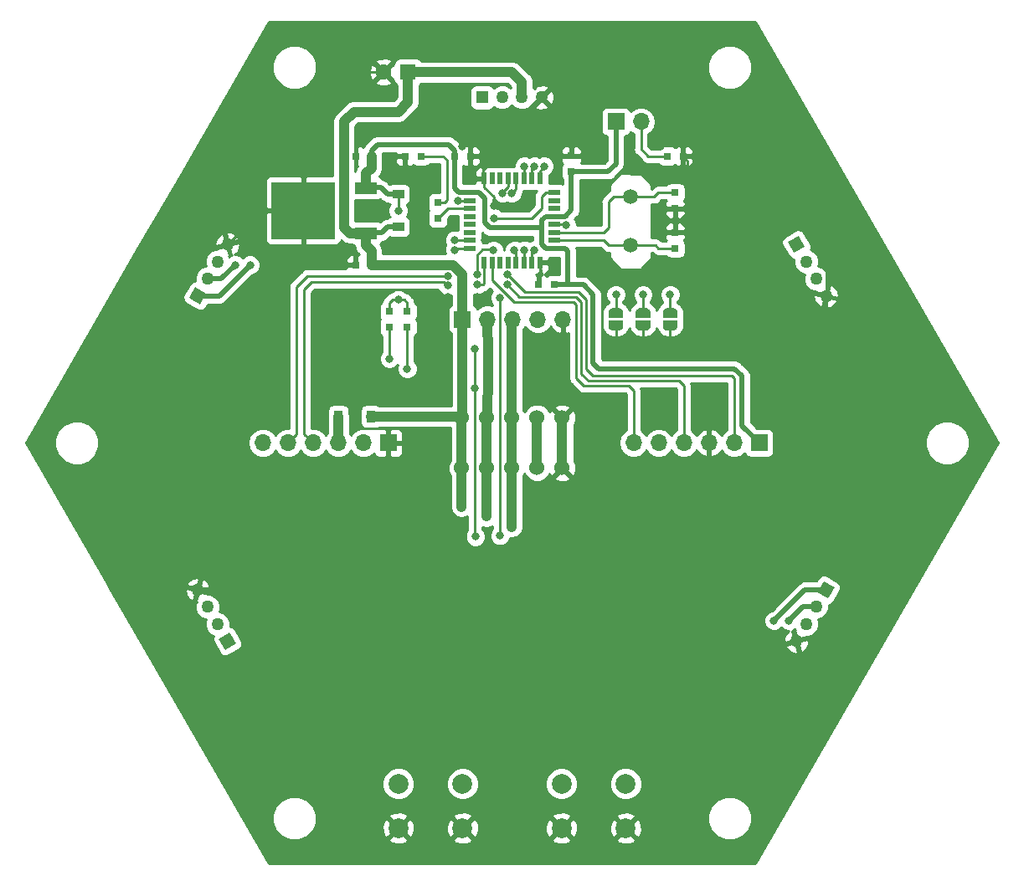
<source format=gtl>
G04 #@! TF.GenerationSoftware,KiCad,Pcbnew,(5.0.2)-1*
G04 #@! TF.CreationDate,2020-05-05T14:41:23+09:00*
G04 #@! TF.ProjectId,Ground,47726f75-6e64-42e6-9b69-6361645f7063,rev?*
G04 #@! TF.SameCoordinates,Original*
G04 #@! TF.FileFunction,Copper,L1,Top*
G04 #@! TF.FilePolarity,Positive*
%FSLAX46Y46*%
G04 Gerber Fmt 4.6, Leading zero omitted, Abs format (unit mm)*
G04 Created by KiCad (PCBNEW (5.0.2)-1) date 2020/05/05 14:41:23*
%MOMM*%
%LPD*%
G01*
G04 APERTURE LIST*
G04 #@! TA.AperFunction,ComponentPad*
%ADD10R,1.700000X1.700000*%
G04 #@! TD*
G04 #@! TA.AperFunction,ComponentPad*
%ADD11O,1.700000X1.700000*%
G04 #@! TD*
G04 #@! TA.AperFunction,SMDPad,CuDef*
%ADD12R,1.200000X0.900000*%
G04 #@! TD*
G04 #@! TA.AperFunction,ComponentPad*
%ADD13C,1.524000*%
G04 #@! TD*
G04 #@! TA.AperFunction,ComponentPad*
%ADD14C,1.270000*%
G04 #@! TD*
G04 #@! TA.AperFunction,Conductor*
%ADD15C,0.100000*%
G04 #@! TD*
G04 #@! TA.AperFunction,SMDPad,CuDef*
%ADD16R,0.800000X0.800000*%
G04 #@! TD*
G04 #@! TA.AperFunction,ComponentPad*
%ADD17R,1.270000X1.270000*%
G04 #@! TD*
G04 #@! TA.AperFunction,ComponentPad*
%ADD18C,2.000000*%
G04 #@! TD*
G04 #@! TA.AperFunction,SMDPad,CuDef*
%ADD19R,1.200000X0.600000*%
G04 #@! TD*
G04 #@! TA.AperFunction,SMDPad,CuDef*
%ADD20R,0.600000X1.200000*%
G04 #@! TD*
G04 #@! TA.AperFunction,SMDPad,CuDef*
%ADD21R,2.200000X1.200000*%
G04 #@! TD*
G04 #@! TA.AperFunction,SMDPad,CuDef*
%ADD22R,6.400000X5.800000*%
G04 #@! TD*
G04 #@! TA.AperFunction,ComponentPad*
%ADD23C,1.500000*%
G04 #@! TD*
G04 #@! TA.AperFunction,ComponentPad*
%ADD24R,1.600000X1.600000*%
G04 #@! TD*
G04 #@! TA.AperFunction,ComponentPad*
%ADD25C,1.600000*%
G04 #@! TD*
G04 #@! TA.AperFunction,SMDPad,CuDef*
%ADD26C,0.500000*%
G04 #@! TD*
G04 #@! TA.AperFunction,SMDPad,CuDef*
%ADD27R,0.900000X1.200000*%
G04 #@! TD*
G04 #@! TA.AperFunction,ViaPad*
%ADD28C,0.800000*%
G04 #@! TD*
G04 #@! TA.AperFunction,Conductor*
%ADD29C,1.000000*%
G04 #@! TD*
G04 #@! TA.AperFunction,Conductor*
%ADD30C,0.250000*%
G04 #@! TD*
G04 #@! TA.AperFunction,Conductor*
%ADD31C,0.500000*%
G04 #@! TD*
G04 #@! TA.AperFunction,Conductor*
%ADD32C,0.254000*%
G04 #@! TD*
G04 APERTURE END LIST*
D10*
G04 #@! TO.P,CN8,1*
G04 #@! TO.N,5V*
X125000000Y-92500000D03*
D11*
G04 #@! TO.P,CN8,2*
G04 #@! TO.N,LOWER_SDA*
X127540000Y-92500000D03*
G04 #@! TO.P,CN8,3*
G04 #@! TO.N,LOWER_SCL*
X130080000Y-92500000D03*
G04 #@! TO.P,CN8,4*
G04 #@! TO.N,Net-(CN8-Pad4)*
X132620000Y-92500000D03*
G04 #@! TO.P,CN8,5*
G04 #@! TO.N,GND*
X135160000Y-92500000D03*
G04 #@! TD*
D12*
G04 #@! TO.P,D2,1*
G04 #@! TO.N,5V*
X118500000Y-83150000D03*
G04 #@! TO.P,D2,2*
G04 #@! TO.N,3V3*
X118500000Y-79850000D03*
G04 #@! TD*
D11*
G04 #@! TO.P,CN7,6*
G04 #@! TO.N,SWO*
X142300000Y-105000000D03*
G04 #@! TO.P,CN7,5*
G04 #@! TO.N,NRST*
X144840000Y-105000000D03*
G04 #@! TO.P,CN7,4*
G04 #@! TO.N,SWDIO*
X147380000Y-105000000D03*
G04 #@! TO.P,CN7,3*
G04 #@! TO.N,GND*
X149920000Y-105000000D03*
G04 #@! TO.P,CN7,2*
G04 #@! TO.N,SWCLK*
X152460000Y-105000000D03*
D10*
G04 #@! TO.P,CN7,1*
G04 #@! TO.N,3V3*
X155000000Y-105000000D03*
G04 #@! TD*
D13*
G04 #@! TO.P,CN9,1*
G04 #@! TO.N,5V*
X124920000Y-102460000D03*
G04 #@! TO.P,CN9,2*
G04 #@! TO.N,LOWER_SDA*
X127460000Y-102460000D03*
G04 #@! TO.P,CN9,3*
G04 #@! TO.N,LOWER_SCL*
X130000000Y-102460000D03*
G04 #@! TO.P,CN9,4*
G04 #@! TO.N,Net-(CN9-Pad4)*
X132540000Y-102460000D03*
G04 #@! TO.P,CN9,5*
G04 #@! TO.N,GND*
X135080000Y-102460000D03*
G04 #@! TO.P,CN9,1*
G04 #@! TO.N,5V*
X124920000Y-107540000D03*
G04 #@! TO.P,CN9,2*
G04 #@! TO.N,LOWER_SDA*
X127460000Y-107540000D03*
G04 #@! TO.P,CN9,3*
G04 #@! TO.N,LOWER_SCL*
X130000000Y-107540000D03*
G04 #@! TO.P,CN9,4*
G04 #@! TO.N,Net-(CN9-Pad4)*
X132540000Y-107540000D03*
G04 #@! TO.P,CN9,5*
G04 #@! TO.N,GND*
X135080000Y-107540000D03*
G04 #@! TD*
D14*
G04 #@! TO.P,CN2,1*
G04 #@! TO.N,LOWER_SCL*
X98221515Y-90122911D03*
D15*
G04 #@! TD*
G04 #@! TO.N,LOWER_SCL*
G04 #@! TO.C,CN2*
G36*
X98453941Y-90990337D02*
X97354089Y-90355337D01*
X97989089Y-89255485D01*
X99088941Y-89890485D01*
X98453941Y-90990337D01*
X98453941Y-90990337D01*
G37*
D14*
G04 #@! TO.P,CN2,2*
G04 #@! TO.N,LOWER_SDA*
X99222171Y-88389484D03*
G04 #@! TO.P,CN2,3*
G04 #@! TO.N,5V*
X100220391Y-86660516D03*
G04 #@! TO.P,CN2,4*
G04 #@! TO.N,GND*
X101221151Y-84927149D03*
G04 #@! TD*
D16*
G04 #@! TO.P,C2,2*
G04 #@! TO.N,GND*
X114200000Y-87000000D03*
G04 #@! TO.P,C2,1*
G04 #@! TO.N,5V*
X115800000Y-87000000D03*
G04 #@! TD*
G04 #@! TO.P,C3,2*
G04 #@! TO.N,GND*
X146500000Y-83700000D03*
G04 #@! TO.P,C3,1*
G04 #@! TO.N,Net-(C3-Pad1)*
X146500000Y-85300000D03*
G04 #@! TD*
G04 #@! TO.P,C4,1*
G04 #@! TO.N,Net-(C4-Pad1)*
X146500000Y-79700000D03*
G04 #@! TO.P,C4,2*
G04 #@! TO.N,GND*
X146500000Y-81300000D03*
G04 #@! TD*
G04 #@! TO.P,C5,2*
G04 #@! TO.N,GND*
X114200000Y-76000000D03*
G04 #@! TO.P,C5,1*
G04 #@! TO.N,3V3*
X115800000Y-76000000D03*
G04 #@! TD*
G04 #@! TO.P,C6,1*
G04 #@! TO.N,GND*
X132700000Y-89000000D03*
G04 #@! TO.P,C6,2*
G04 #@! TO.N,3V3*
X134300000Y-89000000D03*
G04 #@! TD*
G04 #@! TO.P,C7,1*
G04 #@! TO.N,GND*
X125800000Y-76000000D03*
G04 #@! TO.P,C7,2*
G04 #@! TO.N,3V3*
X124200000Y-76000000D03*
G04 #@! TD*
G04 #@! TO.P,C8,2*
G04 #@! TO.N,3V3*
X136000000Y-77550000D03*
G04 #@! TO.P,C8,1*
G04 #@! TO.N,GND*
X136000000Y-75950000D03*
G04 #@! TD*
D17*
G04 #@! TO.P,CN1,1*
G04 #@! TO.N,UPPER_SCL*
X127000260Y-70050120D03*
D14*
G04 #@! TO.P,CN1,2*
G04 #@! TO.N,UPPER_SDA*
X129001780Y-70050000D03*
G04 #@! TO.P,CN1,3*
G04 #@! TO.N,5V*
X130998220Y-70050000D03*
G04 #@! TO.P,CN1,4*
G04 #@! TO.N,GND*
X132999740Y-70050000D03*
G04 #@! TD*
G04 #@! TO.P,CN3,4*
G04 #@! TO.N,GND*
X98221411Y-119877149D03*
G04 #@! TO.P,CN3,3*
G04 #@! TO.N,5V*
X99222171Y-121610516D03*
G04 #@! TO.P,CN3,2*
G04 #@! TO.N,LOWER_SDA*
X100220391Y-123339484D03*
G04 #@! TO.P,CN3,1*
G04 #@! TO.N,LOWER_SCL*
X101221255Y-125072791D03*
D15*
G04 #@! TD*
G04 #@! TO.N,LOWER_SCL*
G04 #@! TO.C,CN3*
G36*
X102088681Y-125305217D02*
X100988829Y-125940217D01*
X100353829Y-124840365D01*
X101453681Y-124205365D01*
X102088681Y-125305217D01*
X102088681Y-125305217D01*
G37*
D14*
G04 #@! TO.P,CN4,1*
G04 #@! TO.N,LOWER_SCL*
X161753485Y-119877089D03*
D15*
G04 #@! TD*
G04 #@! TO.N,LOWER_SCL*
G04 #@! TO.C,CN4*
G36*
X161521059Y-119009663D02*
X162620911Y-119644663D01*
X161985911Y-120744515D01*
X160886059Y-120109515D01*
X161521059Y-119009663D01*
X161521059Y-119009663D01*
G37*
D14*
G04 #@! TO.P,CN4,2*
G04 #@! TO.N,LOWER_SDA*
X160752829Y-121610516D03*
G04 #@! TO.P,CN4,3*
G04 #@! TO.N,5V*
X159754609Y-123339484D03*
G04 #@! TO.P,CN4,4*
G04 #@! TO.N,GND*
X158753849Y-125072851D03*
G04 #@! TD*
G04 #@! TO.P,CN5,4*
G04 #@! TO.N,GND*
X161753589Y-90122851D03*
G04 #@! TO.P,CN5,3*
G04 #@! TO.N,5V*
X160752829Y-88389484D03*
G04 #@! TO.P,CN5,2*
G04 #@! TO.N,LOWER_SDA*
X159754609Y-86660516D03*
G04 #@! TO.P,CN5,1*
G04 #@! TO.N,LOWER_SCL*
X158753745Y-84927209D03*
D15*
G04 #@! TD*
G04 #@! TO.N,LOWER_SCL*
G04 #@! TO.C,CN5*
G36*
X157886319Y-84694783D02*
X158986171Y-84059783D01*
X159621171Y-85159635D01*
X158521319Y-85794635D01*
X157886319Y-84694783D01*
X157886319Y-84694783D01*
G37*
D10*
G04 #@! TO.P,CN6,1*
G04 #@! TO.N,GND*
X117500000Y-105000000D03*
D11*
G04 #@! TO.P,CN6,2*
G04 #@! TO.N,Net-(CN6-Pad2)*
X114960000Y-105000000D03*
G04 #@! TO.P,CN6,3*
G04 #@! TO.N,Net-(CN6-Pad3)*
X112420000Y-105000000D03*
G04 #@! TO.P,CN6,4*
G04 #@! TO.N,TXD*
X109880000Y-105000000D03*
G04 #@! TO.P,CN6,5*
G04 #@! TO.N,RXD*
X107340000Y-105000000D03*
G04 #@! TO.P,CN6,6*
G04 #@! TO.N,Net-(CN6-Pad6)*
X104800000Y-105000000D03*
G04 #@! TD*
D16*
G04 #@! TO.P,D3,2*
G04 #@! TO.N,Net-(D3-Pad2)*
X120800000Y-76000000D03*
G04 #@! TO.P,D3,1*
G04 #@! TO.N,GND*
X119200000Y-76000000D03*
G04 #@! TD*
G04 #@! TO.P,R1,2*
G04 #@! TO.N,GND*
X147300000Y-76000000D03*
G04 #@! TO.P,R1,1*
G04 #@! TO.N,Net-(JP1-Pad2)*
X145700000Y-76000000D03*
G04 #@! TD*
G04 #@! TO.P,R2,2*
G04 #@! TO.N,Net-(D3-Pad2)*
X122500000Y-80700000D03*
G04 #@! TO.P,R2,1*
G04 #@! TO.N,Net-(R2-Pad1)*
X122500000Y-82300000D03*
G04 #@! TD*
G04 #@! TO.P,R3,2*
G04 #@! TO.N,LOWER_SCL*
X117600000Y-93300000D03*
G04 #@! TO.P,R3,1*
G04 #@! TO.N,3V3*
X117600000Y-91700000D03*
G04 #@! TD*
G04 #@! TO.P,R4,1*
G04 #@! TO.N,3V3*
X119400000Y-91700000D03*
G04 #@! TO.P,R4,2*
G04 #@! TO.N,LOWER_SDA*
X119400000Y-93300000D03*
G04 #@! TD*
D18*
G04 #@! TO.P,SW1,1*
G04 #@! TO.N,GND*
X118500000Y-144000000D03*
G04 #@! TO.P,SW1,2*
G04 #@! TO.N,NRST*
X118500000Y-139500000D03*
G04 #@! TO.P,SW1,1*
G04 #@! TO.N,GND*
X125000000Y-144000000D03*
G04 #@! TO.P,SW1,2*
G04 #@! TO.N,NRST*
X125000000Y-139500000D03*
G04 #@! TD*
G04 #@! TO.P,SW2,2*
G04 #@! TO.N,GND*
X135000000Y-144000000D03*
G04 #@! TO.P,SW2,1*
G04 #@! TO.N,Net-(SW2-Pad1)*
X135000000Y-139500000D03*
G04 #@! TO.P,SW2,2*
G04 #@! TO.N,GND*
X141500000Y-144000000D03*
G04 #@! TO.P,SW2,1*
G04 #@! TO.N,Net-(SW2-Pad1)*
X141500000Y-139500000D03*
G04 #@! TD*
D19*
G04 #@! TO.P,U1,1*
G04 #@! TO.N,3V3*
X134250000Y-85300000D03*
G04 #@! TO.P,U1,2*
G04 #@! TO.N,Net-(C3-Pad1)*
X134250000Y-84500000D03*
G04 #@! TO.P,U1,3*
G04 #@! TO.N,Net-(C4-Pad1)*
X134250000Y-83700000D03*
G04 #@! TO.P,U1,4*
G04 #@! TO.N,NRST*
X134250000Y-82900000D03*
G04 #@! TO.P,U1,5*
G04 #@! TO.N,3V3*
X134250000Y-82100000D03*
G04 #@! TO.P,U1,6*
G04 #@! TO.N,Net-(U1-Pad6)*
X134250000Y-81300000D03*
G04 #@! TO.P,U1,7*
G04 #@! TO.N,Net-(U1-Pad7)*
X134250000Y-80500000D03*
G04 #@! TO.P,U1,8*
G04 #@! TO.N,RXD*
X134250000Y-79700000D03*
D20*
G04 #@! TO.P,U1,9*
G04 #@! TO.N,Net-(JP2-Pad2)*
X132800000Y-78250000D03*
G04 #@! TO.P,U1,10*
G04 #@! TO.N,Net-(JP3-Pad2)*
X132000000Y-78250000D03*
G04 #@! TO.P,U1,11*
G04 #@! TO.N,Net-(JP4-Pad2)*
X131200000Y-78250000D03*
G04 #@! TO.P,U1,12*
G04 #@! TO.N,LOWER_SCL*
X130400000Y-78250000D03*
G04 #@! TO.P,U1,13*
G04 #@! TO.N,LOWER_SDA*
X129600000Y-78250000D03*
G04 #@! TO.P,U1,14*
G04 #@! TO.N,Net-(U1-Pad14)*
X128800000Y-78250000D03*
G04 #@! TO.P,U1,15*
G04 #@! TO.N,Net-(U1-Pad15)*
X128000000Y-78250000D03*
G04 #@! TO.P,U1,16*
G04 #@! TO.N,GND*
X127200000Y-78250000D03*
D19*
G04 #@! TO.P,U1,17*
G04 #@! TO.N,3V3*
X125750000Y-79700000D03*
G04 #@! TO.P,U1,18*
G04 #@! TO.N,Net-(SW2-Pad1)*
X125750000Y-80500000D03*
G04 #@! TO.P,U1,19*
G04 #@! TO.N,Net-(R2-Pad1)*
X125750000Y-81300000D03*
G04 #@! TO.P,U1,20*
G04 #@! TO.N,Net-(U1-Pad20)*
X125750000Y-82100000D03*
G04 #@! TO.P,U1,21*
G04 #@! TO.N,Net-(U1-Pad21)*
X125750000Y-82900000D03*
G04 #@! TO.P,U1,22*
G04 #@! TO.N,Net-(U1-Pad22)*
X125750000Y-83700000D03*
G04 #@! TO.P,U1,23*
G04 #@! TO.N,SWDIO*
X125750000Y-84500000D03*
G04 #@! TO.P,U1,24*
G04 #@! TO.N,SWCLK*
X125750000Y-85300000D03*
D20*
G04 #@! TO.P,U1,25*
G04 #@! TO.N,TXD*
X127200000Y-86750000D03*
G04 #@! TO.P,U1,26*
G04 #@! TO.N,SWO*
X128000000Y-86750000D03*
G04 #@! TO.P,U1,27*
G04 #@! TO.N,Net-(U1-Pad27)*
X128800000Y-86750000D03*
G04 #@! TO.P,U1,28*
G04 #@! TO.N,Net-(U1-Pad28)*
X129600000Y-86750000D03*
G04 #@! TO.P,U1,29*
G04 #@! TO.N,UPPER_SCL*
X130400000Y-86750000D03*
G04 #@! TO.P,U1,30*
G04 #@! TO.N,UPPER_SDA*
X131200000Y-86750000D03*
G04 #@! TO.P,U1,31*
G04 #@! TO.N,Net-(JP1-Pad2)*
X132000000Y-86750000D03*
G04 #@! TO.P,U1,32*
G04 #@! TO.N,GND*
X132800000Y-86750000D03*
G04 #@! TD*
D21*
G04 #@! TO.P,U2,1*
G04 #@! TO.N,5V*
X115200000Y-83780000D03*
G04 #@! TO.P,U2,3*
G04 #@! TO.N,3V3*
X115200000Y-79220000D03*
D22*
G04 #@! TO.P,U2,2*
G04 #@! TO.N,GND*
X108900000Y-81500000D03*
G04 #@! TD*
D23*
G04 #@! TO.P,Y1,1*
G04 #@! TO.N,Net-(C3-Pad1)*
X142000000Y-85000000D03*
G04 #@! TO.P,Y1,2*
G04 #@! TO.N,Net-(C4-Pad1)*
X142000000Y-80120000D03*
G04 #@! TD*
D10*
G04 #@! TO.P,JP1,1*
G04 #@! TO.N,3V3*
X140500000Y-72500000D03*
D11*
G04 #@! TO.P,JP1,2*
G04 #@! TO.N,Net-(JP1-Pad2)*
X143040000Y-72500000D03*
G04 #@! TD*
D24*
G04 #@! TO.P,C1,1*
G04 #@! TO.N,5V*
X119500000Y-67500000D03*
D25*
G04 #@! TO.P,C1,2*
G04 #@! TO.N,GND*
X117000000Y-67500000D03*
G04 #@! TD*
D26*
G04 #@! TO.P,JP4,1*
G04 #@! TO.N,GND*
X146000000Y-93150000D03*
D15*
G04 #@! TD*
G04 #@! TO.N,GND*
G04 #@! TO.C,JP4*
G36*
X146750000Y-92650000D02*
X146750000Y-93150000D01*
X146749398Y-93150000D01*
X146749398Y-93174534D01*
X146744588Y-93223365D01*
X146735016Y-93271490D01*
X146720772Y-93318445D01*
X146701995Y-93363778D01*
X146678864Y-93407051D01*
X146651604Y-93447850D01*
X146620476Y-93485779D01*
X146585779Y-93520476D01*
X146547850Y-93551604D01*
X146507051Y-93578864D01*
X146463778Y-93601995D01*
X146418445Y-93620772D01*
X146371490Y-93635016D01*
X146323365Y-93644588D01*
X146274534Y-93649398D01*
X146250000Y-93649398D01*
X146250000Y-93650000D01*
X145750000Y-93650000D01*
X145750000Y-93649398D01*
X145725466Y-93649398D01*
X145676635Y-93644588D01*
X145628510Y-93635016D01*
X145581555Y-93620772D01*
X145536222Y-93601995D01*
X145492949Y-93578864D01*
X145452150Y-93551604D01*
X145414221Y-93520476D01*
X145379524Y-93485779D01*
X145348396Y-93447850D01*
X145321136Y-93407051D01*
X145298005Y-93363778D01*
X145279228Y-93318445D01*
X145264984Y-93271490D01*
X145255412Y-93223365D01*
X145250602Y-93174534D01*
X145250602Y-93150000D01*
X145250000Y-93150000D01*
X145250000Y-92650000D01*
X146750000Y-92650000D01*
X146750000Y-92650000D01*
G37*
D26*
G04 #@! TO.P,JP4,2*
G04 #@! TO.N,Net-(JP4-Pad2)*
X146000000Y-91850000D03*
D15*
G04 #@! TD*
G04 #@! TO.N,Net-(JP4-Pad2)*
G04 #@! TO.C,JP4*
G36*
X145250602Y-91850000D02*
X145250602Y-91825466D01*
X145255412Y-91776635D01*
X145264984Y-91728510D01*
X145279228Y-91681555D01*
X145298005Y-91636222D01*
X145321136Y-91592949D01*
X145348396Y-91552150D01*
X145379524Y-91514221D01*
X145414221Y-91479524D01*
X145452150Y-91448396D01*
X145492949Y-91421136D01*
X145536222Y-91398005D01*
X145581555Y-91379228D01*
X145628510Y-91364984D01*
X145676635Y-91355412D01*
X145725466Y-91350602D01*
X145750000Y-91350602D01*
X145750000Y-91350000D01*
X146250000Y-91350000D01*
X146250000Y-91350602D01*
X146274534Y-91350602D01*
X146323365Y-91355412D01*
X146371490Y-91364984D01*
X146418445Y-91379228D01*
X146463778Y-91398005D01*
X146507051Y-91421136D01*
X146547850Y-91448396D01*
X146585779Y-91479524D01*
X146620476Y-91514221D01*
X146651604Y-91552150D01*
X146678864Y-91592949D01*
X146701995Y-91636222D01*
X146720772Y-91681555D01*
X146735016Y-91728510D01*
X146744588Y-91776635D01*
X146749398Y-91825466D01*
X146749398Y-91850000D01*
X146750000Y-91850000D01*
X146750000Y-92350000D01*
X145250000Y-92350000D01*
X145250000Y-91850000D01*
X145250602Y-91850000D01*
X145250602Y-91850000D01*
G37*
D26*
G04 #@! TO.P,JP2,1*
G04 #@! TO.N,GND*
X140500000Y-93150000D03*
D15*
G04 #@! TD*
G04 #@! TO.N,GND*
G04 #@! TO.C,JP2*
G36*
X141250000Y-92650000D02*
X141250000Y-93150000D01*
X141249398Y-93150000D01*
X141249398Y-93174534D01*
X141244588Y-93223365D01*
X141235016Y-93271490D01*
X141220772Y-93318445D01*
X141201995Y-93363778D01*
X141178864Y-93407051D01*
X141151604Y-93447850D01*
X141120476Y-93485779D01*
X141085779Y-93520476D01*
X141047850Y-93551604D01*
X141007051Y-93578864D01*
X140963778Y-93601995D01*
X140918445Y-93620772D01*
X140871490Y-93635016D01*
X140823365Y-93644588D01*
X140774534Y-93649398D01*
X140750000Y-93649398D01*
X140750000Y-93650000D01*
X140250000Y-93650000D01*
X140250000Y-93649398D01*
X140225466Y-93649398D01*
X140176635Y-93644588D01*
X140128510Y-93635016D01*
X140081555Y-93620772D01*
X140036222Y-93601995D01*
X139992949Y-93578864D01*
X139952150Y-93551604D01*
X139914221Y-93520476D01*
X139879524Y-93485779D01*
X139848396Y-93447850D01*
X139821136Y-93407051D01*
X139798005Y-93363778D01*
X139779228Y-93318445D01*
X139764984Y-93271490D01*
X139755412Y-93223365D01*
X139750602Y-93174534D01*
X139750602Y-93150000D01*
X139750000Y-93150000D01*
X139750000Y-92650000D01*
X141250000Y-92650000D01*
X141250000Y-92650000D01*
G37*
D26*
G04 #@! TO.P,JP2,2*
G04 #@! TO.N,Net-(JP2-Pad2)*
X140500000Y-91850000D03*
D15*
G04 #@! TD*
G04 #@! TO.N,Net-(JP2-Pad2)*
G04 #@! TO.C,JP2*
G36*
X139750602Y-91850000D02*
X139750602Y-91825466D01*
X139755412Y-91776635D01*
X139764984Y-91728510D01*
X139779228Y-91681555D01*
X139798005Y-91636222D01*
X139821136Y-91592949D01*
X139848396Y-91552150D01*
X139879524Y-91514221D01*
X139914221Y-91479524D01*
X139952150Y-91448396D01*
X139992949Y-91421136D01*
X140036222Y-91398005D01*
X140081555Y-91379228D01*
X140128510Y-91364984D01*
X140176635Y-91355412D01*
X140225466Y-91350602D01*
X140250000Y-91350602D01*
X140250000Y-91350000D01*
X140750000Y-91350000D01*
X140750000Y-91350602D01*
X140774534Y-91350602D01*
X140823365Y-91355412D01*
X140871490Y-91364984D01*
X140918445Y-91379228D01*
X140963778Y-91398005D01*
X141007051Y-91421136D01*
X141047850Y-91448396D01*
X141085779Y-91479524D01*
X141120476Y-91514221D01*
X141151604Y-91552150D01*
X141178864Y-91592949D01*
X141201995Y-91636222D01*
X141220772Y-91681555D01*
X141235016Y-91728510D01*
X141244588Y-91776635D01*
X141249398Y-91825466D01*
X141249398Y-91850000D01*
X141250000Y-91850000D01*
X141250000Y-92350000D01*
X139750000Y-92350000D01*
X139750000Y-91850000D01*
X139750602Y-91850000D01*
X139750602Y-91850000D01*
G37*
D26*
G04 #@! TO.P,JP3,2*
G04 #@! TO.N,Net-(JP3-Pad2)*
X143250000Y-91850000D03*
D15*
G04 #@! TD*
G04 #@! TO.N,Net-(JP3-Pad2)*
G04 #@! TO.C,JP3*
G36*
X142500602Y-91850000D02*
X142500602Y-91825466D01*
X142505412Y-91776635D01*
X142514984Y-91728510D01*
X142529228Y-91681555D01*
X142548005Y-91636222D01*
X142571136Y-91592949D01*
X142598396Y-91552150D01*
X142629524Y-91514221D01*
X142664221Y-91479524D01*
X142702150Y-91448396D01*
X142742949Y-91421136D01*
X142786222Y-91398005D01*
X142831555Y-91379228D01*
X142878510Y-91364984D01*
X142926635Y-91355412D01*
X142975466Y-91350602D01*
X143000000Y-91350602D01*
X143000000Y-91350000D01*
X143500000Y-91350000D01*
X143500000Y-91350602D01*
X143524534Y-91350602D01*
X143573365Y-91355412D01*
X143621490Y-91364984D01*
X143668445Y-91379228D01*
X143713778Y-91398005D01*
X143757051Y-91421136D01*
X143797850Y-91448396D01*
X143835779Y-91479524D01*
X143870476Y-91514221D01*
X143901604Y-91552150D01*
X143928864Y-91592949D01*
X143951995Y-91636222D01*
X143970772Y-91681555D01*
X143985016Y-91728510D01*
X143994588Y-91776635D01*
X143999398Y-91825466D01*
X143999398Y-91850000D01*
X144000000Y-91850000D01*
X144000000Y-92350000D01*
X142500000Y-92350000D01*
X142500000Y-91850000D01*
X142500602Y-91850000D01*
X142500602Y-91850000D01*
G37*
D26*
G04 #@! TO.P,JP3,1*
G04 #@! TO.N,GND*
X143250000Y-93150000D03*
D15*
G04 #@! TD*
G04 #@! TO.N,GND*
G04 #@! TO.C,JP3*
G36*
X144000000Y-92650000D02*
X144000000Y-93150000D01*
X143999398Y-93150000D01*
X143999398Y-93174534D01*
X143994588Y-93223365D01*
X143985016Y-93271490D01*
X143970772Y-93318445D01*
X143951995Y-93363778D01*
X143928864Y-93407051D01*
X143901604Y-93447850D01*
X143870476Y-93485779D01*
X143835779Y-93520476D01*
X143797850Y-93551604D01*
X143757051Y-93578864D01*
X143713778Y-93601995D01*
X143668445Y-93620772D01*
X143621490Y-93635016D01*
X143573365Y-93644588D01*
X143524534Y-93649398D01*
X143500000Y-93649398D01*
X143500000Y-93650000D01*
X143000000Y-93650000D01*
X143000000Y-93649398D01*
X142975466Y-93649398D01*
X142926635Y-93644588D01*
X142878510Y-93635016D01*
X142831555Y-93620772D01*
X142786222Y-93601995D01*
X142742949Y-93578864D01*
X142702150Y-93551604D01*
X142664221Y-93520476D01*
X142629524Y-93485779D01*
X142598396Y-93447850D01*
X142571136Y-93407051D01*
X142548005Y-93363778D01*
X142529228Y-93318445D01*
X142514984Y-93271490D01*
X142505412Y-93223365D01*
X142500602Y-93174534D01*
X142500602Y-93150000D01*
X142500000Y-93150000D01*
X142500000Y-92650000D01*
X144000000Y-92650000D01*
X144000000Y-92650000D01*
G37*
D27*
G04 #@! TO.P,D1,1*
G04 #@! TO.N,5V*
X115750000Y-102350000D03*
G04 #@! TO.P,D1,2*
G04 #@! TO.N,Net-(CN6-Pad3)*
X112450000Y-102350000D03*
G04 #@! TD*
D28*
G04 #@! TO.N,GND*
X124000000Y-82500000D03*
X117500000Y-76000000D03*
X155000000Y-135000000D03*
X134250000Y-86750000D03*
X128150000Y-81000000D03*
X115250000Y-81500000D03*
X146000000Y-100000000D03*
X127250000Y-84500000D03*
X123500000Y-90250000D03*
X126500000Y-90250000D03*
X145000000Y-135000000D03*
X135000000Y-135000000D03*
X125000000Y-135000000D03*
X115000000Y-135000000D03*
X105000000Y-135000000D03*
X105000000Y-125000000D03*
X115000000Y-125000000D03*
X125000000Y-125000000D03*
X135000000Y-125000000D03*
X145000000Y-125000000D03*
X155000000Y-125000000D03*
X155000000Y-115000000D03*
X145000000Y-115000000D03*
X135000000Y-115000000D03*
X125000000Y-115000000D03*
X115000000Y-115000000D03*
X105000000Y-115000000D03*
X95000000Y-115000000D03*
X95000000Y-105000000D03*
X95000000Y-95000000D03*
X165000000Y-115000000D03*
X165000000Y-105000000D03*
X165000000Y-95000000D03*
X155000000Y-95000000D03*
X155000000Y-85000000D03*
X155000000Y-75000000D03*
X105000000Y-95000000D03*
X105000000Y-85000000D03*
X105000000Y-75000000D03*
X145000000Y-145000000D03*
X130000000Y-145000000D03*
X115000000Y-145000000D03*
X125000000Y-65000000D03*
X135000000Y-65000000D03*
X115000000Y-65000000D03*
X145000000Y-75000000D03*
X145000000Y-65000000D03*
X125000000Y-75000000D03*
X145000000Y-95000000D03*
X114000000Y-95000000D03*
G04 #@! TO.N,5V*
X124900000Y-111500000D03*
X125000000Y-98500000D03*
G04 #@! TO.N,3V3*
X118500000Y-90500000D03*
X118500000Y-81500000D03*
G04 #@! TO.N,UPPER_SCL*
X130250000Y-85500000D03*
G04 #@! TO.N,UPPER_SDA*
X131250003Y-85500000D03*
G04 #@! TO.N,LOWER_SCL*
X130000000Y-96500000D03*
X130000000Y-113500000D03*
X103500000Y-87000000D03*
X156500000Y-123000000D03*
X130000000Y-79750000D03*
X117600000Y-96500000D03*
G04 #@! TO.N,LOWER_SDA*
X127500000Y-97500000D03*
X127500000Y-112500000D03*
X102000000Y-87000000D03*
X158000000Y-123000000D03*
X129000000Y-79750000D03*
X119400000Y-97500000D03*
G04 #@! TO.N,TXD*
X126500000Y-89000000D03*
X123500000Y-89100003D03*
G04 #@! TO.N,RXD*
X128151041Y-82250000D03*
X128123308Y-85500000D03*
X126474847Y-88000153D03*
X123500000Y-88100000D03*
G04 #@! TO.N,NRST*
X135500000Y-82975000D03*
X126250000Y-99500000D03*
X126250000Y-95500000D03*
X126300000Y-114500000D03*
G04 #@! TO.N,SWDIO*
X129500000Y-89000000D03*
X124200000Y-84475000D03*
G04 #@! TO.N,SWCLK*
X129512653Y-87987347D03*
X124225000Y-85487347D03*
G04 #@! TO.N,Net-(JP1-Pad2)*
X132250006Y-85500000D03*
G04 #@! TO.N,Net-(SW2-Pad1)*
X124500000Y-80550000D03*
X128774681Y-90325292D03*
X128800000Y-114400000D03*
G04 #@! TO.N,Net-(JP2-Pad2)*
X133250000Y-77000000D03*
X140500000Y-90000000D03*
G04 #@! TO.N,Net-(JP3-Pad2)*
X132250000Y-77000000D03*
X143250000Y-90000000D03*
G04 #@! TO.N,Net-(JP4-Pad2)*
X131250000Y-77000000D03*
X146000000Y-90000000D03*
G04 #@! TD*
D29*
G04 #@! TO.N,GND*
X135080000Y-102460000D02*
X135080000Y-107540000D01*
D30*
X135160000Y-102380000D02*
X135080000Y-102460000D01*
X101221151Y-84927149D02*
X104648300Y-81500000D01*
X146500000Y-83700000D02*
X146500000Y-81300000D01*
X157750000Y-83250000D02*
X161000000Y-83250000D01*
X161753589Y-84003589D02*
X161753589Y-90122851D01*
X161000000Y-83250000D02*
X161753589Y-84003589D01*
X132800000Y-88900000D02*
X132700000Y-89000000D01*
X132800000Y-86750000D02*
X132800000Y-88900000D01*
X146500000Y-83700000D02*
X147150000Y-83700000D01*
X114200000Y-87000000D02*
X110000000Y-87000000D01*
X110000000Y-87000000D02*
X108900000Y-85900000D01*
X117000000Y-67500000D02*
X115000000Y-67500000D01*
X115000000Y-67500000D02*
X108900000Y-73600000D01*
X147300000Y-76000000D02*
X147300000Y-76050000D01*
X147300000Y-76050000D02*
X147750000Y-76500000D01*
X147750000Y-80800000D02*
X147250000Y-81300000D01*
X147750000Y-76500000D02*
X147750000Y-80800000D01*
X146500000Y-81300000D02*
X147250000Y-81300000D01*
X132800000Y-86750000D02*
X134250000Y-86750000D01*
X127200000Y-78250000D02*
X127200000Y-78900000D01*
X157750000Y-83250000D02*
X157300000Y-83700000D01*
X157300000Y-83700000D02*
X146500000Y-83700000D01*
X140500000Y-93150000D02*
X140500000Y-94500000D01*
X143250000Y-93150000D02*
X143250000Y-94500000D01*
X140500000Y-94500000D02*
X143250000Y-94500000D01*
X143250000Y-94500000D02*
X146000000Y-94500000D01*
X146000000Y-93150000D02*
X146000000Y-94500000D01*
X161753589Y-93496411D02*
X161753589Y-90122851D01*
X146000000Y-94500000D02*
X160750000Y-94500000D01*
X160750000Y-94500000D02*
X161753589Y-93496411D01*
D31*
X98221411Y-119877149D02*
X115372851Y-119877149D01*
X117500000Y-117750000D02*
X117500000Y-105000000D01*
X115372851Y-119877149D02*
X117500000Y-117750000D01*
D30*
X108900000Y-73600000D02*
X108900000Y-81500000D01*
X108900000Y-85900000D02*
X108900000Y-81500000D01*
X104648300Y-81500000D02*
X108900000Y-81500000D01*
X128150000Y-81000000D02*
X128150000Y-80100000D01*
X127200000Y-79150000D02*
X127200000Y-78250000D01*
X128150000Y-80100000D02*
X127200000Y-79150000D01*
X114000000Y-103500000D02*
X114000000Y-95000000D01*
X117100000Y-103500000D02*
X114000000Y-103500000D01*
X117500000Y-105000000D02*
X117500000Y-103900000D01*
X117500000Y-103900000D02*
X117100000Y-103500000D01*
X114000000Y-95000000D02*
X114000000Y-89500000D01*
X114000000Y-89500000D02*
X121750000Y-89500000D01*
X121750000Y-89500000D02*
X121750000Y-90250000D01*
X121750000Y-90250000D02*
X123500000Y-90250000D01*
X119200000Y-78300000D02*
X119200000Y-76000000D01*
X119400000Y-78500000D02*
X119200000Y-78300000D01*
X120500000Y-78500000D02*
X119400000Y-78500000D01*
X120500000Y-83500000D02*
X120500000Y-78500000D01*
X124000000Y-82500000D02*
X124000000Y-83500000D01*
X124000000Y-83500000D02*
X120500000Y-83500000D01*
D29*
G04 #@! TO.N,5V*
X124920000Y-102460000D02*
X124920000Y-107540000D01*
X125000000Y-92500000D02*
X125000000Y-96500000D01*
X125000000Y-102380000D02*
X124920000Y-102460000D01*
X125000000Y-97000000D02*
X125000000Y-98500000D01*
X125000000Y-96500000D02*
X125000000Y-97000000D01*
D31*
X124920000Y-111480000D02*
X124900000Y-111500000D01*
D29*
X124920000Y-107540000D02*
X124920000Y-111480000D01*
X125000000Y-98500000D02*
X125000000Y-102380000D01*
D31*
X100220391Y-86660516D02*
X100339484Y-86660516D01*
D29*
X124840000Y-102380000D02*
X124920000Y-102460000D01*
D31*
X117400000Y-83150000D02*
X116800000Y-83750000D01*
X118500000Y-83150000D02*
X117400000Y-83150000D01*
X115230000Y-83750000D02*
X115200000Y-83780000D01*
X116800000Y-83750000D02*
X115230000Y-83750000D01*
D29*
X130998220Y-68498220D02*
X130998220Y-70050000D01*
X119500000Y-67500000D02*
X130000000Y-67500000D01*
X130000000Y-67500000D02*
X130998220Y-68498220D01*
X113600000Y-83780000D02*
X113000000Y-83180000D01*
X115200000Y-83780000D02*
X113600000Y-83780000D01*
X113000000Y-83180000D02*
X113000000Y-72500000D01*
X113000000Y-72500000D02*
X114000000Y-71500000D01*
X118500000Y-71500000D02*
X119500000Y-70500000D01*
X119500000Y-70500000D02*
X119500000Y-67500000D01*
X114000000Y-71500000D02*
X118500000Y-71500000D01*
X124810000Y-102350000D02*
X124920000Y-102460000D01*
X115750000Y-102350000D02*
X124810000Y-102350000D01*
X115800000Y-85600000D02*
X115200000Y-85000000D01*
X115800000Y-87000000D02*
X115800000Y-85600000D01*
X115200000Y-85000000D02*
X115200000Y-83780000D01*
X125000000Y-88000000D02*
X125000000Y-92500000D01*
X124000000Y-87000000D02*
X125000000Y-88000000D01*
X115800000Y-87000000D02*
X124000000Y-87000000D01*
D30*
G04 #@! TO.N,Net-(C3-Pad1)*
X146500000Y-85300000D02*
X144800000Y-85300000D01*
X144500000Y-85000000D02*
X142000000Y-85000000D01*
X144800000Y-85300000D02*
X144500000Y-85000000D01*
X140000000Y-85000000D02*
X142000000Y-85000000D01*
X139250000Y-84500000D02*
X139750000Y-85000000D01*
X134250000Y-84500000D02*
X139250000Y-84500000D01*
X139750000Y-85000000D02*
X140000000Y-85000000D01*
G04 #@! TO.N,Net-(C4-Pad1)*
X146500000Y-79700000D02*
X144800000Y-79700000D01*
X144380000Y-80120000D02*
X142000000Y-80120000D01*
X144800000Y-79700000D02*
X144380000Y-80120000D01*
X140250000Y-80120000D02*
X142000000Y-80120000D01*
X139750000Y-80620000D02*
X140250000Y-80120000D01*
X139750000Y-83250000D02*
X139750000Y-80620000D01*
X139300000Y-83700000D02*
X139750000Y-83250000D01*
X134250000Y-83700000D02*
X139300000Y-83700000D01*
D31*
G04 #@! TO.N,3V3*
X135350000Y-82100000D02*
X134250000Y-82100000D01*
X135200000Y-89000000D02*
X134300000Y-89000000D01*
X135350000Y-85300000D02*
X135636000Y-85586000D01*
X134250000Y-85300000D02*
X135350000Y-85300000D01*
X135636000Y-85586000D02*
X135636000Y-87000000D01*
X135636000Y-87000000D02*
X135636000Y-88564000D01*
D29*
X115250000Y-79170000D02*
X115200000Y-79220000D01*
D31*
X133400000Y-82100000D02*
X134250000Y-82100000D01*
X133000000Y-82500000D02*
X133400000Y-82100000D01*
X134250000Y-85300000D02*
X133400000Y-85300000D01*
X133400000Y-85300000D02*
X133000000Y-84900000D01*
X133000000Y-84900000D02*
X133000000Y-83750000D01*
X125750000Y-79700000D02*
X126660002Y-79700000D01*
X126660002Y-79700000D02*
X127250000Y-80289998D01*
X136000000Y-81450000D02*
X135350000Y-82100000D01*
X136000000Y-77550000D02*
X136000000Y-81450000D01*
X136000000Y-77550000D02*
X139700000Y-77550000D01*
X140500000Y-76750000D02*
X140500000Y-72500000D01*
X139700000Y-77550000D02*
X140500000Y-76750000D01*
D29*
X115250000Y-77750000D02*
X115800000Y-77200000D01*
X115250000Y-77750000D02*
X115250000Y-79170000D01*
X115800000Y-77200000D02*
X115800000Y-76000000D01*
D31*
X125700000Y-79650000D02*
X125750000Y-79700000D01*
X117400000Y-79850000D02*
X116750000Y-79200000D01*
X118500000Y-79850000D02*
X117400000Y-79850000D01*
X115220000Y-79200000D02*
X115200000Y-79220000D01*
X116750000Y-79200000D02*
X115220000Y-79200000D01*
X115800000Y-75400000D02*
X115800000Y-76000000D01*
X124650000Y-79700000D02*
X125750000Y-79700000D01*
X124200000Y-79250000D02*
X124650000Y-79700000D01*
X124200000Y-76000000D02*
X124200000Y-79250000D01*
X115800000Y-75400000D02*
X116400000Y-74800000D01*
X116400000Y-74800000D02*
X123600000Y-74800000D01*
X123600000Y-74800000D02*
X124200000Y-75400000D01*
X124200000Y-75400000D02*
X124200000Y-76000000D01*
X127250000Y-82750000D02*
X127750000Y-83250000D01*
X127250000Y-80289998D02*
X127250000Y-82750000D01*
X127750000Y-83250000D02*
X133000000Y-83250000D01*
X133000000Y-83750000D02*
X133000000Y-83250000D01*
X133000000Y-83250000D02*
X133000000Y-82500000D01*
X135636000Y-88886000D02*
X135750000Y-89000000D01*
X135636000Y-88564000D02*
X135636000Y-88886000D01*
X135200000Y-89000000D02*
X135750000Y-89000000D01*
X137200000Y-89000000D02*
X138200000Y-90000000D01*
X135750000Y-89000000D02*
X137200000Y-89000000D01*
X138200000Y-90000000D02*
X138200000Y-96900000D01*
X138200000Y-96900000D02*
X138800000Y-97500000D01*
D30*
X118500000Y-90500000D02*
X119100000Y-90500000D01*
X119400000Y-90800000D02*
X119400000Y-91700000D01*
X119100000Y-90500000D02*
X119400000Y-90800000D01*
X117600000Y-90834315D02*
X117600000Y-91700000D01*
X118500000Y-90500000D02*
X117934315Y-90500000D01*
X117934315Y-90500000D02*
X117600000Y-90834315D01*
D31*
X152500000Y-97500000D02*
X153250000Y-98250000D01*
X138800000Y-97500000D02*
X152500000Y-97500000D01*
X153250000Y-98250000D02*
X153250000Y-103250000D01*
X153250000Y-103250000D02*
X155000000Y-105000000D01*
D30*
X118500000Y-79850000D02*
X118500000Y-81500000D01*
G04 #@! TO.N,UPPER_SCL*
X130400000Y-86750000D02*
X130400000Y-85650000D01*
X130400000Y-85650000D02*
X130250000Y-85500000D01*
G04 #@! TO.N,UPPER_SDA*
X131200000Y-86750000D02*
X131200000Y-85550003D01*
X131200000Y-85550003D02*
X131250003Y-85500000D01*
D29*
G04 #@! TO.N,LOWER_SCL*
X130000000Y-102460000D02*
X130000000Y-107540000D01*
D31*
X130000000Y-92580000D02*
X130080000Y-92500000D01*
D29*
X130000000Y-95000000D02*
X130000000Y-92580000D01*
X130000000Y-97000000D02*
X130000000Y-95000000D01*
X130000000Y-102460000D02*
X130000000Y-99000000D01*
X130000000Y-99000000D02*
X130000000Y-97000000D01*
X130000000Y-107540000D02*
X130000000Y-113500000D01*
D31*
X100377089Y-90122911D02*
X98221515Y-90122911D01*
X103500000Y-87000000D02*
X100377089Y-90122911D01*
X159622911Y-119877089D02*
X161753485Y-119877089D01*
X156500000Y-123000000D02*
X159622911Y-119877089D01*
D30*
X130400000Y-78250000D02*
X130400000Y-79100000D01*
X130400000Y-79350000D02*
X130400000Y-78250000D01*
X130000000Y-79750000D02*
X130400000Y-79350000D01*
X117600000Y-93300000D02*
X117600000Y-96500000D01*
D29*
G04 #@! TO.N,LOWER_SDA*
X127460000Y-102460000D02*
X127460000Y-107540000D01*
D31*
X127540000Y-102380000D02*
X127460000Y-102460000D01*
D29*
X127540000Y-92500000D02*
X127572653Y-96032653D01*
X127572653Y-96032653D02*
X127567676Y-97000000D01*
X127567676Y-97000000D02*
X127562531Y-98000000D01*
X127562531Y-98000000D02*
X127540000Y-102380000D01*
D31*
X127460000Y-112460000D02*
X127500000Y-112500000D01*
D29*
X127460000Y-107540000D02*
X127460000Y-112460000D01*
D31*
X99332687Y-88500000D02*
X99222171Y-88389484D01*
X100610516Y-88389484D02*
X99222171Y-88389484D01*
X102000000Y-87000000D02*
X100610516Y-88389484D01*
X159389484Y-121610516D02*
X160752829Y-121610516D01*
X158000000Y-123000000D02*
X159389484Y-121610516D01*
D30*
X129600000Y-78250000D02*
X129600000Y-79100000D01*
X129600000Y-79100000D02*
X129200000Y-79500000D01*
X129600000Y-79100000D02*
X129000000Y-79700000D01*
X129000000Y-79700000D02*
X129000000Y-79750000D01*
X119400000Y-93300000D02*
X119400000Y-97500000D01*
D29*
G04 #@! TO.N,Net-(CN6-Pad3)*
X112450000Y-104970000D02*
X112420000Y-105000000D01*
X112450000Y-102350000D02*
X112450000Y-104970000D01*
D30*
G04 #@! TO.N,TXD*
X127065685Y-89000000D02*
X126500000Y-89000000D01*
X127200000Y-88865685D02*
X127065685Y-89000000D01*
X127200000Y-86750000D02*
X127200000Y-88865685D01*
X123427001Y-89100003D02*
X123500000Y-89100003D01*
X123076998Y-88750000D02*
X123427001Y-89100003D01*
X109750000Y-88750000D02*
X123076998Y-88750000D01*
X109000000Y-89500000D02*
X109750000Y-88750000D01*
X109000000Y-104120000D02*
X109000000Y-89500000D01*
X109880000Y-105000000D02*
X109000000Y-104120000D01*
G04 #@! TO.N,RXD*
X133400000Y-79700000D02*
X134250000Y-79700000D01*
X133000000Y-80100000D02*
X133400000Y-79700000D01*
X132000000Y-82250000D02*
X133000000Y-81250000D01*
X128151041Y-82250000D02*
X132000000Y-82250000D01*
X133000000Y-81250000D02*
X133000000Y-80100000D01*
X128088306Y-85464998D02*
X128123308Y-85500000D01*
X127000000Y-85464998D02*
X128088306Y-85464998D01*
X127000000Y-85464998D02*
X126474847Y-85990151D01*
X126474847Y-85990151D02*
X126474847Y-88000153D01*
X108189999Y-104150001D02*
X107340000Y-105000000D01*
X108189999Y-89250000D02*
X108189999Y-104150001D01*
X109339999Y-88100000D02*
X108189999Y-89250000D01*
X123500000Y-88100000D02*
X109339999Y-88100000D01*
G04 #@! TO.N,SWO*
X141800000Y-99250000D02*
X142300000Y-99750000D01*
X137250000Y-99250000D02*
X141800000Y-99250000D01*
X142300000Y-99750000D02*
X142300000Y-105000000D01*
X130224694Y-90750000D02*
X136250000Y-90750000D01*
X136250000Y-90750000D02*
X136500000Y-91000000D01*
X136500000Y-91000000D02*
X136500000Y-98500000D01*
X136500000Y-98500000D02*
X137250000Y-99250000D01*
X128000000Y-88525306D02*
X130224694Y-90750000D01*
X128000000Y-86750000D02*
X128000000Y-88525306D01*
G04 #@! TO.N,NRST*
X134250000Y-82900000D02*
X135425000Y-82900000D01*
X135425000Y-82900000D02*
X135500000Y-82975000D01*
X126175001Y-99574999D02*
X126250000Y-99500000D01*
X126250000Y-99500000D02*
X126250000Y-95500000D01*
X126250000Y-114450000D02*
X126300000Y-114500000D01*
X126250000Y-99500000D02*
X126250000Y-114450000D01*
G04 #@! TO.N,SWDIO*
X124225000Y-84500000D02*
X124200000Y-84475000D01*
X125750000Y-84500000D02*
X124225000Y-84500000D01*
X147380000Y-99250000D02*
X147380000Y-105000000D01*
X146880000Y-98750000D02*
X147380000Y-99250000D01*
X130750000Y-90250000D02*
X136500000Y-90250000D01*
X136500000Y-90250000D02*
X137000000Y-90750000D01*
X137000000Y-90750000D02*
X137000000Y-98000000D01*
X129500000Y-89000000D02*
X130750000Y-90250000D01*
X137000000Y-98000000D02*
X137750000Y-98750000D01*
X137750000Y-98750000D02*
X146880000Y-98750000D01*
G04 #@! TO.N,SWCLK*
X124412347Y-85300000D02*
X124225000Y-85487347D01*
X125750000Y-85300000D02*
X124412347Y-85300000D01*
X152460000Y-98500000D02*
X152460000Y-105000000D01*
X152210000Y-98250000D02*
X152460000Y-98500000D01*
X129512653Y-87987347D02*
X131275306Y-89750000D01*
X131275306Y-89750000D02*
X136750000Y-89750000D01*
X136750000Y-89750000D02*
X137500000Y-90500000D01*
X137500000Y-90500000D02*
X137500000Y-97550000D01*
X137500000Y-97550000D02*
X138200000Y-98250000D01*
X138200000Y-98250000D02*
X152210000Y-98250000D01*
D29*
G04 #@! TO.N,Net-(CN9-Pad4)*
X132540000Y-102460000D02*
X132540000Y-107540000D01*
D30*
G04 #@! TO.N,Net-(D3-Pad2)*
X123150000Y-80700000D02*
X123400000Y-80450000D01*
X122500000Y-80700000D02*
X123150000Y-80700000D01*
X123400000Y-80450000D02*
X123400000Y-76400000D01*
X123000000Y-76000000D02*
X120800000Y-76000000D01*
X123400000Y-76400000D02*
X123000000Y-76000000D01*
G04 #@! TO.N,Net-(JP1-Pad2)*
X143040000Y-72500000D02*
X143040000Y-75290000D01*
X143750000Y-76000000D02*
X145700000Y-76000000D01*
X143040000Y-75290000D02*
X143750000Y-76000000D01*
X132000000Y-86750000D02*
X132000000Y-85750006D01*
X132000000Y-85750006D02*
X132250006Y-85500000D01*
G04 #@! TO.N,Net-(R2-Pad1)*
X123500000Y-81300000D02*
X125750000Y-81300000D01*
X122500000Y-82300000D02*
X123500000Y-81300000D01*
G04 #@! TO.N,Net-(SW2-Pad1)*
X124550000Y-80500000D02*
X124500000Y-80550000D01*
X125750000Y-80500000D02*
X124550000Y-80500000D01*
X128799973Y-90300000D02*
X128774681Y-90325292D01*
X128800000Y-90300000D02*
X128799973Y-90300000D01*
X128774681Y-114374681D02*
X128800000Y-114400000D01*
X128774681Y-90325292D02*
X128774681Y-114374681D01*
G04 #@! TO.N,Net-(JP2-Pad2)*
X132800000Y-78250000D02*
X132800000Y-77523002D01*
X133250000Y-77073002D02*
X132800000Y-77523002D01*
X133250000Y-77000000D02*
X133250000Y-77073002D01*
X140500000Y-91775540D02*
X140500000Y-90000000D01*
G04 #@! TO.N,Net-(JP3-Pad2)*
X132000000Y-78250000D02*
X132000000Y-77250000D01*
X132000000Y-77250000D02*
X132250000Y-77000000D01*
X143250000Y-91850000D02*
X143250000Y-90000000D01*
G04 #@! TO.N,Net-(JP4-Pad2)*
X131200000Y-78250000D02*
X131200000Y-77050000D01*
X131200000Y-77050000D02*
X131250000Y-77000000D01*
X146000000Y-90000000D02*
X146000000Y-91775540D01*
G04 #@! TD*
D32*
G04 #@! TO.N,GND*
G36*
X179180163Y-105000000D02*
X154590082Y-147591270D01*
X105409919Y-147591270D01*
X102502477Y-142555431D01*
X105765000Y-142555431D01*
X105765000Y-143444569D01*
X106105259Y-144266026D01*
X106733974Y-144894741D01*
X107555431Y-145235000D01*
X108444569Y-145235000D01*
X108643664Y-145152532D01*
X117527073Y-145152532D01*
X117625736Y-145419387D01*
X118235461Y-145645908D01*
X118885460Y-145621856D01*
X119374264Y-145419387D01*
X119472927Y-145152532D01*
X124027073Y-145152532D01*
X124125736Y-145419387D01*
X124735461Y-145645908D01*
X125385460Y-145621856D01*
X125874264Y-145419387D01*
X125972927Y-145152532D01*
X134027073Y-145152532D01*
X134125736Y-145419387D01*
X134735461Y-145645908D01*
X135385460Y-145621856D01*
X135874264Y-145419387D01*
X135972927Y-145152532D01*
X140527073Y-145152532D01*
X140625736Y-145419387D01*
X141235461Y-145645908D01*
X141885460Y-145621856D01*
X142374264Y-145419387D01*
X142472927Y-145152532D01*
X141500000Y-144179605D01*
X140527073Y-145152532D01*
X135972927Y-145152532D01*
X135000000Y-144179605D01*
X134027073Y-145152532D01*
X125972927Y-145152532D01*
X125000000Y-144179605D01*
X124027073Y-145152532D01*
X119472927Y-145152532D01*
X118500000Y-144179605D01*
X117527073Y-145152532D01*
X108643664Y-145152532D01*
X109266026Y-144894741D01*
X109894741Y-144266026D01*
X110114508Y-143735461D01*
X116854092Y-143735461D01*
X116878144Y-144385460D01*
X117080613Y-144874264D01*
X117347468Y-144972927D01*
X118320395Y-144000000D01*
X118679605Y-144000000D01*
X119652532Y-144972927D01*
X119919387Y-144874264D01*
X120145908Y-144264539D01*
X120126331Y-143735461D01*
X123354092Y-143735461D01*
X123378144Y-144385460D01*
X123580613Y-144874264D01*
X123847468Y-144972927D01*
X124820395Y-144000000D01*
X125179605Y-144000000D01*
X126152532Y-144972927D01*
X126419387Y-144874264D01*
X126645908Y-144264539D01*
X126626331Y-143735461D01*
X133354092Y-143735461D01*
X133378144Y-144385460D01*
X133580613Y-144874264D01*
X133847468Y-144972927D01*
X134820395Y-144000000D01*
X135179605Y-144000000D01*
X136152532Y-144972927D01*
X136419387Y-144874264D01*
X136645908Y-144264539D01*
X136626331Y-143735461D01*
X139854092Y-143735461D01*
X139878144Y-144385460D01*
X140080613Y-144874264D01*
X140347468Y-144972927D01*
X141320395Y-144000000D01*
X141679605Y-144000000D01*
X142652532Y-144972927D01*
X142919387Y-144874264D01*
X143145908Y-144264539D01*
X143121856Y-143614540D01*
X142919387Y-143125736D01*
X142652532Y-143027073D01*
X141679605Y-144000000D01*
X141320395Y-144000000D01*
X140347468Y-143027073D01*
X140080613Y-143125736D01*
X139854092Y-143735461D01*
X136626331Y-143735461D01*
X136621856Y-143614540D01*
X136419387Y-143125736D01*
X136152532Y-143027073D01*
X135179605Y-144000000D01*
X134820395Y-144000000D01*
X133847468Y-143027073D01*
X133580613Y-143125736D01*
X133354092Y-143735461D01*
X126626331Y-143735461D01*
X126621856Y-143614540D01*
X126419387Y-143125736D01*
X126152532Y-143027073D01*
X125179605Y-144000000D01*
X124820395Y-144000000D01*
X123847468Y-143027073D01*
X123580613Y-143125736D01*
X123354092Y-143735461D01*
X120126331Y-143735461D01*
X120121856Y-143614540D01*
X119919387Y-143125736D01*
X119652532Y-143027073D01*
X118679605Y-144000000D01*
X118320395Y-144000000D01*
X117347468Y-143027073D01*
X117080613Y-143125736D01*
X116854092Y-143735461D01*
X110114508Y-143735461D01*
X110235000Y-143444569D01*
X110235000Y-142847468D01*
X117527073Y-142847468D01*
X118500000Y-143820395D01*
X119472927Y-142847468D01*
X124027073Y-142847468D01*
X125000000Y-143820395D01*
X125972927Y-142847468D01*
X134027073Y-142847468D01*
X135000000Y-143820395D01*
X135972927Y-142847468D01*
X140527073Y-142847468D01*
X141500000Y-143820395D01*
X142472927Y-142847468D01*
X142374264Y-142580613D01*
X142306482Y-142555431D01*
X149765000Y-142555431D01*
X149765000Y-143444569D01*
X150105259Y-144266026D01*
X150733974Y-144894741D01*
X151555431Y-145235000D01*
X152444569Y-145235000D01*
X153266026Y-144894741D01*
X153894741Y-144266026D01*
X154235000Y-143444569D01*
X154235000Y-142555431D01*
X153894741Y-141733974D01*
X153266026Y-141105259D01*
X152444569Y-140765000D01*
X151555431Y-140765000D01*
X150733974Y-141105259D01*
X150105259Y-141733974D01*
X149765000Y-142555431D01*
X142306482Y-142555431D01*
X141764539Y-142354092D01*
X141114540Y-142378144D01*
X140625736Y-142580613D01*
X140527073Y-142847468D01*
X135972927Y-142847468D01*
X135874264Y-142580613D01*
X135264539Y-142354092D01*
X134614540Y-142378144D01*
X134125736Y-142580613D01*
X134027073Y-142847468D01*
X125972927Y-142847468D01*
X125874264Y-142580613D01*
X125264539Y-142354092D01*
X124614540Y-142378144D01*
X124125736Y-142580613D01*
X124027073Y-142847468D01*
X119472927Y-142847468D01*
X119374264Y-142580613D01*
X118764539Y-142354092D01*
X118114540Y-142378144D01*
X117625736Y-142580613D01*
X117527073Y-142847468D01*
X110235000Y-142847468D01*
X110235000Y-142555431D01*
X109894741Y-141733974D01*
X109266026Y-141105259D01*
X108444569Y-140765000D01*
X107555431Y-140765000D01*
X106733974Y-141105259D01*
X106105259Y-141733974D01*
X105765000Y-142555431D01*
X102502477Y-142555431D01*
X100550657Y-139174778D01*
X116865000Y-139174778D01*
X116865000Y-139825222D01*
X117113914Y-140426153D01*
X117573847Y-140886086D01*
X118174778Y-141135000D01*
X118825222Y-141135000D01*
X119426153Y-140886086D01*
X119886086Y-140426153D01*
X120135000Y-139825222D01*
X120135000Y-139174778D01*
X123365000Y-139174778D01*
X123365000Y-139825222D01*
X123613914Y-140426153D01*
X124073847Y-140886086D01*
X124674778Y-141135000D01*
X125325222Y-141135000D01*
X125926153Y-140886086D01*
X126386086Y-140426153D01*
X126635000Y-139825222D01*
X126635000Y-139174778D01*
X133365000Y-139174778D01*
X133365000Y-139825222D01*
X133613914Y-140426153D01*
X134073847Y-140886086D01*
X134674778Y-141135000D01*
X135325222Y-141135000D01*
X135926153Y-140886086D01*
X136386086Y-140426153D01*
X136635000Y-139825222D01*
X136635000Y-139174778D01*
X139865000Y-139174778D01*
X139865000Y-139825222D01*
X140113914Y-140426153D01*
X140573847Y-140886086D01*
X141174778Y-141135000D01*
X141825222Y-141135000D01*
X142426153Y-140886086D01*
X142886086Y-140426153D01*
X143135000Y-139825222D01*
X143135000Y-139174778D01*
X142886086Y-138573847D01*
X142426153Y-138113914D01*
X141825222Y-137865000D01*
X141174778Y-137865000D01*
X140573847Y-138113914D01*
X140113914Y-138573847D01*
X139865000Y-139174778D01*
X136635000Y-139174778D01*
X136386086Y-138573847D01*
X135926153Y-138113914D01*
X135325222Y-137865000D01*
X134674778Y-137865000D01*
X134073847Y-138113914D01*
X133613914Y-138573847D01*
X133365000Y-139174778D01*
X126635000Y-139174778D01*
X126386086Y-138573847D01*
X125926153Y-138113914D01*
X125325222Y-137865000D01*
X124674778Y-137865000D01*
X124073847Y-138113914D01*
X123613914Y-138573847D01*
X123365000Y-139174778D01*
X120135000Y-139174778D01*
X119886086Y-138573847D01*
X119426153Y-138113914D01*
X118825222Y-137865000D01*
X118174778Y-137865000D01*
X117573847Y-138113914D01*
X117113914Y-138573847D01*
X116865000Y-139174778D01*
X100550657Y-139174778D01*
X90264075Y-121357897D01*
X97952171Y-121357897D01*
X97952171Y-121863135D01*
X98145517Y-122329913D01*
X98502774Y-122687170D01*
X98969552Y-122880516D01*
X99035864Y-122880516D01*
X98950391Y-123086865D01*
X98950391Y-123592103D01*
X99143737Y-124058881D01*
X99500994Y-124416138D01*
X99794970Y-124537907D01*
X99728450Y-124672795D01*
X99711928Y-124924873D01*
X99793130Y-125164085D01*
X100428130Y-126263937D01*
X100594693Y-126453866D01*
X100821259Y-126565596D01*
X101073337Y-126582118D01*
X101312549Y-126500916D01*
X102412401Y-125865916D01*
X102586759Y-125713008D01*
X157628275Y-125713008D01*
X157958931Y-126095017D01*
X158410606Y-126321411D01*
X158762244Y-126367705D01*
X158923386Y-126196261D01*
X158664046Y-125228394D01*
X157696179Y-125487733D01*
X157628275Y-125713008D01*
X102586759Y-125713008D01*
X102602330Y-125699353D01*
X102714060Y-125472787D01*
X102730582Y-125220709D01*
X102649380Y-124981497D01*
X102014380Y-123881645D01*
X101847817Y-123691716D01*
X101621251Y-123579986D01*
X101490391Y-123571409D01*
X101490391Y-123086865D01*
X101369135Y-122794126D01*
X155465000Y-122794126D01*
X155465000Y-123205874D01*
X155622569Y-123586280D01*
X155913720Y-123877431D01*
X156294126Y-124035000D01*
X156705874Y-124035000D01*
X157086280Y-123877431D01*
X157250000Y-123713711D01*
X157413720Y-123877431D01*
X157794126Y-124035000D01*
X158012345Y-124035000D01*
X157731683Y-124277933D01*
X157505289Y-124729608D01*
X157458995Y-125081246D01*
X157630439Y-125242388D01*
X157928009Y-125162654D01*
X158909392Y-125162654D01*
X159168731Y-126130521D01*
X159394006Y-126198425D01*
X159776015Y-125867769D01*
X160002409Y-125416094D01*
X160048703Y-125064456D01*
X159877259Y-124903314D01*
X158909392Y-125162654D01*
X157928009Y-125162654D01*
X158598306Y-124983048D01*
X158338967Y-124015181D01*
X158289627Y-124000309D01*
X158586280Y-123877431D01*
X158597958Y-123865753D01*
X158617845Y-123913764D01*
X158584312Y-123949441D01*
X158819589Y-124827503D01*
X158767990Y-124879102D01*
X158947598Y-125058710D01*
X159178804Y-124827504D01*
X159811519Y-124657969D01*
X159826134Y-124609484D01*
X160007228Y-124609484D01*
X160474006Y-124416138D01*
X160831263Y-124058881D01*
X161024609Y-123592103D01*
X161024609Y-123086865D01*
X160939136Y-122880516D01*
X161005448Y-122880516D01*
X161472226Y-122687170D01*
X161829483Y-122329913D01*
X162022829Y-121863135D01*
X162022829Y-121378457D01*
X162153481Y-121369894D01*
X162380047Y-121258164D01*
X162546610Y-121068235D01*
X163181610Y-119968383D01*
X163262812Y-119729171D01*
X163246290Y-119477093D01*
X163134560Y-119250527D01*
X162944631Y-119083964D01*
X161844779Y-118448964D01*
X161605567Y-118367762D01*
X161353489Y-118384284D01*
X161126923Y-118496014D01*
X160960360Y-118685943D01*
X160783606Y-118992089D01*
X159710070Y-118992089D01*
X159622910Y-118974752D01*
X159535750Y-118992089D01*
X159535746Y-118992089D01*
X159277601Y-119043437D01*
X159169791Y-119115474D01*
X159058756Y-119189665D01*
X159058755Y-119189666D01*
X158984862Y-119239040D01*
X158935488Y-119312933D01*
X156275853Y-121972569D01*
X155913720Y-122122569D01*
X155622569Y-122413720D01*
X155465000Y-122794126D01*
X101369135Y-122794126D01*
X101297045Y-122620087D01*
X100939788Y-122262830D01*
X100473010Y-122069484D01*
X100406698Y-122069484D01*
X100492171Y-121863135D01*
X100492171Y-121357897D01*
X100298825Y-120891119D01*
X99941568Y-120533862D01*
X99474790Y-120340516D01*
X99293696Y-120340516D01*
X99279081Y-120292031D01*
X98646366Y-120122496D01*
X98415160Y-119891290D01*
X98235552Y-120070898D01*
X98287151Y-120122497D01*
X98051874Y-121000559D01*
X98085407Y-121036236D01*
X97952171Y-121357897D01*
X90264075Y-121357897D01*
X89404317Y-119868754D01*
X96926557Y-119868754D01*
X97021909Y-120364912D01*
X97233255Y-120685697D01*
X97217747Y-120701205D01*
X97293152Y-120776610D01*
X97299874Y-120786813D01*
X97314835Y-120798293D01*
X97397355Y-120880813D01*
X97408219Y-120869949D01*
X97581254Y-121002723D01*
X97806529Y-120934819D01*
X97976064Y-120302104D01*
X98207270Y-120070898D01*
X98027662Y-119891290D01*
X97976063Y-119942889D01*
X97098001Y-119707612D01*
X96926557Y-119868754D01*
X89404317Y-119868754D01*
X89039570Y-119236992D01*
X97095837Y-119236992D01*
X97163741Y-119462267D01*
X97796456Y-119631802D01*
X98027662Y-119863008D01*
X98207270Y-119683400D01*
X98235552Y-119683400D01*
X98415160Y-119863008D01*
X98466759Y-119811409D01*
X99344821Y-120046686D01*
X99516265Y-119885544D01*
X99420913Y-119389386D01*
X99209567Y-119068601D01*
X99225075Y-119053093D01*
X99149670Y-118977688D01*
X99142948Y-118967485D01*
X99127987Y-118956005D01*
X99045467Y-118873485D01*
X99034603Y-118884349D01*
X98861568Y-118751575D01*
X98636293Y-118819479D01*
X98466758Y-119452194D01*
X98235552Y-119683400D01*
X98207270Y-119683400D01*
X98155671Y-119631801D01*
X98390948Y-118753739D01*
X98229806Y-118582295D01*
X97733648Y-118677647D01*
X97412863Y-118888993D01*
X97397355Y-118873485D01*
X97321950Y-118948890D01*
X97311747Y-118955612D01*
X97300267Y-118970573D01*
X97217747Y-119053093D01*
X97228611Y-119063957D01*
X97095837Y-119236992D01*
X89039570Y-119236992D01*
X80819837Y-105000000D01*
X81076509Y-104555431D01*
X83765000Y-104555431D01*
X83765000Y-105444569D01*
X84105259Y-106266026D01*
X84733974Y-106894741D01*
X85555431Y-107235000D01*
X86444569Y-107235000D01*
X87266026Y-106894741D01*
X87894741Y-106266026D01*
X88235000Y-105444569D01*
X88235000Y-105000000D01*
X103285908Y-105000000D01*
X103401161Y-105579418D01*
X103729375Y-106070625D01*
X104220582Y-106398839D01*
X104653744Y-106485000D01*
X104946256Y-106485000D01*
X105379418Y-106398839D01*
X105870625Y-106070625D01*
X106070000Y-105772239D01*
X106269375Y-106070625D01*
X106760582Y-106398839D01*
X107193744Y-106485000D01*
X107486256Y-106485000D01*
X107919418Y-106398839D01*
X108410625Y-106070625D01*
X108610000Y-105772239D01*
X108809375Y-106070625D01*
X109300582Y-106398839D01*
X109733744Y-106485000D01*
X110026256Y-106485000D01*
X110459418Y-106398839D01*
X110950625Y-106070625D01*
X111150000Y-105772239D01*
X111349375Y-106070625D01*
X111840582Y-106398839D01*
X112273744Y-106485000D01*
X112566256Y-106485000D01*
X112999418Y-106398839D01*
X113490625Y-106070625D01*
X113690000Y-105772239D01*
X113889375Y-106070625D01*
X114380582Y-106398839D01*
X114813744Y-106485000D01*
X115106256Y-106485000D01*
X115539418Y-106398839D01*
X116030625Y-106070625D01*
X116045096Y-106048967D01*
X116111673Y-106209698D01*
X116290301Y-106388327D01*
X116523690Y-106485000D01*
X117214250Y-106485000D01*
X117373000Y-106326250D01*
X117373000Y-105127000D01*
X117627000Y-105127000D01*
X117627000Y-106326250D01*
X117785750Y-106485000D01*
X118476310Y-106485000D01*
X118709699Y-106388327D01*
X118888327Y-106209698D01*
X118985000Y-105976309D01*
X118985000Y-105285750D01*
X118826250Y-105127000D01*
X117627000Y-105127000D01*
X117373000Y-105127000D01*
X117353000Y-105127000D01*
X117353000Y-104873000D01*
X117373000Y-104873000D01*
X117373000Y-103673750D01*
X117627000Y-103673750D01*
X117627000Y-104873000D01*
X118826250Y-104873000D01*
X118985000Y-104714250D01*
X118985000Y-104023691D01*
X118888327Y-103790302D01*
X118709699Y-103611673D01*
X118476310Y-103515000D01*
X117785750Y-103515000D01*
X117627000Y-103673750D01*
X117373000Y-103673750D01*
X117214250Y-103515000D01*
X116523690Y-103515000D01*
X116454489Y-103543664D01*
X116542285Y-103485000D01*
X123785000Y-103485000D01*
X123785001Y-106699342D01*
X123735680Y-106748663D01*
X123523000Y-107262119D01*
X123523000Y-107817881D01*
X123735680Y-108331337D01*
X123785000Y-108380657D01*
X123785001Y-111591783D01*
X123850855Y-111922855D01*
X124101712Y-112298289D01*
X124477146Y-112549146D01*
X124920000Y-112637235D01*
X125362855Y-112549146D01*
X125490001Y-112464190D01*
X125490001Y-113846288D01*
X125422569Y-113913720D01*
X125265000Y-114294126D01*
X125265000Y-114705874D01*
X125422569Y-115086280D01*
X125713720Y-115377431D01*
X126094126Y-115535000D01*
X126505874Y-115535000D01*
X126886280Y-115377431D01*
X127177431Y-115086280D01*
X127335000Y-114705874D01*
X127335000Y-114294126D01*
X127177431Y-113913720D01*
X127010000Y-113746289D01*
X127010000Y-113524371D01*
X127017146Y-113529146D01*
X127460000Y-113617235D01*
X127902855Y-113529146D01*
X128014682Y-113454426D01*
X128014682Y-113721607D01*
X127922569Y-113813720D01*
X127765000Y-114194126D01*
X127765000Y-114605874D01*
X127922569Y-114986280D01*
X128213720Y-115277431D01*
X128594126Y-115435000D01*
X129005874Y-115435000D01*
X129386280Y-115277431D01*
X129677431Y-114986280D01*
X129827905Y-114623003D01*
X130000000Y-114657235D01*
X130442855Y-114569146D01*
X130818289Y-114318289D01*
X131069146Y-113942855D01*
X131135000Y-113611783D01*
X131135000Y-108380657D01*
X131184320Y-108331337D01*
X131270000Y-108124487D01*
X131355680Y-108331337D01*
X131748663Y-108724320D01*
X132262119Y-108937000D01*
X132817881Y-108937000D01*
X133331337Y-108724320D01*
X133724320Y-108331337D01*
X133803428Y-108140353D01*
X133857603Y-108271143D01*
X134099787Y-108340608D01*
X134617395Y-107823000D01*
X134976605Y-107823000D01*
X134279392Y-108520213D01*
X134348857Y-108762397D01*
X134872302Y-108949144D01*
X135427368Y-108921362D01*
X135811143Y-108762397D01*
X135880608Y-108520213D01*
X135183395Y-107823000D01*
X135542605Y-107823000D01*
X136060213Y-108340608D01*
X136302397Y-108271143D01*
X136489144Y-107747698D01*
X136461362Y-107192632D01*
X136302397Y-106808857D01*
X136271000Y-106799851D01*
X136271000Y-103200149D01*
X136302397Y-103191143D01*
X136489144Y-102667698D01*
X136461362Y-102112632D01*
X136302397Y-101728857D01*
X136060213Y-101659392D01*
X135484605Y-102235000D01*
X135125395Y-102235000D01*
X135880608Y-101479787D01*
X135811143Y-101237603D01*
X135287698Y-101050856D01*
X134732632Y-101078638D01*
X134348857Y-101237603D01*
X134279392Y-101479787D01*
X135034605Y-102235000D01*
X134675395Y-102235000D01*
X134099787Y-101659392D01*
X133857603Y-101728857D01*
X133807465Y-101869393D01*
X133724320Y-101668663D01*
X133331337Y-101275680D01*
X132817881Y-101063000D01*
X132262119Y-101063000D01*
X131748663Y-101275680D01*
X131355680Y-101668663D01*
X131270000Y-101875513D01*
X131184320Y-101668663D01*
X131135000Y-101619343D01*
X131135000Y-93581065D01*
X131150625Y-93570625D01*
X131350000Y-93272239D01*
X131549375Y-93570625D01*
X132040582Y-93898839D01*
X132473744Y-93985000D01*
X132766256Y-93985000D01*
X133199418Y-93898839D01*
X133690625Y-93570625D01*
X133903843Y-93251522D01*
X133964817Y-93381358D01*
X134393076Y-93771645D01*
X134803110Y-93941476D01*
X135033000Y-93820155D01*
X135033000Y-92627000D01*
X135013000Y-92627000D01*
X135013000Y-92373000D01*
X135033000Y-92373000D01*
X135033000Y-92353000D01*
X135287000Y-92353000D01*
X135287000Y-92373000D01*
X135307000Y-92373000D01*
X135307000Y-92627000D01*
X135287000Y-92627000D01*
X135287000Y-93820155D01*
X135516890Y-93941476D01*
X135740000Y-93849066D01*
X135740001Y-98425148D01*
X135725112Y-98500000D01*
X135740001Y-98574852D01*
X135766063Y-98705874D01*
X135784097Y-98796537D01*
X135897265Y-98965904D01*
X135952072Y-99047929D01*
X136015528Y-99090329D01*
X136659670Y-99734472D01*
X136702071Y-99797929D01*
X136953463Y-99965904D01*
X137175148Y-100010000D01*
X137175152Y-100010000D01*
X137249999Y-100024888D01*
X137324846Y-100010000D01*
X141485199Y-100010000D01*
X141540000Y-100064802D01*
X141540001Y-103721822D01*
X141229375Y-103929375D01*
X140901161Y-104420582D01*
X140785908Y-105000000D01*
X140901161Y-105579418D01*
X141229375Y-106070625D01*
X141720582Y-106398839D01*
X142153744Y-106485000D01*
X142446256Y-106485000D01*
X142879418Y-106398839D01*
X143370625Y-106070625D01*
X143570000Y-105772239D01*
X143769375Y-106070625D01*
X144260582Y-106398839D01*
X144693744Y-106485000D01*
X144986256Y-106485000D01*
X145419418Y-106398839D01*
X145910625Y-106070625D01*
X146110000Y-105772239D01*
X146309375Y-106070625D01*
X146800582Y-106398839D01*
X147233744Y-106485000D01*
X147526256Y-106485000D01*
X147959418Y-106398839D01*
X148450625Y-106070625D01*
X148663843Y-105751522D01*
X148724817Y-105881358D01*
X149153076Y-106271645D01*
X149563110Y-106441476D01*
X149793000Y-106320155D01*
X149793000Y-105127000D01*
X149773000Y-105127000D01*
X149773000Y-104873000D01*
X149793000Y-104873000D01*
X149793000Y-103679845D01*
X149563110Y-103558524D01*
X149153076Y-103728355D01*
X148724817Y-104118642D01*
X148663843Y-104248478D01*
X148450625Y-103929375D01*
X148140000Y-103721822D01*
X148140000Y-99324848D01*
X148154888Y-99250000D01*
X148140000Y-99175152D01*
X148140000Y-99175148D01*
X148107150Y-99010000D01*
X151700000Y-99010000D01*
X151700001Y-103721821D01*
X151389375Y-103929375D01*
X151176157Y-104248478D01*
X151115183Y-104118642D01*
X150686924Y-103728355D01*
X150276890Y-103558524D01*
X150047000Y-103679845D01*
X150047000Y-104873000D01*
X150067000Y-104873000D01*
X150067000Y-105127000D01*
X150047000Y-105127000D01*
X150047000Y-106320155D01*
X150276890Y-106441476D01*
X150686924Y-106271645D01*
X151115183Y-105881358D01*
X151176157Y-105751522D01*
X151389375Y-106070625D01*
X151880582Y-106398839D01*
X152313744Y-106485000D01*
X152606256Y-106485000D01*
X153039418Y-106398839D01*
X153530625Y-106070625D01*
X153542816Y-106052381D01*
X153551843Y-106097765D01*
X153692191Y-106307809D01*
X153902235Y-106448157D01*
X154150000Y-106497440D01*
X155850000Y-106497440D01*
X156097765Y-106448157D01*
X156307809Y-106307809D01*
X156448157Y-106097765D01*
X156497440Y-105850000D01*
X156497440Y-104555431D01*
X171765000Y-104555431D01*
X171765000Y-105444569D01*
X172105259Y-106266026D01*
X172733974Y-106894741D01*
X173555431Y-107235000D01*
X174444569Y-107235000D01*
X175266026Y-106894741D01*
X175894741Y-106266026D01*
X176235000Y-105444569D01*
X176235000Y-104555431D01*
X175894741Y-103733974D01*
X175266026Y-103105259D01*
X174444569Y-102765000D01*
X173555431Y-102765000D01*
X172733974Y-103105259D01*
X172105259Y-103733974D01*
X171765000Y-104555431D01*
X156497440Y-104555431D01*
X156497440Y-104150000D01*
X156448157Y-103902235D01*
X156307809Y-103692191D01*
X156097765Y-103551843D01*
X155850000Y-103502560D01*
X154754139Y-103502560D01*
X154135000Y-102883422D01*
X154135000Y-98337159D01*
X154152337Y-98249999D01*
X154135000Y-98162839D01*
X154135000Y-98162835D01*
X154083652Y-97904690D01*
X153990665Y-97765526D01*
X153937424Y-97685845D01*
X153937423Y-97685844D01*
X153888049Y-97611951D01*
X153814156Y-97562577D01*
X153187425Y-96935847D01*
X153138049Y-96861951D01*
X152845310Y-96666348D01*
X152587165Y-96615000D01*
X152587161Y-96615000D01*
X152500000Y-96597663D01*
X152412839Y-96615000D01*
X139166579Y-96615000D01*
X139085000Y-96533422D01*
X139085000Y-91850000D01*
X139102560Y-91850000D01*
X139102560Y-92350000D01*
X139132397Y-92500000D01*
X139102560Y-92650000D01*
X139102560Y-93150000D01*
X139104968Y-93162106D01*
X139104968Y-93199009D01*
X139117408Y-93325318D01*
X139136530Y-93421451D01*
X139173372Y-93542904D01*
X139210881Y-93633460D01*
X139270713Y-93745397D01*
X139325169Y-93826896D01*
X139405686Y-93925006D01*
X139474994Y-93994314D01*
X139573104Y-94074831D01*
X139654603Y-94129287D01*
X139766540Y-94189119D01*
X139857096Y-94226628D01*
X139978549Y-94263470D01*
X140074682Y-94282592D01*
X140200991Y-94295032D01*
X140237894Y-94295032D01*
X140250000Y-94297440D01*
X140750000Y-94297440D01*
X140762106Y-94295032D01*
X140799009Y-94295032D01*
X140925318Y-94282592D01*
X141021451Y-94263470D01*
X141142904Y-94226628D01*
X141233460Y-94189119D01*
X141345397Y-94129287D01*
X141426896Y-94074831D01*
X141525006Y-93994314D01*
X141594314Y-93925006D01*
X141674831Y-93826896D01*
X141729287Y-93745397D01*
X141789119Y-93633460D01*
X141826628Y-93542904D01*
X141863470Y-93421451D01*
X141875000Y-93363486D01*
X141886530Y-93421451D01*
X141923372Y-93542904D01*
X141960881Y-93633460D01*
X142020713Y-93745397D01*
X142075169Y-93826896D01*
X142155686Y-93925006D01*
X142224994Y-93994314D01*
X142323104Y-94074831D01*
X142404603Y-94129287D01*
X142516540Y-94189119D01*
X142607096Y-94226628D01*
X142728549Y-94263470D01*
X142824682Y-94282592D01*
X142950991Y-94295032D01*
X142987894Y-94295032D01*
X143000000Y-94297440D01*
X143500000Y-94297440D01*
X143512106Y-94295032D01*
X143549009Y-94295032D01*
X143675318Y-94282592D01*
X143771451Y-94263470D01*
X143892904Y-94226628D01*
X143983460Y-94189119D01*
X144095397Y-94129287D01*
X144176896Y-94074831D01*
X144275006Y-93994314D01*
X144344314Y-93925006D01*
X144424831Y-93826896D01*
X144479287Y-93745397D01*
X144539119Y-93633460D01*
X144576628Y-93542904D01*
X144613470Y-93421451D01*
X144625000Y-93363486D01*
X144636530Y-93421451D01*
X144673372Y-93542904D01*
X144710881Y-93633460D01*
X144770713Y-93745397D01*
X144825169Y-93826896D01*
X144905686Y-93925006D01*
X144974994Y-93994314D01*
X145073104Y-94074831D01*
X145154603Y-94129287D01*
X145266540Y-94189119D01*
X145357096Y-94226628D01*
X145478549Y-94263470D01*
X145574682Y-94282592D01*
X145700991Y-94295032D01*
X145737894Y-94295032D01*
X145750000Y-94297440D01*
X146250000Y-94297440D01*
X146262106Y-94295032D01*
X146299009Y-94295032D01*
X146425318Y-94282592D01*
X146521451Y-94263470D01*
X146642904Y-94226628D01*
X146733460Y-94189119D01*
X146845397Y-94129287D01*
X146926896Y-94074831D01*
X147025006Y-93994314D01*
X147094314Y-93925006D01*
X147174831Y-93826896D01*
X147229287Y-93745397D01*
X147289119Y-93633460D01*
X147326628Y-93542904D01*
X147363470Y-93421451D01*
X147382592Y-93325318D01*
X147395032Y-93199009D01*
X147395032Y-93162106D01*
X147397440Y-93150000D01*
X147397440Y-92650000D01*
X147367603Y-92500000D01*
X147397440Y-92350000D01*
X147397440Y-91850000D01*
X147395032Y-91837894D01*
X147395032Y-91800991D01*
X147382592Y-91674682D01*
X147363470Y-91578549D01*
X147326628Y-91457096D01*
X147289119Y-91366540D01*
X147229287Y-91254603D01*
X147174831Y-91173104D01*
X147094314Y-91074994D01*
X147025006Y-91005686D01*
X146926896Y-90925169D01*
X146845397Y-90870713D01*
X146760000Y-90825067D01*
X146760000Y-90703711D01*
X146877431Y-90586280D01*
X147035000Y-90205874D01*
X147035000Y-90114456D01*
X160458735Y-90114456D01*
X160554087Y-90610614D01*
X160765433Y-90931399D01*
X160749925Y-90946907D01*
X160825330Y-91022312D01*
X160832052Y-91032515D01*
X160847013Y-91043995D01*
X160929533Y-91126515D01*
X160940397Y-91115651D01*
X161113432Y-91248425D01*
X161120611Y-91246261D01*
X161584052Y-91246261D01*
X161745194Y-91417705D01*
X162241352Y-91322353D01*
X162562137Y-91111007D01*
X162577645Y-91126515D01*
X162653050Y-91051110D01*
X162663253Y-91044388D01*
X162674733Y-91029427D01*
X162757253Y-90946907D01*
X162746389Y-90936043D01*
X162879163Y-90763008D01*
X162811259Y-90537733D01*
X162178544Y-90368198D01*
X161947338Y-90136992D01*
X161767730Y-90316600D01*
X161819329Y-90368199D01*
X161584052Y-91246261D01*
X161120611Y-91246261D01*
X161338707Y-91180521D01*
X161508242Y-90547806D01*
X161739448Y-90316600D01*
X161559840Y-90136992D01*
X161508241Y-90188591D01*
X160630179Y-89953314D01*
X160458735Y-90114456D01*
X147035000Y-90114456D01*
X147035000Y-89794126D01*
X146877431Y-89413720D01*
X146586280Y-89122569D01*
X146205874Y-88965000D01*
X145794126Y-88965000D01*
X145413720Y-89122569D01*
X145122569Y-89413720D01*
X144965000Y-89794126D01*
X144965000Y-90205874D01*
X145122569Y-90586280D01*
X145240000Y-90703711D01*
X145240000Y-90825067D01*
X145154603Y-90870713D01*
X145073104Y-90925169D01*
X144974994Y-91005686D01*
X144905686Y-91074994D01*
X144825169Y-91173104D01*
X144770713Y-91254603D01*
X144710881Y-91366540D01*
X144673372Y-91457096D01*
X144636530Y-91578549D01*
X144625000Y-91636514D01*
X144613470Y-91578549D01*
X144576628Y-91457096D01*
X144539119Y-91366540D01*
X144479287Y-91254603D01*
X144424831Y-91173104D01*
X144344314Y-91074994D01*
X144275006Y-91005686D01*
X144176896Y-90925169D01*
X144095397Y-90870713D01*
X144010000Y-90825067D01*
X144010000Y-90703711D01*
X144127431Y-90586280D01*
X144285000Y-90205874D01*
X144285000Y-89794126D01*
X144127431Y-89413720D01*
X143836280Y-89122569D01*
X143455874Y-88965000D01*
X143044126Y-88965000D01*
X142663720Y-89122569D01*
X142372569Y-89413720D01*
X142215000Y-89794126D01*
X142215000Y-90205874D01*
X142372569Y-90586280D01*
X142490001Y-90703712D01*
X142490001Y-90825067D01*
X142404603Y-90870713D01*
X142323104Y-90925169D01*
X142224994Y-91005686D01*
X142155686Y-91074994D01*
X142075169Y-91173104D01*
X142020713Y-91254603D01*
X141960881Y-91366540D01*
X141923372Y-91457096D01*
X141886530Y-91578549D01*
X141875000Y-91636514D01*
X141863470Y-91578549D01*
X141826628Y-91457096D01*
X141789119Y-91366540D01*
X141729287Y-91254603D01*
X141674831Y-91173104D01*
X141594314Y-91074994D01*
X141525006Y-91005686D01*
X141426896Y-90925169D01*
X141345397Y-90870713D01*
X141260000Y-90825067D01*
X141260000Y-90703711D01*
X141377431Y-90586280D01*
X141535000Y-90205874D01*
X141535000Y-89794126D01*
X141377431Y-89413720D01*
X141086280Y-89122569D01*
X140705874Y-88965000D01*
X140294126Y-88965000D01*
X139913720Y-89122569D01*
X139622569Y-89413720D01*
X139465000Y-89794126D01*
X139465000Y-90205874D01*
X139622569Y-90586280D01*
X139740001Y-90703712D01*
X139740001Y-90825067D01*
X139654603Y-90870713D01*
X139573104Y-90925169D01*
X139474994Y-91005686D01*
X139405686Y-91074994D01*
X139325169Y-91173104D01*
X139270713Y-91254603D01*
X139210881Y-91366540D01*
X139173372Y-91457096D01*
X139136530Y-91578549D01*
X139117408Y-91674682D01*
X139104968Y-91800991D01*
X139104968Y-91837894D01*
X139102560Y-91850000D01*
X139085000Y-91850000D01*
X139085000Y-90087161D01*
X139102337Y-90000000D01*
X139085000Y-89912839D01*
X139085000Y-89912835D01*
X139033652Y-89654690D01*
X138984807Y-89581589D01*
X138887424Y-89435845D01*
X138887423Y-89435844D01*
X138838049Y-89361951D01*
X138764156Y-89312577D01*
X137887424Y-88435846D01*
X137838049Y-88361951D01*
X137545310Y-88166348D01*
X137287165Y-88115000D01*
X137287161Y-88115000D01*
X137200000Y-88097663D01*
X137112839Y-88115000D01*
X136521000Y-88115000D01*
X136521000Y-85673159D01*
X136538337Y-85585999D01*
X136521000Y-85498840D01*
X136521000Y-85498835D01*
X136473493Y-85260000D01*
X138935199Y-85260000D01*
X139159671Y-85484472D01*
X139202071Y-85547929D01*
X139265527Y-85590329D01*
X139453462Y-85715904D01*
X139475734Y-85720334D01*
X139675148Y-85760000D01*
X139675152Y-85760000D01*
X139750000Y-85774888D01*
X139824848Y-85760000D01*
X139873000Y-85760000D01*
X139873000Y-86300000D01*
X139882667Y-86348601D01*
X139910197Y-86389803D01*
X140910197Y-87389803D01*
X140951399Y-87417333D01*
X141000000Y-87427000D01*
X143000000Y-87427000D01*
X143048601Y-87417333D01*
X143089803Y-87389803D01*
X144089803Y-86389803D01*
X144117333Y-86348601D01*
X144127000Y-86300000D01*
X144127000Y-85760000D01*
X144185199Y-85760000D01*
X144209669Y-85784470D01*
X144252071Y-85847929D01*
X144503463Y-86015904D01*
X144725148Y-86060000D01*
X144725152Y-86060000D01*
X144799999Y-86074888D01*
X144874846Y-86060000D01*
X145576837Y-86060000D01*
X145642191Y-86157809D01*
X145852235Y-86298157D01*
X146100000Y-86347440D01*
X146900000Y-86347440D01*
X147147765Y-86298157D01*
X147357809Y-86157809D01*
X147498157Y-85947765D01*
X147547440Y-85700000D01*
X147547440Y-84900000D01*
X147523430Y-84779291D01*
X157244418Y-84779291D01*
X157325620Y-85018503D01*
X157960620Y-86118355D01*
X158127183Y-86308284D01*
X158353749Y-86420014D01*
X158484609Y-86428591D01*
X158484609Y-86913135D01*
X158677955Y-87379913D01*
X159035212Y-87737170D01*
X159501990Y-87930516D01*
X159568302Y-87930516D01*
X159482829Y-88136865D01*
X159482829Y-88642103D01*
X159676175Y-89108881D01*
X160033432Y-89466138D01*
X160500210Y-89659484D01*
X160681304Y-89659484D01*
X160695919Y-89707969D01*
X161328634Y-89877504D01*
X161559840Y-90108710D01*
X161739448Y-89929102D01*
X161767730Y-89929102D01*
X161947338Y-90108710D01*
X161998937Y-90057111D01*
X162876999Y-90292388D01*
X163048443Y-90131246D01*
X162953091Y-89635088D01*
X162741745Y-89314303D01*
X162757253Y-89298795D01*
X162681848Y-89223390D01*
X162675126Y-89213187D01*
X162660165Y-89201707D01*
X162577645Y-89119187D01*
X162566781Y-89130051D01*
X162393746Y-88997277D01*
X162168471Y-89065181D01*
X161998936Y-89697896D01*
X161767730Y-89929102D01*
X161739448Y-89929102D01*
X161687849Y-89877503D01*
X161923126Y-88999441D01*
X161889593Y-88963764D01*
X162022829Y-88642103D01*
X162022829Y-88136865D01*
X161829483Y-87670087D01*
X161472226Y-87312830D01*
X161005448Y-87119484D01*
X160939136Y-87119484D01*
X161024609Y-86913135D01*
X161024609Y-86407897D01*
X160831263Y-85941119D01*
X160474006Y-85583862D01*
X160180030Y-85462093D01*
X160246550Y-85327205D01*
X160263072Y-85075127D01*
X160181870Y-84835915D01*
X159546870Y-83736063D01*
X159380307Y-83546134D01*
X159153741Y-83434404D01*
X158901663Y-83417882D01*
X158662451Y-83499084D01*
X157562599Y-84134084D01*
X157372670Y-84300647D01*
X157260940Y-84527213D01*
X157244418Y-84779291D01*
X147523430Y-84779291D01*
X147498157Y-84652235D01*
X147397073Y-84500953D01*
X147438327Y-84459698D01*
X147535000Y-84226309D01*
X147535000Y-83985750D01*
X147376250Y-83827000D01*
X146627000Y-83827000D01*
X146627000Y-83847000D01*
X146373000Y-83847000D01*
X146373000Y-83827000D01*
X145623750Y-83827000D01*
X145465000Y-83985750D01*
X145465000Y-84226309D01*
X145561673Y-84459698D01*
X145602927Y-84500953D01*
X145576837Y-84540000D01*
X145114801Y-84540000D01*
X145090331Y-84515530D01*
X145047929Y-84452071D01*
X144796537Y-84284096D01*
X144574852Y-84240000D01*
X144574847Y-84240000D01*
X144500000Y-84225112D01*
X144425153Y-84240000D01*
X144127000Y-84240000D01*
X144127000Y-83173691D01*
X145465000Y-83173691D01*
X145465000Y-83414250D01*
X145623750Y-83573000D01*
X146373000Y-83573000D01*
X146373000Y-82823750D01*
X146627000Y-82823750D01*
X146627000Y-83573000D01*
X147376250Y-83573000D01*
X147535000Y-83414250D01*
X147535000Y-83173691D01*
X147438327Y-82940302D01*
X147259699Y-82761673D01*
X147026310Y-82665000D01*
X146785750Y-82665000D01*
X146627000Y-82823750D01*
X146373000Y-82823750D01*
X146214250Y-82665000D01*
X145973690Y-82665000D01*
X145740301Y-82761673D01*
X145561673Y-82940302D01*
X145465000Y-83173691D01*
X144127000Y-83173691D01*
X144127000Y-81585750D01*
X145465000Y-81585750D01*
X145465000Y-81826309D01*
X145561673Y-82059698D01*
X145740301Y-82238327D01*
X145973690Y-82335000D01*
X146214250Y-82335000D01*
X146373000Y-82176250D01*
X146373000Y-81427000D01*
X146627000Y-81427000D01*
X146627000Y-82176250D01*
X146785750Y-82335000D01*
X147026310Y-82335000D01*
X147259699Y-82238327D01*
X147438327Y-82059698D01*
X147535000Y-81826309D01*
X147535000Y-81585750D01*
X147376250Y-81427000D01*
X146627000Y-81427000D01*
X146373000Y-81427000D01*
X145623750Y-81427000D01*
X145465000Y-81585750D01*
X144127000Y-81585750D01*
X144127000Y-80880000D01*
X144305153Y-80880000D01*
X144380000Y-80894888D01*
X144454847Y-80880000D01*
X144454852Y-80880000D01*
X144676537Y-80835904D01*
X144927929Y-80667929D01*
X144970331Y-80604470D01*
X145114801Y-80460000D01*
X145576837Y-80460000D01*
X145602927Y-80499047D01*
X145561673Y-80540302D01*
X145465000Y-80773691D01*
X145465000Y-81014250D01*
X145623750Y-81173000D01*
X146373000Y-81173000D01*
X146373000Y-81153000D01*
X146627000Y-81153000D01*
X146627000Y-81173000D01*
X147376250Y-81173000D01*
X147535000Y-81014250D01*
X147535000Y-80773691D01*
X147438327Y-80540302D01*
X147397073Y-80499047D01*
X147498157Y-80347765D01*
X147547440Y-80100000D01*
X147547440Y-79300000D01*
X147498157Y-79052235D01*
X147357809Y-78842191D01*
X147147765Y-78701843D01*
X146900000Y-78652560D01*
X146100000Y-78652560D01*
X145852235Y-78701843D01*
X145642191Y-78842191D01*
X145576837Y-78940000D01*
X144874848Y-78940000D01*
X144800000Y-78925112D01*
X144725152Y-78940000D01*
X144725148Y-78940000D01*
X144551605Y-78974520D01*
X144503462Y-78984096D01*
X144442412Y-79024889D01*
X144252071Y-79152071D01*
X144209669Y-79215530D01*
X144127000Y-79298199D01*
X144127000Y-79000000D01*
X144119512Y-78957035D01*
X144093972Y-78914571D01*
X143093972Y-77814571D01*
X143050064Y-77783284D01*
X143001587Y-77773010D01*
X141001587Y-77748010D01*
X140944593Y-77760724D01*
X140905079Y-77790626D01*
X139905079Y-78915626D01*
X139882667Y-78951399D01*
X139873000Y-79000000D01*
X139873000Y-79457859D01*
X139787484Y-79515000D01*
X139702071Y-79572071D01*
X139659671Y-79635528D01*
X139265527Y-80029671D01*
X139202072Y-80072071D01*
X139159672Y-80135527D01*
X139159671Y-80135528D01*
X139073726Y-80264154D01*
X139034097Y-80323463D01*
X139015710Y-80415903D01*
X138975112Y-80620000D01*
X138990001Y-80694852D01*
X138990000Y-82935199D01*
X138985199Y-82940000D01*
X136535000Y-82940000D01*
X136535000Y-82769126D01*
X136377431Y-82388720D01*
X136345145Y-82356434D01*
X136564156Y-82137423D01*
X136638049Y-82088049D01*
X136695651Y-82001843D01*
X136833652Y-81795310D01*
X136839576Y-81765528D01*
X136885000Y-81537165D01*
X136885000Y-81537161D01*
X136902337Y-81450000D01*
X136885000Y-81362839D01*
X136885000Y-78435000D01*
X139612839Y-78435000D01*
X139700000Y-78452337D01*
X139787161Y-78435000D01*
X139787165Y-78435000D01*
X140045310Y-78383652D01*
X140338049Y-78188049D01*
X140387425Y-78114153D01*
X141064156Y-77437423D01*
X141138049Y-77388049D01*
X141189010Y-77311782D01*
X141333652Y-77095310D01*
X141345648Y-77035000D01*
X141385000Y-76837165D01*
X141385000Y-76837161D01*
X141402337Y-76750000D01*
X141385000Y-76662839D01*
X141385000Y-73990478D01*
X141597765Y-73948157D01*
X141807809Y-73807809D01*
X141948157Y-73597765D01*
X141957184Y-73552381D01*
X141969375Y-73570625D01*
X142280000Y-73778178D01*
X142280001Y-75215148D01*
X142265112Y-75290000D01*
X142324097Y-75586537D01*
X142402225Y-75703463D01*
X142492072Y-75837929D01*
X142555528Y-75880329D01*
X143159670Y-76484472D01*
X143202071Y-76547929D01*
X143453463Y-76715904D01*
X143675148Y-76760000D01*
X143675152Y-76760000D01*
X143750000Y-76774888D01*
X143824848Y-76760000D01*
X144776837Y-76760000D01*
X144842191Y-76857809D01*
X145052235Y-76998157D01*
X145300000Y-77047440D01*
X146100000Y-77047440D01*
X146347765Y-76998157D01*
X146499047Y-76897073D01*
X146540302Y-76938327D01*
X146773691Y-77035000D01*
X147014250Y-77035000D01*
X147173000Y-76876250D01*
X147173000Y-76127000D01*
X147427000Y-76127000D01*
X147427000Y-76876250D01*
X147585750Y-77035000D01*
X147826309Y-77035000D01*
X148059698Y-76938327D01*
X148238327Y-76759699D01*
X148335000Y-76526310D01*
X148335000Y-76285750D01*
X148176250Y-76127000D01*
X147427000Y-76127000D01*
X147173000Y-76127000D01*
X147153000Y-76127000D01*
X147153000Y-75873000D01*
X147173000Y-75873000D01*
X147173000Y-75123750D01*
X147427000Y-75123750D01*
X147427000Y-75873000D01*
X148176250Y-75873000D01*
X148335000Y-75714250D01*
X148335000Y-75473690D01*
X148238327Y-75240301D01*
X148059698Y-75061673D01*
X147826309Y-74965000D01*
X147585750Y-74965000D01*
X147427000Y-75123750D01*
X147173000Y-75123750D01*
X147014250Y-74965000D01*
X146773691Y-74965000D01*
X146540302Y-75061673D01*
X146499047Y-75102927D01*
X146347765Y-75001843D01*
X146100000Y-74952560D01*
X145300000Y-74952560D01*
X145052235Y-75001843D01*
X144842191Y-75142191D01*
X144776837Y-75240000D01*
X144064802Y-75240000D01*
X143800000Y-74975199D01*
X143800000Y-73778178D01*
X144110625Y-73570625D01*
X144438839Y-73079418D01*
X144554092Y-72500000D01*
X144438839Y-71920582D01*
X144110625Y-71429375D01*
X143619418Y-71101161D01*
X143186256Y-71015000D01*
X142893744Y-71015000D01*
X142460582Y-71101161D01*
X141969375Y-71429375D01*
X141957184Y-71447619D01*
X141948157Y-71402235D01*
X141807809Y-71192191D01*
X141597765Y-71051843D01*
X141350000Y-71002560D01*
X139650000Y-71002560D01*
X139402235Y-71051843D01*
X139192191Y-71192191D01*
X139051843Y-71402235D01*
X139002560Y-71650000D01*
X139002560Y-73350000D01*
X139051843Y-73597765D01*
X139192191Y-73807809D01*
X139402235Y-73948157D01*
X139615001Y-73990478D01*
X139615000Y-76383421D01*
X139333422Y-76665000D01*
X136956842Y-76665000D01*
X137035000Y-76476309D01*
X137035000Y-76235750D01*
X136876250Y-76077000D01*
X136127000Y-76077000D01*
X136127000Y-76097000D01*
X135873000Y-76097000D01*
X135873000Y-76077000D01*
X135123750Y-76077000D01*
X134965000Y-76235750D01*
X134965000Y-76476309D01*
X135061673Y-76709698D01*
X135102927Y-76750953D01*
X135001843Y-76902235D01*
X134952560Y-77150000D01*
X134952560Y-77950000D01*
X135001843Y-78197765D01*
X135115000Y-78367115D01*
X135115000Y-78813359D01*
X135097765Y-78801843D01*
X134850000Y-78752560D01*
X133747440Y-78752560D01*
X133747440Y-77914230D01*
X133836280Y-77877431D01*
X134127431Y-77586280D01*
X134285000Y-77205874D01*
X134285000Y-76794126D01*
X134127431Y-76413720D01*
X133836280Y-76122569D01*
X133455874Y-75965000D01*
X133044126Y-75965000D01*
X132750000Y-76086831D01*
X132455874Y-75965000D01*
X132044126Y-75965000D01*
X131750000Y-76086831D01*
X131455874Y-75965000D01*
X131044126Y-75965000D01*
X130663720Y-76122569D01*
X130372569Y-76413720D01*
X130215000Y-76794126D01*
X130215000Y-77002560D01*
X130100000Y-77002560D01*
X130000000Y-77022451D01*
X129900000Y-77002560D01*
X129300000Y-77002560D01*
X129200000Y-77022451D01*
X129100000Y-77002560D01*
X128500000Y-77002560D01*
X128400000Y-77022451D01*
X128300000Y-77002560D01*
X127700000Y-77002560D01*
X127629927Y-77016498D01*
X127626310Y-77015000D01*
X127485750Y-77015000D01*
X127442205Y-77058545D01*
X127242191Y-77192191D01*
X127101843Y-77402235D01*
X127073000Y-77547240D01*
X127073000Y-77173750D01*
X126914250Y-77015000D01*
X126773690Y-77015000D01*
X126540301Y-77111673D01*
X126361673Y-77290302D01*
X126265000Y-77523691D01*
X126265000Y-77964250D01*
X126423750Y-78123000D01*
X127052560Y-78123000D01*
X127052560Y-78377000D01*
X126423750Y-78377000D01*
X126265000Y-78535750D01*
X126265000Y-78752560D01*
X125724619Y-78752560D01*
X125700000Y-78747663D01*
X125675381Y-78752560D01*
X125150000Y-78752560D01*
X125085000Y-78765489D01*
X125085000Y-76956842D01*
X125273691Y-77035000D01*
X125514250Y-77035000D01*
X125673000Y-76876250D01*
X125673000Y-76127000D01*
X125927000Y-76127000D01*
X125927000Y-76876250D01*
X126085750Y-77035000D01*
X126326309Y-77035000D01*
X126559698Y-76938327D01*
X126738327Y-76759699D01*
X126835000Y-76526310D01*
X126835000Y-76285750D01*
X126676250Y-76127000D01*
X125927000Y-76127000D01*
X125673000Y-76127000D01*
X125653000Y-76127000D01*
X125653000Y-75873000D01*
X125673000Y-75873000D01*
X125673000Y-75123750D01*
X125927000Y-75123750D01*
X125927000Y-75873000D01*
X126676250Y-75873000D01*
X126835000Y-75714250D01*
X126835000Y-75473690D01*
X126814290Y-75423691D01*
X134965000Y-75423691D01*
X134965000Y-75664250D01*
X135123750Y-75823000D01*
X135873000Y-75823000D01*
X135873000Y-75073750D01*
X136127000Y-75073750D01*
X136127000Y-75823000D01*
X136876250Y-75823000D01*
X137035000Y-75664250D01*
X137035000Y-75423691D01*
X136938327Y-75190302D01*
X136759699Y-75011673D01*
X136526310Y-74915000D01*
X136285750Y-74915000D01*
X136127000Y-75073750D01*
X135873000Y-75073750D01*
X135714250Y-74915000D01*
X135473690Y-74915000D01*
X135240301Y-75011673D01*
X135061673Y-75190302D01*
X134965000Y-75423691D01*
X126814290Y-75423691D01*
X126738327Y-75240301D01*
X126559698Y-75061673D01*
X126326309Y-74965000D01*
X126085750Y-74965000D01*
X125927000Y-75123750D01*
X125673000Y-75123750D01*
X125514250Y-74965000D01*
X125273691Y-74965000D01*
X125040302Y-75061673D01*
X125035914Y-75066061D01*
X125033652Y-75054690D01*
X124940314Y-74915000D01*
X124887424Y-74835845D01*
X124887423Y-74835844D01*
X124838049Y-74761951D01*
X124764156Y-74712577D01*
X124287425Y-74235846D01*
X124238049Y-74161951D01*
X123945310Y-73966348D01*
X123687165Y-73915000D01*
X123687161Y-73915000D01*
X123600000Y-73897663D01*
X123512839Y-73915000D01*
X116487159Y-73915000D01*
X116399999Y-73897663D01*
X116312839Y-73915000D01*
X116312835Y-73915000D01*
X116054690Y-73966348D01*
X116008158Y-73997440D01*
X115835845Y-74112576D01*
X115835844Y-74112577D01*
X115761951Y-74161951D01*
X115712577Y-74235844D01*
X115235846Y-74712575D01*
X115161951Y-74761951D01*
X114966348Y-75054691D01*
X114964086Y-75066061D01*
X114959698Y-75061673D01*
X114726309Y-74965000D01*
X114485750Y-74965000D01*
X114327000Y-75123750D01*
X114327000Y-75873000D01*
X114347000Y-75873000D01*
X114347000Y-76127000D01*
X114327000Y-76127000D01*
X114327000Y-76876250D01*
X114411984Y-76961234D01*
X114219038Y-77250000D01*
X114180854Y-77307146D01*
X114135000Y-77537670D01*
X114135000Y-72970132D01*
X114470132Y-72635000D01*
X118388217Y-72635000D01*
X118500000Y-72657235D01*
X118611783Y-72635000D01*
X118942855Y-72569146D01*
X119318289Y-72318289D01*
X119381612Y-72223519D01*
X120223524Y-71381609D01*
X120318289Y-71318289D01*
X120419258Y-71167179D01*
X120569146Y-70942855D01*
X120657235Y-70500000D01*
X120635000Y-70388217D01*
X120635000Y-68839868D01*
X120757809Y-68757809D01*
X120839868Y-68635000D01*
X129529869Y-68635000D01*
X129863220Y-68968352D01*
X129863220Y-69115389D01*
X129721177Y-68973346D01*
X129254399Y-68780000D01*
X128749161Y-68780000D01*
X128282383Y-68973346D01*
X128175321Y-69080408D01*
X128093069Y-68957311D01*
X127883025Y-68816963D01*
X127635260Y-68767680D01*
X126365260Y-68767680D01*
X126117495Y-68816963D01*
X125907451Y-68957311D01*
X125767103Y-69167355D01*
X125717820Y-69415120D01*
X125717820Y-70685120D01*
X125767103Y-70932885D01*
X125907451Y-71142929D01*
X126117495Y-71283277D01*
X126365260Y-71332560D01*
X127635260Y-71332560D01*
X127883025Y-71283277D01*
X128093069Y-71142929D01*
X128175417Y-71019688D01*
X128282383Y-71126654D01*
X128749161Y-71320000D01*
X129254399Y-71320000D01*
X129721177Y-71126654D01*
X130000000Y-70847831D01*
X130278823Y-71126654D01*
X130745601Y-71320000D01*
X131250839Y-71320000D01*
X131717617Y-71126654D01*
X131906138Y-70938133D01*
X132291212Y-70938133D01*
X132345043Y-71167179D01*
X132822404Y-71332681D01*
X133326763Y-71302906D01*
X133654437Y-71167179D01*
X133708268Y-70938133D01*
X132999740Y-70229605D01*
X132291212Y-70938133D01*
X131906138Y-70938133D01*
X132074874Y-70769397D01*
X132082235Y-70751625D01*
X132111607Y-70758528D01*
X132820135Y-70050000D01*
X133179345Y-70050000D01*
X133887873Y-70758528D01*
X134116919Y-70704697D01*
X134282421Y-70227336D01*
X134252646Y-69722977D01*
X134116919Y-69395303D01*
X133887873Y-69341472D01*
X133179345Y-70050000D01*
X132820135Y-70050000D01*
X132805993Y-70035858D01*
X132985598Y-69856253D01*
X132999740Y-69870395D01*
X133708268Y-69161867D01*
X133654437Y-68932821D01*
X133177076Y-68767319D01*
X132672717Y-68797094D01*
X132345043Y-68932821D01*
X132291213Y-69161865D01*
X132175684Y-69046336D01*
X132133220Y-69088800D01*
X132133220Y-68610001D01*
X132155455Y-68498219D01*
X132121624Y-68328139D01*
X132067366Y-68055365D01*
X131816509Y-67679931D01*
X131721741Y-67616609D01*
X130881613Y-66776481D01*
X130818289Y-66681711D01*
X130629298Y-66555431D01*
X149765000Y-66555431D01*
X149765000Y-67444569D01*
X150105259Y-68266026D01*
X150733974Y-68894741D01*
X151555431Y-69235000D01*
X152444569Y-69235000D01*
X153266026Y-68894741D01*
X153894741Y-68266026D01*
X154235000Y-67444569D01*
X154235000Y-66555431D01*
X153894741Y-65733974D01*
X153266026Y-65105259D01*
X152444569Y-64765000D01*
X151555431Y-64765000D01*
X150733974Y-65105259D01*
X150105259Y-65733974D01*
X149765000Y-66555431D01*
X130629298Y-66555431D01*
X130442855Y-66430854D01*
X130111783Y-66365000D01*
X130000000Y-66342765D01*
X129888217Y-66365000D01*
X120839868Y-66365000D01*
X120757809Y-66242191D01*
X120547765Y-66101843D01*
X120300000Y-66052560D01*
X118700000Y-66052560D01*
X118452235Y-66101843D01*
X118242191Y-66242191D01*
X118101843Y-66452235D01*
X118055307Y-66686187D01*
X118007745Y-66671861D01*
X117179605Y-67500000D01*
X118007745Y-68328139D01*
X118055307Y-68313813D01*
X118101843Y-68547765D01*
X118242191Y-68757809D01*
X118365001Y-68839868D01*
X118365000Y-70029868D01*
X118029868Y-70365000D01*
X114111783Y-70365000D01*
X114000000Y-70342765D01*
X113888217Y-70365000D01*
X113557145Y-70430854D01*
X113181711Y-70681711D01*
X113118391Y-70776477D01*
X112276479Y-71618390D01*
X112181712Y-71681711D01*
X112007222Y-71942854D01*
X111930854Y-72057146D01*
X111842765Y-72500000D01*
X111865001Y-72611788D01*
X111865000Y-77965000D01*
X109185750Y-77965000D01*
X109027000Y-78123750D01*
X109027000Y-81373000D01*
X109047000Y-81373000D01*
X109047000Y-81627000D01*
X109027000Y-81627000D01*
X109027000Y-84876250D01*
X109185750Y-85035000D01*
X112226309Y-85035000D01*
X112459698Y-84938327D01*
X112638327Y-84759699D01*
X112734470Y-84527588D01*
X112781711Y-84598289D01*
X113139485Y-84837346D01*
X113157145Y-84849146D01*
X113599999Y-84937235D01*
X113711782Y-84915000D01*
X113757715Y-84915000D01*
X113852235Y-84978157D01*
X114046090Y-85016717D01*
X114102439Y-85300000D01*
X114130854Y-85442854D01*
X114381711Y-85818289D01*
X114476482Y-85881613D01*
X114559869Y-85965000D01*
X114485750Y-85965000D01*
X114327000Y-86123750D01*
X114327000Y-86873000D01*
X114347000Y-86873000D01*
X114347000Y-87127000D01*
X114327000Y-87127000D01*
X114327000Y-87147000D01*
X114073000Y-87147000D01*
X114073000Y-87127000D01*
X113323750Y-87127000D01*
X113165000Y-87285750D01*
X113165000Y-87340000D01*
X109414847Y-87340000D01*
X109339999Y-87325112D01*
X109265151Y-87340000D01*
X109265147Y-87340000D01*
X109043462Y-87384096D01*
X108792070Y-87552071D01*
X108749670Y-87615527D01*
X107705529Y-88659669D01*
X107642070Y-88702071D01*
X107474095Y-88953464D01*
X107429999Y-89175149D01*
X107429999Y-89175153D01*
X107415111Y-89250000D01*
X107429999Y-89324847D01*
X107430000Y-103515000D01*
X107193744Y-103515000D01*
X106760582Y-103601161D01*
X106269375Y-103929375D01*
X106070000Y-104227761D01*
X105870625Y-103929375D01*
X105379418Y-103601161D01*
X104946256Y-103515000D01*
X104653744Y-103515000D01*
X104220582Y-103601161D01*
X103729375Y-103929375D01*
X103401161Y-104420582D01*
X103285908Y-105000000D01*
X88235000Y-105000000D01*
X88235000Y-104555431D01*
X87894741Y-103733974D01*
X87266026Y-103105259D01*
X86444569Y-102765000D01*
X85555431Y-102765000D01*
X84733974Y-103105259D01*
X84105259Y-103733974D01*
X83765000Y-104555431D01*
X81076509Y-104555431D01*
X89323728Y-90270829D01*
X96712188Y-90270829D01*
X96728710Y-90522907D01*
X96840440Y-90749473D01*
X97030369Y-90916036D01*
X98130221Y-91551036D01*
X98369433Y-91632238D01*
X98621511Y-91615716D01*
X98848077Y-91503986D01*
X99014640Y-91314057D01*
X99191394Y-91007911D01*
X100289928Y-91007911D01*
X100377089Y-91025248D01*
X100464250Y-91007911D01*
X100464254Y-91007911D01*
X100722399Y-90956563D01*
X101015138Y-90760960D01*
X101064514Y-90687064D01*
X103724148Y-88027431D01*
X104086280Y-87877431D01*
X104377431Y-87586280D01*
X104535000Y-87205874D01*
X104535000Y-86794126D01*
X104402272Y-86473690D01*
X113165000Y-86473690D01*
X113165000Y-86714250D01*
X113323750Y-86873000D01*
X114073000Y-86873000D01*
X114073000Y-86123750D01*
X113914250Y-85965000D01*
X113673691Y-85965000D01*
X113440302Y-86061673D01*
X113261673Y-86240301D01*
X113165000Y-86473690D01*
X104402272Y-86473690D01*
X104377431Y-86413720D01*
X104086280Y-86122569D01*
X103705874Y-85965000D01*
X103294126Y-85965000D01*
X102913720Y-86122569D01*
X102750000Y-86286289D01*
X102586280Y-86122569D01*
X102205874Y-85965000D01*
X101962655Y-85965000D01*
X102243317Y-85722067D01*
X102469711Y-85270392D01*
X102516005Y-84918754D01*
X102344561Y-84757612D01*
X101376694Y-85016952D01*
X101636033Y-85984819D01*
X101699843Y-86004053D01*
X101413720Y-86122569D01*
X101384364Y-86151925D01*
X101357155Y-86086236D01*
X101390688Y-86050559D01*
X101155411Y-85172497D01*
X101207010Y-85120898D01*
X101027402Y-84941290D01*
X100796196Y-85172496D01*
X100163481Y-85342031D01*
X100148866Y-85390516D01*
X99967772Y-85390516D01*
X99500994Y-85583862D01*
X99143737Y-85941119D01*
X98950391Y-86407897D01*
X98950391Y-86913135D01*
X99035864Y-87119484D01*
X98969552Y-87119484D01*
X98502774Y-87312830D01*
X98145517Y-87670087D01*
X97952171Y-88136865D01*
X97952171Y-88621543D01*
X97821519Y-88630106D01*
X97594953Y-88741836D01*
X97428390Y-88931765D01*
X96793390Y-90031617D01*
X96712188Y-90270829D01*
X89323728Y-90270829D01*
X92404056Y-84935544D01*
X99926297Y-84935544D01*
X100097741Y-85096686D01*
X101065608Y-84837346D01*
X100806269Y-83869479D01*
X100588174Y-83803739D01*
X101051614Y-83803739D01*
X101310954Y-84771606D01*
X102278821Y-84512267D01*
X102346725Y-84286992D01*
X102016069Y-83904983D01*
X101564394Y-83678589D01*
X101212756Y-83632295D01*
X101051614Y-83803739D01*
X100588174Y-83803739D01*
X100580994Y-83801575D01*
X100198985Y-84132231D01*
X99972591Y-84583906D01*
X99926297Y-84935544D01*
X92404056Y-84935544D01*
X94222590Y-81785750D01*
X105065000Y-81785750D01*
X105065000Y-84526310D01*
X105161673Y-84759699D01*
X105340302Y-84938327D01*
X105573691Y-85035000D01*
X108614250Y-85035000D01*
X108773000Y-84876250D01*
X108773000Y-81627000D01*
X105223750Y-81627000D01*
X105065000Y-81785750D01*
X94222590Y-81785750D01*
X96134808Y-78473690D01*
X105065000Y-78473690D01*
X105065000Y-81214250D01*
X105223750Y-81373000D01*
X108773000Y-81373000D01*
X108773000Y-78123750D01*
X108614250Y-77965000D01*
X105573691Y-77965000D01*
X105340302Y-78061673D01*
X105161673Y-78240301D01*
X105065000Y-78473690D01*
X96134808Y-78473690D01*
X103015819Y-66555431D01*
X105765000Y-66555431D01*
X105765000Y-67444569D01*
X106105259Y-68266026D01*
X106733974Y-68894741D01*
X107555431Y-69235000D01*
X108444569Y-69235000D01*
X109266026Y-68894741D01*
X109653022Y-68507745D01*
X116171861Y-68507745D01*
X116245995Y-68753864D01*
X116783223Y-68946965D01*
X117353454Y-68919778D01*
X117754005Y-68753864D01*
X117828139Y-68507745D01*
X117000000Y-67679605D01*
X116171861Y-68507745D01*
X109653022Y-68507745D01*
X109894741Y-68266026D01*
X110235000Y-67444569D01*
X110235000Y-67283223D01*
X115553035Y-67283223D01*
X115580222Y-67853454D01*
X115746136Y-68254005D01*
X115992255Y-68328139D01*
X116820395Y-67500000D01*
X115992255Y-66671861D01*
X115746136Y-66745995D01*
X115553035Y-67283223D01*
X110235000Y-67283223D01*
X110235000Y-66555431D01*
X110208832Y-66492255D01*
X116171861Y-66492255D01*
X117000000Y-67320395D01*
X117828139Y-66492255D01*
X117754005Y-66246136D01*
X117216777Y-66053035D01*
X116646546Y-66080222D01*
X116245995Y-66246136D01*
X116171861Y-66492255D01*
X110208832Y-66492255D01*
X109894741Y-65733974D01*
X109266026Y-65105259D01*
X108444569Y-64765000D01*
X107555431Y-64765000D01*
X106733974Y-65105259D01*
X106105259Y-65733974D01*
X105765000Y-66555431D01*
X103015819Y-66555431D01*
X105409919Y-62408730D01*
X154590082Y-62408730D01*
X179180163Y-105000000D01*
X179180163Y-105000000D01*
G37*
X179180163Y-105000000D02*
X154590082Y-147591270D01*
X105409919Y-147591270D01*
X102502477Y-142555431D01*
X105765000Y-142555431D01*
X105765000Y-143444569D01*
X106105259Y-144266026D01*
X106733974Y-144894741D01*
X107555431Y-145235000D01*
X108444569Y-145235000D01*
X108643664Y-145152532D01*
X117527073Y-145152532D01*
X117625736Y-145419387D01*
X118235461Y-145645908D01*
X118885460Y-145621856D01*
X119374264Y-145419387D01*
X119472927Y-145152532D01*
X124027073Y-145152532D01*
X124125736Y-145419387D01*
X124735461Y-145645908D01*
X125385460Y-145621856D01*
X125874264Y-145419387D01*
X125972927Y-145152532D01*
X134027073Y-145152532D01*
X134125736Y-145419387D01*
X134735461Y-145645908D01*
X135385460Y-145621856D01*
X135874264Y-145419387D01*
X135972927Y-145152532D01*
X140527073Y-145152532D01*
X140625736Y-145419387D01*
X141235461Y-145645908D01*
X141885460Y-145621856D01*
X142374264Y-145419387D01*
X142472927Y-145152532D01*
X141500000Y-144179605D01*
X140527073Y-145152532D01*
X135972927Y-145152532D01*
X135000000Y-144179605D01*
X134027073Y-145152532D01*
X125972927Y-145152532D01*
X125000000Y-144179605D01*
X124027073Y-145152532D01*
X119472927Y-145152532D01*
X118500000Y-144179605D01*
X117527073Y-145152532D01*
X108643664Y-145152532D01*
X109266026Y-144894741D01*
X109894741Y-144266026D01*
X110114508Y-143735461D01*
X116854092Y-143735461D01*
X116878144Y-144385460D01*
X117080613Y-144874264D01*
X117347468Y-144972927D01*
X118320395Y-144000000D01*
X118679605Y-144000000D01*
X119652532Y-144972927D01*
X119919387Y-144874264D01*
X120145908Y-144264539D01*
X120126331Y-143735461D01*
X123354092Y-143735461D01*
X123378144Y-144385460D01*
X123580613Y-144874264D01*
X123847468Y-144972927D01*
X124820395Y-144000000D01*
X125179605Y-144000000D01*
X126152532Y-144972927D01*
X126419387Y-144874264D01*
X126645908Y-144264539D01*
X126626331Y-143735461D01*
X133354092Y-143735461D01*
X133378144Y-144385460D01*
X133580613Y-144874264D01*
X133847468Y-144972927D01*
X134820395Y-144000000D01*
X135179605Y-144000000D01*
X136152532Y-144972927D01*
X136419387Y-144874264D01*
X136645908Y-144264539D01*
X136626331Y-143735461D01*
X139854092Y-143735461D01*
X139878144Y-144385460D01*
X140080613Y-144874264D01*
X140347468Y-144972927D01*
X141320395Y-144000000D01*
X141679605Y-144000000D01*
X142652532Y-144972927D01*
X142919387Y-144874264D01*
X143145908Y-144264539D01*
X143121856Y-143614540D01*
X142919387Y-143125736D01*
X142652532Y-143027073D01*
X141679605Y-144000000D01*
X141320395Y-144000000D01*
X140347468Y-143027073D01*
X140080613Y-143125736D01*
X139854092Y-143735461D01*
X136626331Y-143735461D01*
X136621856Y-143614540D01*
X136419387Y-143125736D01*
X136152532Y-143027073D01*
X135179605Y-144000000D01*
X134820395Y-144000000D01*
X133847468Y-143027073D01*
X133580613Y-143125736D01*
X133354092Y-143735461D01*
X126626331Y-143735461D01*
X126621856Y-143614540D01*
X126419387Y-143125736D01*
X126152532Y-143027073D01*
X125179605Y-144000000D01*
X124820395Y-144000000D01*
X123847468Y-143027073D01*
X123580613Y-143125736D01*
X123354092Y-143735461D01*
X120126331Y-143735461D01*
X120121856Y-143614540D01*
X119919387Y-143125736D01*
X119652532Y-143027073D01*
X118679605Y-144000000D01*
X118320395Y-144000000D01*
X117347468Y-143027073D01*
X117080613Y-143125736D01*
X116854092Y-143735461D01*
X110114508Y-143735461D01*
X110235000Y-143444569D01*
X110235000Y-142847468D01*
X117527073Y-142847468D01*
X118500000Y-143820395D01*
X119472927Y-142847468D01*
X124027073Y-142847468D01*
X125000000Y-143820395D01*
X125972927Y-142847468D01*
X134027073Y-142847468D01*
X135000000Y-143820395D01*
X135972927Y-142847468D01*
X140527073Y-142847468D01*
X141500000Y-143820395D01*
X142472927Y-142847468D01*
X142374264Y-142580613D01*
X142306482Y-142555431D01*
X149765000Y-142555431D01*
X149765000Y-143444569D01*
X150105259Y-144266026D01*
X150733974Y-144894741D01*
X151555431Y-145235000D01*
X152444569Y-145235000D01*
X153266026Y-144894741D01*
X153894741Y-144266026D01*
X154235000Y-143444569D01*
X154235000Y-142555431D01*
X153894741Y-141733974D01*
X153266026Y-141105259D01*
X152444569Y-140765000D01*
X151555431Y-140765000D01*
X150733974Y-141105259D01*
X150105259Y-141733974D01*
X149765000Y-142555431D01*
X142306482Y-142555431D01*
X141764539Y-142354092D01*
X141114540Y-142378144D01*
X140625736Y-142580613D01*
X140527073Y-142847468D01*
X135972927Y-142847468D01*
X135874264Y-142580613D01*
X135264539Y-142354092D01*
X134614540Y-142378144D01*
X134125736Y-142580613D01*
X134027073Y-142847468D01*
X125972927Y-142847468D01*
X125874264Y-142580613D01*
X125264539Y-142354092D01*
X124614540Y-142378144D01*
X124125736Y-142580613D01*
X124027073Y-142847468D01*
X119472927Y-142847468D01*
X119374264Y-142580613D01*
X118764539Y-142354092D01*
X118114540Y-142378144D01*
X117625736Y-142580613D01*
X117527073Y-142847468D01*
X110235000Y-142847468D01*
X110235000Y-142555431D01*
X109894741Y-141733974D01*
X109266026Y-141105259D01*
X108444569Y-140765000D01*
X107555431Y-140765000D01*
X106733974Y-141105259D01*
X106105259Y-141733974D01*
X105765000Y-142555431D01*
X102502477Y-142555431D01*
X100550657Y-139174778D01*
X116865000Y-139174778D01*
X116865000Y-139825222D01*
X117113914Y-140426153D01*
X117573847Y-140886086D01*
X118174778Y-141135000D01*
X118825222Y-141135000D01*
X119426153Y-140886086D01*
X119886086Y-140426153D01*
X120135000Y-139825222D01*
X120135000Y-139174778D01*
X123365000Y-139174778D01*
X123365000Y-139825222D01*
X123613914Y-140426153D01*
X124073847Y-140886086D01*
X124674778Y-141135000D01*
X125325222Y-141135000D01*
X125926153Y-140886086D01*
X126386086Y-140426153D01*
X126635000Y-139825222D01*
X126635000Y-139174778D01*
X133365000Y-139174778D01*
X133365000Y-139825222D01*
X133613914Y-140426153D01*
X134073847Y-140886086D01*
X134674778Y-141135000D01*
X135325222Y-141135000D01*
X135926153Y-140886086D01*
X136386086Y-140426153D01*
X136635000Y-139825222D01*
X136635000Y-139174778D01*
X139865000Y-139174778D01*
X139865000Y-139825222D01*
X140113914Y-140426153D01*
X140573847Y-140886086D01*
X141174778Y-141135000D01*
X141825222Y-141135000D01*
X142426153Y-140886086D01*
X142886086Y-140426153D01*
X143135000Y-139825222D01*
X143135000Y-139174778D01*
X142886086Y-138573847D01*
X142426153Y-138113914D01*
X141825222Y-137865000D01*
X141174778Y-137865000D01*
X140573847Y-138113914D01*
X140113914Y-138573847D01*
X139865000Y-139174778D01*
X136635000Y-139174778D01*
X136386086Y-138573847D01*
X135926153Y-138113914D01*
X135325222Y-137865000D01*
X134674778Y-137865000D01*
X134073847Y-138113914D01*
X133613914Y-138573847D01*
X133365000Y-139174778D01*
X126635000Y-139174778D01*
X126386086Y-138573847D01*
X125926153Y-138113914D01*
X125325222Y-137865000D01*
X124674778Y-137865000D01*
X124073847Y-138113914D01*
X123613914Y-138573847D01*
X123365000Y-139174778D01*
X120135000Y-139174778D01*
X119886086Y-138573847D01*
X119426153Y-138113914D01*
X118825222Y-137865000D01*
X118174778Y-137865000D01*
X117573847Y-138113914D01*
X117113914Y-138573847D01*
X116865000Y-139174778D01*
X100550657Y-139174778D01*
X90264075Y-121357897D01*
X97952171Y-121357897D01*
X97952171Y-121863135D01*
X98145517Y-122329913D01*
X98502774Y-122687170D01*
X98969552Y-122880516D01*
X99035864Y-122880516D01*
X98950391Y-123086865D01*
X98950391Y-123592103D01*
X99143737Y-124058881D01*
X99500994Y-124416138D01*
X99794970Y-124537907D01*
X99728450Y-124672795D01*
X99711928Y-124924873D01*
X99793130Y-125164085D01*
X100428130Y-126263937D01*
X100594693Y-126453866D01*
X100821259Y-126565596D01*
X101073337Y-126582118D01*
X101312549Y-126500916D01*
X102412401Y-125865916D01*
X102586759Y-125713008D01*
X157628275Y-125713008D01*
X157958931Y-126095017D01*
X158410606Y-126321411D01*
X158762244Y-126367705D01*
X158923386Y-126196261D01*
X158664046Y-125228394D01*
X157696179Y-125487733D01*
X157628275Y-125713008D01*
X102586759Y-125713008D01*
X102602330Y-125699353D01*
X102714060Y-125472787D01*
X102730582Y-125220709D01*
X102649380Y-124981497D01*
X102014380Y-123881645D01*
X101847817Y-123691716D01*
X101621251Y-123579986D01*
X101490391Y-123571409D01*
X101490391Y-123086865D01*
X101369135Y-122794126D01*
X155465000Y-122794126D01*
X155465000Y-123205874D01*
X155622569Y-123586280D01*
X155913720Y-123877431D01*
X156294126Y-124035000D01*
X156705874Y-124035000D01*
X157086280Y-123877431D01*
X157250000Y-123713711D01*
X157413720Y-123877431D01*
X157794126Y-124035000D01*
X158012345Y-124035000D01*
X157731683Y-124277933D01*
X157505289Y-124729608D01*
X157458995Y-125081246D01*
X157630439Y-125242388D01*
X157928009Y-125162654D01*
X158909392Y-125162654D01*
X159168731Y-126130521D01*
X159394006Y-126198425D01*
X159776015Y-125867769D01*
X160002409Y-125416094D01*
X160048703Y-125064456D01*
X159877259Y-124903314D01*
X158909392Y-125162654D01*
X157928009Y-125162654D01*
X158598306Y-124983048D01*
X158338967Y-124015181D01*
X158289627Y-124000309D01*
X158586280Y-123877431D01*
X158597958Y-123865753D01*
X158617845Y-123913764D01*
X158584312Y-123949441D01*
X158819589Y-124827503D01*
X158767990Y-124879102D01*
X158947598Y-125058710D01*
X159178804Y-124827504D01*
X159811519Y-124657969D01*
X159826134Y-124609484D01*
X160007228Y-124609484D01*
X160474006Y-124416138D01*
X160831263Y-124058881D01*
X161024609Y-123592103D01*
X161024609Y-123086865D01*
X160939136Y-122880516D01*
X161005448Y-122880516D01*
X161472226Y-122687170D01*
X161829483Y-122329913D01*
X162022829Y-121863135D01*
X162022829Y-121378457D01*
X162153481Y-121369894D01*
X162380047Y-121258164D01*
X162546610Y-121068235D01*
X163181610Y-119968383D01*
X163262812Y-119729171D01*
X163246290Y-119477093D01*
X163134560Y-119250527D01*
X162944631Y-119083964D01*
X161844779Y-118448964D01*
X161605567Y-118367762D01*
X161353489Y-118384284D01*
X161126923Y-118496014D01*
X160960360Y-118685943D01*
X160783606Y-118992089D01*
X159710070Y-118992089D01*
X159622910Y-118974752D01*
X159535750Y-118992089D01*
X159535746Y-118992089D01*
X159277601Y-119043437D01*
X159169791Y-119115474D01*
X159058756Y-119189665D01*
X159058755Y-119189666D01*
X158984862Y-119239040D01*
X158935488Y-119312933D01*
X156275853Y-121972569D01*
X155913720Y-122122569D01*
X155622569Y-122413720D01*
X155465000Y-122794126D01*
X101369135Y-122794126D01*
X101297045Y-122620087D01*
X100939788Y-122262830D01*
X100473010Y-122069484D01*
X100406698Y-122069484D01*
X100492171Y-121863135D01*
X100492171Y-121357897D01*
X100298825Y-120891119D01*
X99941568Y-120533862D01*
X99474790Y-120340516D01*
X99293696Y-120340516D01*
X99279081Y-120292031D01*
X98646366Y-120122496D01*
X98415160Y-119891290D01*
X98235552Y-120070898D01*
X98287151Y-120122497D01*
X98051874Y-121000559D01*
X98085407Y-121036236D01*
X97952171Y-121357897D01*
X90264075Y-121357897D01*
X89404317Y-119868754D01*
X96926557Y-119868754D01*
X97021909Y-120364912D01*
X97233255Y-120685697D01*
X97217747Y-120701205D01*
X97293152Y-120776610D01*
X97299874Y-120786813D01*
X97314835Y-120798293D01*
X97397355Y-120880813D01*
X97408219Y-120869949D01*
X97581254Y-121002723D01*
X97806529Y-120934819D01*
X97976064Y-120302104D01*
X98207270Y-120070898D01*
X98027662Y-119891290D01*
X97976063Y-119942889D01*
X97098001Y-119707612D01*
X96926557Y-119868754D01*
X89404317Y-119868754D01*
X89039570Y-119236992D01*
X97095837Y-119236992D01*
X97163741Y-119462267D01*
X97796456Y-119631802D01*
X98027662Y-119863008D01*
X98207270Y-119683400D01*
X98235552Y-119683400D01*
X98415160Y-119863008D01*
X98466759Y-119811409D01*
X99344821Y-120046686D01*
X99516265Y-119885544D01*
X99420913Y-119389386D01*
X99209567Y-119068601D01*
X99225075Y-119053093D01*
X99149670Y-118977688D01*
X99142948Y-118967485D01*
X99127987Y-118956005D01*
X99045467Y-118873485D01*
X99034603Y-118884349D01*
X98861568Y-118751575D01*
X98636293Y-118819479D01*
X98466758Y-119452194D01*
X98235552Y-119683400D01*
X98207270Y-119683400D01*
X98155671Y-119631801D01*
X98390948Y-118753739D01*
X98229806Y-118582295D01*
X97733648Y-118677647D01*
X97412863Y-118888993D01*
X97397355Y-118873485D01*
X97321950Y-118948890D01*
X97311747Y-118955612D01*
X97300267Y-118970573D01*
X97217747Y-119053093D01*
X97228611Y-119063957D01*
X97095837Y-119236992D01*
X89039570Y-119236992D01*
X80819837Y-105000000D01*
X81076509Y-104555431D01*
X83765000Y-104555431D01*
X83765000Y-105444569D01*
X84105259Y-106266026D01*
X84733974Y-106894741D01*
X85555431Y-107235000D01*
X86444569Y-107235000D01*
X87266026Y-106894741D01*
X87894741Y-106266026D01*
X88235000Y-105444569D01*
X88235000Y-105000000D01*
X103285908Y-105000000D01*
X103401161Y-105579418D01*
X103729375Y-106070625D01*
X104220582Y-106398839D01*
X104653744Y-106485000D01*
X104946256Y-106485000D01*
X105379418Y-106398839D01*
X105870625Y-106070625D01*
X106070000Y-105772239D01*
X106269375Y-106070625D01*
X106760582Y-106398839D01*
X107193744Y-106485000D01*
X107486256Y-106485000D01*
X107919418Y-106398839D01*
X108410625Y-106070625D01*
X108610000Y-105772239D01*
X108809375Y-106070625D01*
X109300582Y-106398839D01*
X109733744Y-106485000D01*
X110026256Y-106485000D01*
X110459418Y-106398839D01*
X110950625Y-106070625D01*
X111150000Y-105772239D01*
X111349375Y-106070625D01*
X111840582Y-106398839D01*
X112273744Y-106485000D01*
X112566256Y-106485000D01*
X112999418Y-106398839D01*
X113490625Y-106070625D01*
X113690000Y-105772239D01*
X113889375Y-106070625D01*
X114380582Y-106398839D01*
X114813744Y-106485000D01*
X115106256Y-106485000D01*
X115539418Y-106398839D01*
X116030625Y-106070625D01*
X116045096Y-106048967D01*
X116111673Y-106209698D01*
X116290301Y-106388327D01*
X116523690Y-106485000D01*
X117214250Y-106485000D01*
X117373000Y-106326250D01*
X117373000Y-105127000D01*
X117627000Y-105127000D01*
X117627000Y-106326250D01*
X117785750Y-106485000D01*
X118476310Y-106485000D01*
X118709699Y-106388327D01*
X118888327Y-106209698D01*
X118985000Y-105976309D01*
X118985000Y-105285750D01*
X118826250Y-105127000D01*
X117627000Y-105127000D01*
X117373000Y-105127000D01*
X117353000Y-105127000D01*
X117353000Y-104873000D01*
X117373000Y-104873000D01*
X117373000Y-103673750D01*
X117627000Y-103673750D01*
X117627000Y-104873000D01*
X118826250Y-104873000D01*
X118985000Y-104714250D01*
X118985000Y-104023691D01*
X118888327Y-103790302D01*
X118709699Y-103611673D01*
X118476310Y-103515000D01*
X117785750Y-103515000D01*
X117627000Y-103673750D01*
X117373000Y-103673750D01*
X117214250Y-103515000D01*
X116523690Y-103515000D01*
X116454489Y-103543664D01*
X116542285Y-103485000D01*
X123785000Y-103485000D01*
X123785001Y-106699342D01*
X123735680Y-106748663D01*
X123523000Y-107262119D01*
X123523000Y-107817881D01*
X123735680Y-108331337D01*
X123785000Y-108380657D01*
X123785001Y-111591783D01*
X123850855Y-111922855D01*
X124101712Y-112298289D01*
X124477146Y-112549146D01*
X124920000Y-112637235D01*
X125362855Y-112549146D01*
X125490001Y-112464190D01*
X125490001Y-113846288D01*
X125422569Y-113913720D01*
X125265000Y-114294126D01*
X125265000Y-114705874D01*
X125422569Y-115086280D01*
X125713720Y-115377431D01*
X126094126Y-115535000D01*
X126505874Y-115535000D01*
X126886280Y-115377431D01*
X127177431Y-115086280D01*
X127335000Y-114705874D01*
X127335000Y-114294126D01*
X127177431Y-113913720D01*
X127010000Y-113746289D01*
X127010000Y-113524371D01*
X127017146Y-113529146D01*
X127460000Y-113617235D01*
X127902855Y-113529146D01*
X128014682Y-113454426D01*
X128014682Y-113721607D01*
X127922569Y-113813720D01*
X127765000Y-114194126D01*
X127765000Y-114605874D01*
X127922569Y-114986280D01*
X128213720Y-115277431D01*
X128594126Y-115435000D01*
X129005874Y-115435000D01*
X129386280Y-115277431D01*
X129677431Y-114986280D01*
X129827905Y-114623003D01*
X130000000Y-114657235D01*
X130442855Y-114569146D01*
X130818289Y-114318289D01*
X131069146Y-113942855D01*
X131135000Y-113611783D01*
X131135000Y-108380657D01*
X131184320Y-108331337D01*
X131270000Y-108124487D01*
X131355680Y-108331337D01*
X131748663Y-108724320D01*
X132262119Y-108937000D01*
X132817881Y-108937000D01*
X133331337Y-108724320D01*
X133724320Y-108331337D01*
X133803428Y-108140353D01*
X133857603Y-108271143D01*
X134099787Y-108340608D01*
X134617395Y-107823000D01*
X134976605Y-107823000D01*
X134279392Y-108520213D01*
X134348857Y-108762397D01*
X134872302Y-108949144D01*
X135427368Y-108921362D01*
X135811143Y-108762397D01*
X135880608Y-108520213D01*
X135183395Y-107823000D01*
X135542605Y-107823000D01*
X136060213Y-108340608D01*
X136302397Y-108271143D01*
X136489144Y-107747698D01*
X136461362Y-107192632D01*
X136302397Y-106808857D01*
X136271000Y-106799851D01*
X136271000Y-103200149D01*
X136302397Y-103191143D01*
X136489144Y-102667698D01*
X136461362Y-102112632D01*
X136302397Y-101728857D01*
X136060213Y-101659392D01*
X135484605Y-102235000D01*
X135125395Y-102235000D01*
X135880608Y-101479787D01*
X135811143Y-101237603D01*
X135287698Y-101050856D01*
X134732632Y-101078638D01*
X134348857Y-101237603D01*
X134279392Y-101479787D01*
X135034605Y-102235000D01*
X134675395Y-102235000D01*
X134099787Y-101659392D01*
X133857603Y-101728857D01*
X133807465Y-101869393D01*
X133724320Y-101668663D01*
X133331337Y-101275680D01*
X132817881Y-101063000D01*
X132262119Y-101063000D01*
X131748663Y-101275680D01*
X131355680Y-101668663D01*
X131270000Y-101875513D01*
X131184320Y-101668663D01*
X131135000Y-101619343D01*
X131135000Y-93581065D01*
X131150625Y-93570625D01*
X131350000Y-93272239D01*
X131549375Y-93570625D01*
X132040582Y-93898839D01*
X132473744Y-93985000D01*
X132766256Y-93985000D01*
X133199418Y-93898839D01*
X133690625Y-93570625D01*
X133903843Y-93251522D01*
X133964817Y-93381358D01*
X134393076Y-93771645D01*
X134803110Y-93941476D01*
X135033000Y-93820155D01*
X135033000Y-92627000D01*
X135013000Y-92627000D01*
X135013000Y-92373000D01*
X135033000Y-92373000D01*
X135033000Y-92353000D01*
X135287000Y-92353000D01*
X135287000Y-92373000D01*
X135307000Y-92373000D01*
X135307000Y-92627000D01*
X135287000Y-92627000D01*
X135287000Y-93820155D01*
X135516890Y-93941476D01*
X135740000Y-93849066D01*
X135740001Y-98425148D01*
X135725112Y-98500000D01*
X135740001Y-98574852D01*
X135766063Y-98705874D01*
X135784097Y-98796537D01*
X135897265Y-98965904D01*
X135952072Y-99047929D01*
X136015528Y-99090329D01*
X136659670Y-99734472D01*
X136702071Y-99797929D01*
X136953463Y-99965904D01*
X137175148Y-100010000D01*
X137175152Y-100010000D01*
X137249999Y-100024888D01*
X137324846Y-100010000D01*
X141485199Y-100010000D01*
X141540000Y-100064802D01*
X141540001Y-103721822D01*
X141229375Y-103929375D01*
X140901161Y-104420582D01*
X140785908Y-105000000D01*
X140901161Y-105579418D01*
X141229375Y-106070625D01*
X141720582Y-106398839D01*
X142153744Y-106485000D01*
X142446256Y-106485000D01*
X142879418Y-106398839D01*
X143370625Y-106070625D01*
X143570000Y-105772239D01*
X143769375Y-106070625D01*
X144260582Y-106398839D01*
X144693744Y-106485000D01*
X144986256Y-106485000D01*
X145419418Y-106398839D01*
X145910625Y-106070625D01*
X146110000Y-105772239D01*
X146309375Y-106070625D01*
X146800582Y-106398839D01*
X147233744Y-106485000D01*
X147526256Y-106485000D01*
X147959418Y-106398839D01*
X148450625Y-106070625D01*
X148663843Y-105751522D01*
X148724817Y-105881358D01*
X149153076Y-106271645D01*
X149563110Y-106441476D01*
X149793000Y-106320155D01*
X149793000Y-105127000D01*
X149773000Y-105127000D01*
X149773000Y-104873000D01*
X149793000Y-104873000D01*
X149793000Y-103679845D01*
X149563110Y-103558524D01*
X149153076Y-103728355D01*
X148724817Y-104118642D01*
X148663843Y-104248478D01*
X148450625Y-103929375D01*
X148140000Y-103721822D01*
X148140000Y-99324848D01*
X148154888Y-99250000D01*
X148140000Y-99175152D01*
X148140000Y-99175148D01*
X148107150Y-99010000D01*
X151700000Y-99010000D01*
X151700001Y-103721821D01*
X151389375Y-103929375D01*
X151176157Y-104248478D01*
X151115183Y-104118642D01*
X150686924Y-103728355D01*
X150276890Y-103558524D01*
X150047000Y-103679845D01*
X150047000Y-104873000D01*
X150067000Y-104873000D01*
X150067000Y-105127000D01*
X150047000Y-105127000D01*
X150047000Y-106320155D01*
X150276890Y-106441476D01*
X150686924Y-106271645D01*
X151115183Y-105881358D01*
X151176157Y-105751522D01*
X151389375Y-106070625D01*
X151880582Y-106398839D01*
X152313744Y-106485000D01*
X152606256Y-106485000D01*
X153039418Y-106398839D01*
X153530625Y-106070625D01*
X153542816Y-106052381D01*
X153551843Y-106097765D01*
X153692191Y-106307809D01*
X153902235Y-106448157D01*
X154150000Y-106497440D01*
X155850000Y-106497440D01*
X156097765Y-106448157D01*
X156307809Y-106307809D01*
X156448157Y-106097765D01*
X156497440Y-105850000D01*
X156497440Y-104555431D01*
X171765000Y-104555431D01*
X171765000Y-105444569D01*
X172105259Y-106266026D01*
X172733974Y-106894741D01*
X173555431Y-107235000D01*
X174444569Y-107235000D01*
X175266026Y-106894741D01*
X175894741Y-106266026D01*
X176235000Y-105444569D01*
X176235000Y-104555431D01*
X175894741Y-103733974D01*
X175266026Y-103105259D01*
X174444569Y-102765000D01*
X173555431Y-102765000D01*
X172733974Y-103105259D01*
X172105259Y-103733974D01*
X171765000Y-104555431D01*
X156497440Y-104555431D01*
X156497440Y-104150000D01*
X156448157Y-103902235D01*
X156307809Y-103692191D01*
X156097765Y-103551843D01*
X155850000Y-103502560D01*
X154754139Y-103502560D01*
X154135000Y-102883422D01*
X154135000Y-98337159D01*
X154152337Y-98249999D01*
X154135000Y-98162839D01*
X154135000Y-98162835D01*
X154083652Y-97904690D01*
X153990665Y-97765526D01*
X153937424Y-97685845D01*
X153937423Y-97685844D01*
X153888049Y-97611951D01*
X153814156Y-97562577D01*
X153187425Y-96935847D01*
X153138049Y-96861951D01*
X152845310Y-96666348D01*
X152587165Y-96615000D01*
X152587161Y-96615000D01*
X152500000Y-96597663D01*
X152412839Y-96615000D01*
X139166579Y-96615000D01*
X139085000Y-96533422D01*
X139085000Y-91850000D01*
X139102560Y-91850000D01*
X139102560Y-92350000D01*
X139132397Y-92500000D01*
X139102560Y-92650000D01*
X139102560Y-93150000D01*
X139104968Y-93162106D01*
X139104968Y-93199009D01*
X139117408Y-93325318D01*
X139136530Y-93421451D01*
X139173372Y-93542904D01*
X139210881Y-93633460D01*
X139270713Y-93745397D01*
X139325169Y-93826896D01*
X139405686Y-93925006D01*
X139474994Y-93994314D01*
X139573104Y-94074831D01*
X139654603Y-94129287D01*
X139766540Y-94189119D01*
X139857096Y-94226628D01*
X139978549Y-94263470D01*
X140074682Y-94282592D01*
X140200991Y-94295032D01*
X140237894Y-94295032D01*
X140250000Y-94297440D01*
X140750000Y-94297440D01*
X140762106Y-94295032D01*
X140799009Y-94295032D01*
X140925318Y-94282592D01*
X141021451Y-94263470D01*
X141142904Y-94226628D01*
X141233460Y-94189119D01*
X141345397Y-94129287D01*
X141426896Y-94074831D01*
X141525006Y-93994314D01*
X141594314Y-93925006D01*
X141674831Y-93826896D01*
X141729287Y-93745397D01*
X141789119Y-93633460D01*
X141826628Y-93542904D01*
X141863470Y-93421451D01*
X141875000Y-93363486D01*
X141886530Y-93421451D01*
X141923372Y-93542904D01*
X141960881Y-93633460D01*
X142020713Y-93745397D01*
X142075169Y-93826896D01*
X142155686Y-93925006D01*
X142224994Y-93994314D01*
X142323104Y-94074831D01*
X142404603Y-94129287D01*
X142516540Y-94189119D01*
X142607096Y-94226628D01*
X142728549Y-94263470D01*
X142824682Y-94282592D01*
X142950991Y-94295032D01*
X142987894Y-94295032D01*
X143000000Y-94297440D01*
X143500000Y-94297440D01*
X143512106Y-94295032D01*
X143549009Y-94295032D01*
X143675318Y-94282592D01*
X143771451Y-94263470D01*
X143892904Y-94226628D01*
X143983460Y-94189119D01*
X144095397Y-94129287D01*
X144176896Y-94074831D01*
X144275006Y-93994314D01*
X144344314Y-93925006D01*
X144424831Y-93826896D01*
X144479287Y-93745397D01*
X144539119Y-93633460D01*
X144576628Y-93542904D01*
X144613470Y-93421451D01*
X144625000Y-93363486D01*
X144636530Y-93421451D01*
X144673372Y-93542904D01*
X144710881Y-93633460D01*
X144770713Y-93745397D01*
X144825169Y-93826896D01*
X144905686Y-93925006D01*
X144974994Y-93994314D01*
X145073104Y-94074831D01*
X145154603Y-94129287D01*
X145266540Y-94189119D01*
X145357096Y-94226628D01*
X145478549Y-94263470D01*
X145574682Y-94282592D01*
X145700991Y-94295032D01*
X145737894Y-94295032D01*
X145750000Y-94297440D01*
X146250000Y-94297440D01*
X146262106Y-94295032D01*
X146299009Y-94295032D01*
X146425318Y-94282592D01*
X146521451Y-94263470D01*
X146642904Y-94226628D01*
X146733460Y-94189119D01*
X146845397Y-94129287D01*
X146926896Y-94074831D01*
X147025006Y-93994314D01*
X147094314Y-93925006D01*
X147174831Y-93826896D01*
X147229287Y-93745397D01*
X147289119Y-93633460D01*
X147326628Y-93542904D01*
X147363470Y-93421451D01*
X147382592Y-93325318D01*
X147395032Y-93199009D01*
X147395032Y-93162106D01*
X147397440Y-93150000D01*
X147397440Y-92650000D01*
X147367603Y-92500000D01*
X147397440Y-92350000D01*
X147397440Y-91850000D01*
X147395032Y-91837894D01*
X147395032Y-91800991D01*
X147382592Y-91674682D01*
X147363470Y-91578549D01*
X147326628Y-91457096D01*
X147289119Y-91366540D01*
X147229287Y-91254603D01*
X147174831Y-91173104D01*
X147094314Y-91074994D01*
X147025006Y-91005686D01*
X146926896Y-90925169D01*
X146845397Y-90870713D01*
X146760000Y-90825067D01*
X146760000Y-90703711D01*
X146877431Y-90586280D01*
X147035000Y-90205874D01*
X147035000Y-90114456D01*
X160458735Y-90114456D01*
X160554087Y-90610614D01*
X160765433Y-90931399D01*
X160749925Y-90946907D01*
X160825330Y-91022312D01*
X160832052Y-91032515D01*
X160847013Y-91043995D01*
X160929533Y-91126515D01*
X160940397Y-91115651D01*
X161113432Y-91248425D01*
X161120611Y-91246261D01*
X161584052Y-91246261D01*
X161745194Y-91417705D01*
X162241352Y-91322353D01*
X162562137Y-91111007D01*
X162577645Y-91126515D01*
X162653050Y-91051110D01*
X162663253Y-91044388D01*
X162674733Y-91029427D01*
X162757253Y-90946907D01*
X162746389Y-90936043D01*
X162879163Y-90763008D01*
X162811259Y-90537733D01*
X162178544Y-90368198D01*
X161947338Y-90136992D01*
X161767730Y-90316600D01*
X161819329Y-90368199D01*
X161584052Y-91246261D01*
X161120611Y-91246261D01*
X161338707Y-91180521D01*
X161508242Y-90547806D01*
X161739448Y-90316600D01*
X161559840Y-90136992D01*
X161508241Y-90188591D01*
X160630179Y-89953314D01*
X160458735Y-90114456D01*
X147035000Y-90114456D01*
X147035000Y-89794126D01*
X146877431Y-89413720D01*
X146586280Y-89122569D01*
X146205874Y-88965000D01*
X145794126Y-88965000D01*
X145413720Y-89122569D01*
X145122569Y-89413720D01*
X144965000Y-89794126D01*
X144965000Y-90205874D01*
X145122569Y-90586280D01*
X145240000Y-90703711D01*
X145240000Y-90825067D01*
X145154603Y-90870713D01*
X145073104Y-90925169D01*
X144974994Y-91005686D01*
X144905686Y-91074994D01*
X144825169Y-91173104D01*
X144770713Y-91254603D01*
X144710881Y-91366540D01*
X144673372Y-91457096D01*
X144636530Y-91578549D01*
X144625000Y-91636514D01*
X144613470Y-91578549D01*
X144576628Y-91457096D01*
X144539119Y-91366540D01*
X144479287Y-91254603D01*
X144424831Y-91173104D01*
X144344314Y-91074994D01*
X144275006Y-91005686D01*
X144176896Y-90925169D01*
X144095397Y-90870713D01*
X144010000Y-90825067D01*
X144010000Y-90703711D01*
X144127431Y-90586280D01*
X144285000Y-90205874D01*
X144285000Y-89794126D01*
X144127431Y-89413720D01*
X143836280Y-89122569D01*
X143455874Y-88965000D01*
X143044126Y-88965000D01*
X142663720Y-89122569D01*
X142372569Y-89413720D01*
X142215000Y-89794126D01*
X142215000Y-90205874D01*
X142372569Y-90586280D01*
X142490001Y-90703712D01*
X142490001Y-90825067D01*
X142404603Y-90870713D01*
X142323104Y-90925169D01*
X142224994Y-91005686D01*
X142155686Y-91074994D01*
X142075169Y-91173104D01*
X142020713Y-91254603D01*
X141960881Y-91366540D01*
X141923372Y-91457096D01*
X141886530Y-91578549D01*
X141875000Y-91636514D01*
X141863470Y-91578549D01*
X141826628Y-91457096D01*
X141789119Y-91366540D01*
X141729287Y-91254603D01*
X141674831Y-91173104D01*
X141594314Y-91074994D01*
X141525006Y-91005686D01*
X141426896Y-90925169D01*
X141345397Y-90870713D01*
X141260000Y-90825067D01*
X141260000Y-90703711D01*
X141377431Y-90586280D01*
X141535000Y-90205874D01*
X141535000Y-89794126D01*
X141377431Y-89413720D01*
X141086280Y-89122569D01*
X140705874Y-88965000D01*
X140294126Y-88965000D01*
X139913720Y-89122569D01*
X139622569Y-89413720D01*
X139465000Y-89794126D01*
X139465000Y-90205874D01*
X139622569Y-90586280D01*
X139740001Y-90703712D01*
X139740001Y-90825067D01*
X139654603Y-90870713D01*
X139573104Y-90925169D01*
X139474994Y-91005686D01*
X139405686Y-91074994D01*
X139325169Y-91173104D01*
X139270713Y-91254603D01*
X139210881Y-91366540D01*
X139173372Y-91457096D01*
X139136530Y-91578549D01*
X139117408Y-91674682D01*
X139104968Y-91800991D01*
X139104968Y-91837894D01*
X139102560Y-91850000D01*
X139085000Y-91850000D01*
X139085000Y-90087161D01*
X139102337Y-90000000D01*
X139085000Y-89912839D01*
X139085000Y-89912835D01*
X139033652Y-89654690D01*
X138984807Y-89581589D01*
X138887424Y-89435845D01*
X138887423Y-89435844D01*
X138838049Y-89361951D01*
X138764156Y-89312577D01*
X137887424Y-88435846D01*
X137838049Y-88361951D01*
X137545310Y-88166348D01*
X137287165Y-88115000D01*
X137287161Y-88115000D01*
X137200000Y-88097663D01*
X137112839Y-88115000D01*
X136521000Y-88115000D01*
X136521000Y-85673159D01*
X136538337Y-85585999D01*
X136521000Y-85498840D01*
X136521000Y-85498835D01*
X136473493Y-85260000D01*
X138935199Y-85260000D01*
X139159671Y-85484472D01*
X139202071Y-85547929D01*
X139265527Y-85590329D01*
X139453462Y-85715904D01*
X139475734Y-85720334D01*
X139675148Y-85760000D01*
X139675152Y-85760000D01*
X139750000Y-85774888D01*
X139824848Y-85760000D01*
X139873000Y-85760000D01*
X139873000Y-86300000D01*
X139882667Y-86348601D01*
X139910197Y-86389803D01*
X140910197Y-87389803D01*
X140951399Y-87417333D01*
X141000000Y-87427000D01*
X143000000Y-87427000D01*
X143048601Y-87417333D01*
X143089803Y-87389803D01*
X144089803Y-86389803D01*
X144117333Y-86348601D01*
X144127000Y-86300000D01*
X144127000Y-85760000D01*
X144185199Y-85760000D01*
X144209669Y-85784470D01*
X144252071Y-85847929D01*
X144503463Y-86015904D01*
X144725148Y-86060000D01*
X144725152Y-86060000D01*
X144799999Y-86074888D01*
X144874846Y-86060000D01*
X145576837Y-86060000D01*
X145642191Y-86157809D01*
X145852235Y-86298157D01*
X146100000Y-86347440D01*
X146900000Y-86347440D01*
X147147765Y-86298157D01*
X147357809Y-86157809D01*
X147498157Y-85947765D01*
X147547440Y-85700000D01*
X147547440Y-84900000D01*
X147523430Y-84779291D01*
X157244418Y-84779291D01*
X157325620Y-85018503D01*
X157960620Y-86118355D01*
X158127183Y-86308284D01*
X158353749Y-86420014D01*
X158484609Y-86428591D01*
X158484609Y-86913135D01*
X158677955Y-87379913D01*
X159035212Y-87737170D01*
X159501990Y-87930516D01*
X159568302Y-87930516D01*
X159482829Y-88136865D01*
X159482829Y-88642103D01*
X159676175Y-89108881D01*
X160033432Y-89466138D01*
X160500210Y-89659484D01*
X160681304Y-89659484D01*
X160695919Y-89707969D01*
X161328634Y-89877504D01*
X161559840Y-90108710D01*
X161739448Y-89929102D01*
X161767730Y-89929102D01*
X161947338Y-90108710D01*
X161998937Y-90057111D01*
X162876999Y-90292388D01*
X163048443Y-90131246D01*
X162953091Y-89635088D01*
X162741745Y-89314303D01*
X162757253Y-89298795D01*
X162681848Y-89223390D01*
X162675126Y-89213187D01*
X162660165Y-89201707D01*
X162577645Y-89119187D01*
X162566781Y-89130051D01*
X162393746Y-88997277D01*
X162168471Y-89065181D01*
X161998936Y-89697896D01*
X161767730Y-89929102D01*
X161739448Y-89929102D01*
X161687849Y-89877503D01*
X161923126Y-88999441D01*
X161889593Y-88963764D01*
X162022829Y-88642103D01*
X162022829Y-88136865D01*
X161829483Y-87670087D01*
X161472226Y-87312830D01*
X161005448Y-87119484D01*
X160939136Y-87119484D01*
X161024609Y-86913135D01*
X161024609Y-86407897D01*
X160831263Y-85941119D01*
X160474006Y-85583862D01*
X160180030Y-85462093D01*
X160246550Y-85327205D01*
X160263072Y-85075127D01*
X160181870Y-84835915D01*
X159546870Y-83736063D01*
X159380307Y-83546134D01*
X159153741Y-83434404D01*
X158901663Y-83417882D01*
X158662451Y-83499084D01*
X157562599Y-84134084D01*
X157372670Y-84300647D01*
X157260940Y-84527213D01*
X157244418Y-84779291D01*
X147523430Y-84779291D01*
X147498157Y-84652235D01*
X147397073Y-84500953D01*
X147438327Y-84459698D01*
X147535000Y-84226309D01*
X147535000Y-83985750D01*
X147376250Y-83827000D01*
X146627000Y-83827000D01*
X146627000Y-83847000D01*
X146373000Y-83847000D01*
X146373000Y-83827000D01*
X145623750Y-83827000D01*
X145465000Y-83985750D01*
X145465000Y-84226309D01*
X145561673Y-84459698D01*
X145602927Y-84500953D01*
X145576837Y-84540000D01*
X145114801Y-84540000D01*
X145090331Y-84515530D01*
X145047929Y-84452071D01*
X144796537Y-84284096D01*
X144574852Y-84240000D01*
X144574847Y-84240000D01*
X144500000Y-84225112D01*
X144425153Y-84240000D01*
X144127000Y-84240000D01*
X144127000Y-83173691D01*
X145465000Y-83173691D01*
X145465000Y-83414250D01*
X145623750Y-83573000D01*
X146373000Y-83573000D01*
X146373000Y-82823750D01*
X146627000Y-82823750D01*
X146627000Y-83573000D01*
X147376250Y-83573000D01*
X147535000Y-83414250D01*
X147535000Y-83173691D01*
X147438327Y-82940302D01*
X147259699Y-82761673D01*
X147026310Y-82665000D01*
X146785750Y-82665000D01*
X146627000Y-82823750D01*
X146373000Y-82823750D01*
X146214250Y-82665000D01*
X145973690Y-82665000D01*
X145740301Y-82761673D01*
X145561673Y-82940302D01*
X145465000Y-83173691D01*
X144127000Y-83173691D01*
X144127000Y-81585750D01*
X145465000Y-81585750D01*
X145465000Y-81826309D01*
X145561673Y-82059698D01*
X145740301Y-82238327D01*
X145973690Y-82335000D01*
X146214250Y-82335000D01*
X146373000Y-82176250D01*
X146373000Y-81427000D01*
X146627000Y-81427000D01*
X146627000Y-82176250D01*
X146785750Y-82335000D01*
X147026310Y-82335000D01*
X147259699Y-82238327D01*
X147438327Y-82059698D01*
X147535000Y-81826309D01*
X147535000Y-81585750D01*
X147376250Y-81427000D01*
X146627000Y-81427000D01*
X146373000Y-81427000D01*
X145623750Y-81427000D01*
X145465000Y-81585750D01*
X144127000Y-81585750D01*
X144127000Y-80880000D01*
X144305153Y-80880000D01*
X144380000Y-80894888D01*
X144454847Y-80880000D01*
X144454852Y-80880000D01*
X144676537Y-80835904D01*
X144927929Y-80667929D01*
X144970331Y-80604470D01*
X145114801Y-80460000D01*
X145576837Y-80460000D01*
X145602927Y-80499047D01*
X145561673Y-80540302D01*
X145465000Y-80773691D01*
X145465000Y-81014250D01*
X145623750Y-81173000D01*
X146373000Y-81173000D01*
X146373000Y-81153000D01*
X146627000Y-81153000D01*
X146627000Y-81173000D01*
X147376250Y-81173000D01*
X147535000Y-81014250D01*
X147535000Y-80773691D01*
X147438327Y-80540302D01*
X147397073Y-80499047D01*
X147498157Y-80347765D01*
X147547440Y-80100000D01*
X147547440Y-79300000D01*
X147498157Y-79052235D01*
X147357809Y-78842191D01*
X147147765Y-78701843D01*
X146900000Y-78652560D01*
X146100000Y-78652560D01*
X145852235Y-78701843D01*
X145642191Y-78842191D01*
X145576837Y-78940000D01*
X144874848Y-78940000D01*
X144800000Y-78925112D01*
X144725152Y-78940000D01*
X144725148Y-78940000D01*
X144551605Y-78974520D01*
X144503462Y-78984096D01*
X144442412Y-79024889D01*
X144252071Y-79152071D01*
X144209669Y-79215530D01*
X144127000Y-79298199D01*
X144127000Y-79000000D01*
X144119512Y-78957035D01*
X144093972Y-78914571D01*
X143093972Y-77814571D01*
X143050064Y-77783284D01*
X143001587Y-77773010D01*
X141001587Y-77748010D01*
X140944593Y-77760724D01*
X140905079Y-77790626D01*
X139905079Y-78915626D01*
X139882667Y-78951399D01*
X139873000Y-79000000D01*
X139873000Y-79457859D01*
X139787484Y-79515000D01*
X139702071Y-79572071D01*
X139659671Y-79635528D01*
X139265527Y-80029671D01*
X139202072Y-80072071D01*
X139159672Y-80135527D01*
X139159671Y-80135528D01*
X139073726Y-80264154D01*
X139034097Y-80323463D01*
X139015710Y-80415903D01*
X138975112Y-80620000D01*
X138990001Y-80694852D01*
X138990000Y-82935199D01*
X138985199Y-82940000D01*
X136535000Y-82940000D01*
X136535000Y-82769126D01*
X136377431Y-82388720D01*
X136345145Y-82356434D01*
X136564156Y-82137423D01*
X136638049Y-82088049D01*
X136695651Y-82001843D01*
X136833652Y-81795310D01*
X136839576Y-81765528D01*
X136885000Y-81537165D01*
X136885000Y-81537161D01*
X136902337Y-81450000D01*
X136885000Y-81362839D01*
X136885000Y-78435000D01*
X139612839Y-78435000D01*
X139700000Y-78452337D01*
X139787161Y-78435000D01*
X139787165Y-78435000D01*
X140045310Y-78383652D01*
X140338049Y-78188049D01*
X140387425Y-78114153D01*
X141064156Y-77437423D01*
X141138049Y-77388049D01*
X141189010Y-77311782D01*
X141333652Y-77095310D01*
X141345648Y-77035000D01*
X141385000Y-76837165D01*
X141385000Y-76837161D01*
X141402337Y-76750000D01*
X141385000Y-76662839D01*
X141385000Y-73990478D01*
X141597765Y-73948157D01*
X141807809Y-73807809D01*
X141948157Y-73597765D01*
X141957184Y-73552381D01*
X141969375Y-73570625D01*
X142280000Y-73778178D01*
X142280001Y-75215148D01*
X142265112Y-75290000D01*
X142324097Y-75586537D01*
X142402225Y-75703463D01*
X142492072Y-75837929D01*
X142555528Y-75880329D01*
X143159670Y-76484472D01*
X143202071Y-76547929D01*
X143453463Y-76715904D01*
X143675148Y-76760000D01*
X143675152Y-76760000D01*
X143750000Y-76774888D01*
X143824848Y-76760000D01*
X144776837Y-76760000D01*
X144842191Y-76857809D01*
X145052235Y-76998157D01*
X145300000Y-77047440D01*
X146100000Y-77047440D01*
X146347765Y-76998157D01*
X146499047Y-76897073D01*
X146540302Y-76938327D01*
X146773691Y-77035000D01*
X147014250Y-77035000D01*
X147173000Y-76876250D01*
X147173000Y-76127000D01*
X147427000Y-76127000D01*
X147427000Y-76876250D01*
X147585750Y-77035000D01*
X147826309Y-77035000D01*
X148059698Y-76938327D01*
X148238327Y-76759699D01*
X148335000Y-76526310D01*
X148335000Y-76285750D01*
X148176250Y-76127000D01*
X147427000Y-76127000D01*
X147173000Y-76127000D01*
X147153000Y-76127000D01*
X147153000Y-75873000D01*
X147173000Y-75873000D01*
X147173000Y-75123750D01*
X147427000Y-75123750D01*
X147427000Y-75873000D01*
X148176250Y-75873000D01*
X148335000Y-75714250D01*
X148335000Y-75473690D01*
X148238327Y-75240301D01*
X148059698Y-75061673D01*
X147826309Y-74965000D01*
X147585750Y-74965000D01*
X147427000Y-75123750D01*
X147173000Y-75123750D01*
X147014250Y-74965000D01*
X146773691Y-74965000D01*
X146540302Y-75061673D01*
X146499047Y-75102927D01*
X146347765Y-75001843D01*
X146100000Y-74952560D01*
X145300000Y-74952560D01*
X145052235Y-75001843D01*
X144842191Y-75142191D01*
X144776837Y-75240000D01*
X144064802Y-75240000D01*
X143800000Y-74975199D01*
X143800000Y-73778178D01*
X144110625Y-73570625D01*
X144438839Y-73079418D01*
X144554092Y-72500000D01*
X144438839Y-71920582D01*
X144110625Y-71429375D01*
X143619418Y-71101161D01*
X143186256Y-71015000D01*
X142893744Y-71015000D01*
X142460582Y-71101161D01*
X141969375Y-71429375D01*
X141957184Y-71447619D01*
X141948157Y-71402235D01*
X141807809Y-71192191D01*
X141597765Y-71051843D01*
X141350000Y-71002560D01*
X139650000Y-71002560D01*
X139402235Y-71051843D01*
X139192191Y-71192191D01*
X139051843Y-71402235D01*
X139002560Y-71650000D01*
X139002560Y-73350000D01*
X139051843Y-73597765D01*
X139192191Y-73807809D01*
X139402235Y-73948157D01*
X139615001Y-73990478D01*
X139615000Y-76383421D01*
X139333422Y-76665000D01*
X136956842Y-76665000D01*
X137035000Y-76476309D01*
X137035000Y-76235750D01*
X136876250Y-76077000D01*
X136127000Y-76077000D01*
X136127000Y-76097000D01*
X135873000Y-76097000D01*
X135873000Y-76077000D01*
X135123750Y-76077000D01*
X134965000Y-76235750D01*
X134965000Y-76476309D01*
X135061673Y-76709698D01*
X135102927Y-76750953D01*
X135001843Y-76902235D01*
X134952560Y-77150000D01*
X134952560Y-77950000D01*
X135001843Y-78197765D01*
X135115000Y-78367115D01*
X135115000Y-78813359D01*
X135097765Y-78801843D01*
X134850000Y-78752560D01*
X133747440Y-78752560D01*
X133747440Y-77914230D01*
X133836280Y-77877431D01*
X134127431Y-77586280D01*
X134285000Y-77205874D01*
X134285000Y-76794126D01*
X134127431Y-76413720D01*
X133836280Y-76122569D01*
X133455874Y-75965000D01*
X133044126Y-75965000D01*
X132750000Y-76086831D01*
X132455874Y-75965000D01*
X132044126Y-75965000D01*
X131750000Y-76086831D01*
X131455874Y-75965000D01*
X131044126Y-75965000D01*
X130663720Y-76122569D01*
X130372569Y-76413720D01*
X130215000Y-76794126D01*
X130215000Y-77002560D01*
X130100000Y-77002560D01*
X130000000Y-77022451D01*
X129900000Y-77002560D01*
X129300000Y-77002560D01*
X129200000Y-77022451D01*
X129100000Y-77002560D01*
X128500000Y-77002560D01*
X128400000Y-77022451D01*
X128300000Y-77002560D01*
X127700000Y-77002560D01*
X127629927Y-77016498D01*
X127626310Y-77015000D01*
X127485750Y-77015000D01*
X127442205Y-77058545D01*
X127242191Y-77192191D01*
X127101843Y-77402235D01*
X127073000Y-77547240D01*
X127073000Y-77173750D01*
X126914250Y-77015000D01*
X126773690Y-77015000D01*
X126540301Y-77111673D01*
X126361673Y-77290302D01*
X126265000Y-77523691D01*
X126265000Y-77964250D01*
X126423750Y-78123000D01*
X127052560Y-78123000D01*
X127052560Y-78377000D01*
X126423750Y-78377000D01*
X126265000Y-78535750D01*
X126265000Y-78752560D01*
X125724619Y-78752560D01*
X125700000Y-78747663D01*
X125675381Y-78752560D01*
X125150000Y-78752560D01*
X125085000Y-78765489D01*
X125085000Y-76956842D01*
X125273691Y-77035000D01*
X125514250Y-77035000D01*
X125673000Y-76876250D01*
X125673000Y-76127000D01*
X125927000Y-76127000D01*
X125927000Y-76876250D01*
X126085750Y-77035000D01*
X126326309Y-77035000D01*
X126559698Y-76938327D01*
X126738327Y-76759699D01*
X126835000Y-76526310D01*
X126835000Y-76285750D01*
X126676250Y-76127000D01*
X125927000Y-76127000D01*
X125673000Y-76127000D01*
X125653000Y-76127000D01*
X125653000Y-75873000D01*
X125673000Y-75873000D01*
X125673000Y-75123750D01*
X125927000Y-75123750D01*
X125927000Y-75873000D01*
X126676250Y-75873000D01*
X126835000Y-75714250D01*
X126835000Y-75473690D01*
X126814290Y-75423691D01*
X134965000Y-75423691D01*
X134965000Y-75664250D01*
X135123750Y-75823000D01*
X135873000Y-75823000D01*
X135873000Y-75073750D01*
X136127000Y-75073750D01*
X136127000Y-75823000D01*
X136876250Y-75823000D01*
X137035000Y-75664250D01*
X137035000Y-75423691D01*
X136938327Y-75190302D01*
X136759699Y-75011673D01*
X136526310Y-74915000D01*
X136285750Y-74915000D01*
X136127000Y-75073750D01*
X135873000Y-75073750D01*
X135714250Y-74915000D01*
X135473690Y-74915000D01*
X135240301Y-75011673D01*
X135061673Y-75190302D01*
X134965000Y-75423691D01*
X126814290Y-75423691D01*
X126738327Y-75240301D01*
X126559698Y-75061673D01*
X126326309Y-74965000D01*
X126085750Y-74965000D01*
X125927000Y-75123750D01*
X125673000Y-75123750D01*
X125514250Y-74965000D01*
X125273691Y-74965000D01*
X125040302Y-75061673D01*
X125035914Y-75066061D01*
X125033652Y-75054690D01*
X124940314Y-74915000D01*
X124887424Y-74835845D01*
X124887423Y-74835844D01*
X124838049Y-74761951D01*
X124764156Y-74712577D01*
X124287425Y-74235846D01*
X124238049Y-74161951D01*
X123945310Y-73966348D01*
X123687165Y-73915000D01*
X123687161Y-73915000D01*
X123600000Y-73897663D01*
X123512839Y-73915000D01*
X116487159Y-73915000D01*
X116399999Y-73897663D01*
X116312839Y-73915000D01*
X116312835Y-73915000D01*
X116054690Y-73966348D01*
X116008158Y-73997440D01*
X115835845Y-74112576D01*
X115835844Y-74112577D01*
X115761951Y-74161951D01*
X115712577Y-74235844D01*
X115235846Y-74712575D01*
X115161951Y-74761951D01*
X114966348Y-75054691D01*
X114964086Y-75066061D01*
X114959698Y-75061673D01*
X114726309Y-74965000D01*
X114485750Y-74965000D01*
X114327000Y-75123750D01*
X114327000Y-75873000D01*
X114347000Y-75873000D01*
X114347000Y-76127000D01*
X114327000Y-76127000D01*
X114327000Y-76876250D01*
X114411984Y-76961234D01*
X114219038Y-77250000D01*
X114180854Y-77307146D01*
X114135000Y-77537670D01*
X114135000Y-72970132D01*
X114470132Y-72635000D01*
X118388217Y-72635000D01*
X118500000Y-72657235D01*
X118611783Y-72635000D01*
X118942855Y-72569146D01*
X119318289Y-72318289D01*
X119381612Y-72223519D01*
X120223524Y-71381609D01*
X120318289Y-71318289D01*
X120419258Y-71167179D01*
X120569146Y-70942855D01*
X120657235Y-70500000D01*
X120635000Y-70388217D01*
X120635000Y-68839868D01*
X120757809Y-68757809D01*
X120839868Y-68635000D01*
X129529869Y-68635000D01*
X129863220Y-68968352D01*
X129863220Y-69115389D01*
X129721177Y-68973346D01*
X129254399Y-68780000D01*
X128749161Y-68780000D01*
X128282383Y-68973346D01*
X128175321Y-69080408D01*
X128093069Y-68957311D01*
X127883025Y-68816963D01*
X127635260Y-68767680D01*
X126365260Y-68767680D01*
X126117495Y-68816963D01*
X125907451Y-68957311D01*
X125767103Y-69167355D01*
X125717820Y-69415120D01*
X125717820Y-70685120D01*
X125767103Y-70932885D01*
X125907451Y-71142929D01*
X126117495Y-71283277D01*
X126365260Y-71332560D01*
X127635260Y-71332560D01*
X127883025Y-71283277D01*
X128093069Y-71142929D01*
X128175417Y-71019688D01*
X128282383Y-71126654D01*
X128749161Y-71320000D01*
X129254399Y-71320000D01*
X129721177Y-71126654D01*
X130000000Y-70847831D01*
X130278823Y-71126654D01*
X130745601Y-71320000D01*
X131250839Y-71320000D01*
X131717617Y-71126654D01*
X131906138Y-70938133D01*
X132291212Y-70938133D01*
X132345043Y-71167179D01*
X132822404Y-71332681D01*
X133326763Y-71302906D01*
X133654437Y-71167179D01*
X133708268Y-70938133D01*
X132999740Y-70229605D01*
X132291212Y-70938133D01*
X131906138Y-70938133D01*
X132074874Y-70769397D01*
X132082235Y-70751625D01*
X132111607Y-70758528D01*
X132820135Y-70050000D01*
X133179345Y-70050000D01*
X133887873Y-70758528D01*
X134116919Y-70704697D01*
X134282421Y-70227336D01*
X134252646Y-69722977D01*
X134116919Y-69395303D01*
X133887873Y-69341472D01*
X133179345Y-70050000D01*
X132820135Y-70050000D01*
X132805993Y-70035858D01*
X132985598Y-69856253D01*
X132999740Y-69870395D01*
X133708268Y-69161867D01*
X133654437Y-68932821D01*
X133177076Y-68767319D01*
X132672717Y-68797094D01*
X132345043Y-68932821D01*
X132291213Y-69161865D01*
X132175684Y-69046336D01*
X132133220Y-69088800D01*
X132133220Y-68610001D01*
X132155455Y-68498219D01*
X132121624Y-68328139D01*
X132067366Y-68055365D01*
X131816509Y-67679931D01*
X131721741Y-67616609D01*
X130881613Y-66776481D01*
X130818289Y-66681711D01*
X130629298Y-66555431D01*
X149765000Y-66555431D01*
X149765000Y-67444569D01*
X150105259Y-68266026D01*
X150733974Y-68894741D01*
X151555431Y-69235000D01*
X152444569Y-69235000D01*
X153266026Y-68894741D01*
X153894741Y-68266026D01*
X154235000Y-67444569D01*
X154235000Y-66555431D01*
X153894741Y-65733974D01*
X153266026Y-65105259D01*
X152444569Y-64765000D01*
X151555431Y-64765000D01*
X150733974Y-65105259D01*
X150105259Y-65733974D01*
X149765000Y-66555431D01*
X130629298Y-66555431D01*
X130442855Y-66430854D01*
X130111783Y-66365000D01*
X130000000Y-66342765D01*
X129888217Y-66365000D01*
X120839868Y-66365000D01*
X120757809Y-66242191D01*
X120547765Y-66101843D01*
X120300000Y-66052560D01*
X118700000Y-66052560D01*
X118452235Y-66101843D01*
X118242191Y-66242191D01*
X118101843Y-66452235D01*
X118055307Y-66686187D01*
X118007745Y-66671861D01*
X117179605Y-67500000D01*
X118007745Y-68328139D01*
X118055307Y-68313813D01*
X118101843Y-68547765D01*
X118242191Y-68757809D01*
X118365001Y-68839868D01*
X118365000Y-70029868D01*
X118029868Y-70365000D01*
X114111783Y-70365000D01*
X114000000Y-70342765D01*
X113888217Y-70365000D01*
X113557145Y-70430854D01*
X113181711Y-70681711D01*
X113118391Y-70776477D01*
X112276479Y-71618390D01*
X112181712Y-71681711D01*
X112007222Y-71942854D01*
X111930854Y-72057146D01*
X111842765Y-72500000D01*
X111865001Y-72611788D01*
X111865000Y-77965000D01*
X109185750Y-77965000D01*
X109027000Y-78123750D01*
X109027000Y-81373000D01*
X109047000Y-81373000D01*
X109047000Y-81627000D01*
X109027000Y-81627000D01*
X109027000Y-84876250D01*
X109185750Y-85035000D01*
X112226309Y-85035000D01*
X112459698Y-84938327D01*
X112638327Y-84759699D01*
X112734470Y-84527588D01*
X112781711Y-84598289D01*
X113139485Y-84837346D01*
X113157145Y-84849146D01*
X113599999Y-84937235D01*
X113711782Y-84915000D01*
X113757715Y-84915000D01*
X113852235Y-84978157D01*
X114046090Y-85016717D01*
X114102439Y-85300000D01*
X114130854Y-85442854D01*
X114381711Y-85818289D01*
X114476482Y-85881613D01*
X114559869Y-85965000D01*
X114485750Y-85965000D01*
X114327000Y-86123750D01*
X114327000Y-86873000D01*
X114347000Y-86873000D01*
X114347000Y-87127000D01*
X114327000Y-87127000D01*
X114327000Y-87147000D01*
X114073000Y-87147000D01*
X114073000Y-87127000D01*
X113323750Y-87127000D01*
X113165000Y-87285750D01*
X113165000Y-87340000D01*
X109414847Y-87340000D01*
X109339999Y-87325112D01*
X109265151Y-87340000D01*
X109265147Y-87340000D01*
X109043462Y-87384096D01*
X108792070Y-87552071D01*
X108749670Y-87615527D01*
X107705529Y-88659669D01*
X107642070Y-88702071D01*
X107474095Y-88953464D01*
X107429999Y-89175149D01*
X107429999Y-89175153D01*
X107415111Y-89250000D01*
X107429999Y-89324847D01*
X107430000Y-103515000D01*
X107193744Y-103515000D01*
X106760582Y-103601161D01*
X106269375Y-103929375D01*
X106070000Y-104227761D01*
X105870625Y-103929375D01*
X105379418Y-103601161D01*
X104946256Y-103515000D01*
X104653744Y-103515000D01*
X104220582Y-103601161D01*
X103729375Y-103929375D01*
X103401161Y-104420582D01*
X103285908Y-105000000D01*
X88235000Y-105000000D01*
X88235000Y-104555431D01*
X87894741Y-103733974D01*
X87266026Y-103105259D01*
X86444569Y-102765000D01*
X85555431Y-102765000D01*
X84733974Y-103105259D01*
X84105259Y-103733974D01*
X83765000Y-104555431D01*
X81076509Y-104555431D01*
X89323728Y-90270829D01*
X96712188Y-90270829D01*
X96728710Y-90522907D01*
X96840440Y-90749473D01*
X97030369Y-90916036D01*
X98130221Y-91551036D01*
X98369433Y-91632238D01*
X98621511Y-91615716D01*
X98848077Y-91503986D01*
X99014640Y-91314057D01*
X99191394Y-91007911D01*
X100289928Y-91007911D01*
X100377089Y-91025248D01*
X100464250Y-91007911D01*
X100464254Y-91007911D01*
X100722399Y-90956563D01*
X101015138Y-90760960D01*
X101064514Y-90687064D01*
X103724148Y-88027431D01*
X104086280Y-87877431D01*
X104377431Y-87586280D01*
X104535000Y-87205874D01*
X104535000Y-86794126D01*
X104402272Y-86473690D01*
X113165000Y-86473690D01*
X113165000Y-86714250D01*
X113323750Y-86873000D01*
X114073000Y-86873000D01*
X114073000Y-86123750D01*
X113914250Y-85965000D01*
X113673691Y-85965000D01*
X113440302Y-86061673D01*
X113261673Y-86240301D01*
X113165000Y-86473690D01*
X104402272Y-86473690D01*
X104377431Y-86413720D01*
X104086280Y-86122569D01*
X103705874Y-85965000D01*
X103294126Y-85965000D01*
X102913720Y-86122569D01*
X102750000Y-86286289D01*
X102586280Y-86122569D01*
X102205874Y-85965000D01*
X101962655Y-85965000D01*
X102243317Y-85722067D01*
X102469711Y-85270392D01*
X102516005Y-84918754D01*
X102344561Y-84757612D01*
X101376694Y-85016952D01*
X101636033Y-85984819D01*
X101699843Y-86004053D01*
X101413720Y-86122569D01*
X101384364Y-86151925D01*
X101357155Y-86086236D01*
X101390688Y-86050559D01*
X101155411Y-85172497D01*
X101207010Y-85120898D01*
X101027402Y-84941290D01*
X100796196Y-85172496D01*
X100163481Y-85342031D01*
X100148866Y-85390516D01*
X99967772Y-85390516D01*
X99500994Y-85583862D01*
X99143737Y-85941119D01*
X98950391Y-86407897D01*
X98950391Y-86913135D01*
X99035864Y-87119484D01*
X98969552Y-87119484D01*
X98502774Y-87312830D01*
X98145517Y-87670087D01*
X97952171Y-88136865D01*
X97952171Y-88621543D01*
X97821519Y-88630106D01*
X97594953Y-88741836D01*
X97428390Y-88931765D01*
X96793390Y-90031617D01*
X96712188Y-90270829D01*
X89323728Y-90270829D01*
X92404056Y-84935544D01*
X99926297Y-84935544D01*
X100097741Y-85096686D01*
X101065608Y-84837346D01*
X100806269Y-83869479D01*
X100588174Y-83803739D01*
X101051614Y-83803739D01*
X101310954Y-84771606D01*
X102278821Y-84512267D01*
X102346725Y-84286992D01*
X102016069Y-83904983D01*
X101564394Y-83678589D01*
X101212756Y-83632295D01*
X101051614Y-83803739D01*
X100588174Y-83803739D01*
X100580994Y-83801575D01*
X100198985Y-84132231D01*
X99972591Y-84583906D01*
X99926297Y-84935544D01*
X92404056Y-84935544D01*
X94222590Y-81785750D01*
X105065000Y-81785750D01*
X105065000Y-84526310D01*
X105161673Y-84759699D01*
X105340302Y-84938327D01*
X105573691Y-85035000D01*
X108614250Y-85035000D01*
X108773000Y-84876250D01*
X108773000Y-81627000D01*
X105223750Y-81627000D01*
X105065000Y-81785750D01*
X94222590Y-81785750D01*
X96134808Y-78473690D01*
X105065000Y-78473690D01*
X105065000Y-81214250D01*
X105223750Y-81373000D01*
X108773000Y-81373000D01*
X108773000Y-78123750D01*
X108614250Y-77965000D01*
X105573691Y-77965000D01*
X105340302Y-78061673D01*
X105161673Y-78240301D01*
X105065000Y-78473690D01*
X96134808Y-78473690D01*
X103015819Y-66555431D01*
X105765000Y-66555431D01*
X105765000Y-67444569D01*
X106105259Y-68266026D01*
X106733974Y-68894741D01*
X107555431Y-69235000D01*
X108444569Y-69235000D01*
X109266026Y-68894741D01*
X109653022Y-68507745D01*
X116171861Y-68507745D01*
X116245995Y-68753864D01*
X116783223Y-68946965D01*
X117353454Y-68919778D01*
X117754005Y-68753864D01*
X117828139Y-68507745D01*
X117000000Y-67679605D01*
X116171861Y-68507745D01*
X109653022Y-68507745D01*
X109894741Y-68266026D01*
X110235000Y-67444569D01*
X110235000Y-67283223D01*
X115553035Y-67283223D01*
X115580222Y-67853454D01*
X115746136Y-68254005D01*
X115992255Y-68328139D01*
X116820395Y-67500000D01*
X115992255Y-66671861D01*
X115746136Y-66745995D01*
X115553035Y-67283223D01*
X110235000Y-67283223D01*
X110235000Y-66555431D01*
X110208832Y-66492255D01*
X116171861Y-66492255D01*
X117000000Y-67320395D01*
X117828139Y-66492255D01*
X117754005Y-66246136D01*
X117216777Y-66053035D01*
X116646546Y-66080222D01*
X116245995Y-66246136D01*
X116171861Y-66492255D01*
X110208832Y-66492255D01*
X109894741Y-65733974D01*
X109266026Y-65105259D01*
X108444569Y-64765000D01*
X107555431Y-64765000D01*
X106733974Y-65105259D01*
X106105259Y-65733974D01*
X105765000Y-66555431D01*
X103015819Y-66555431D01*
X105409919Y-62408730D01*
X154590082Y-62408730D01*
X179180163Y-105000000D01*
G36*
X117913720Y-89622569D02*
X117780603Y-89755686D01*
X117685920Y-89774520D01*
X117637777Y-89784096D01*
X117563614Y-89833651D01*
X117386386Y-89952071D01*
X117343984Y-90015530D01*
X117115530Y-90243984D01*
X117052071Y-90286386D01*
X116884096Y-90537779D01*
X116840000Y-90759464D01*
X116840000Y-90759468D01*
X116836016Y-90779499D01*
X116742191Y-90842191D01*
X116601843Y-91052235D01*
X116552560Y-91300000D01*
X116552560Y-92100000D01*
X116601843Y-92347765D01*
X116703564Y-92500000D01*
X116601843Y-92652235D01*
X116552560Y-92900000D01*
X116552560Y-93700000D01*
X116601843Y-93947765D01*
X116742191Y-94157809D01*
X116840000Y-94223164D01*
X116840001Y-95796288D01*
X116722569Y-95913720D01*
X116565000Y-96294126D01*
X116565000Y-96705874D01*
X116722569Y-97086280D01*
X117013720Y-97377431D01*
X117394126Y-97535000D01*
X117805874Y-97535000D01*
X118186280Y-97377431D01*
X118432468Y-97131243D01*
X118365000Y-97294126D01*
X118365000Y-97705874D01*
X118522569Y-98086280D01*
X118813720Y-98377431D01*
X119194126Y-98535000D01*
X119605874Y-98535000D01*
X119986280Y-98377431D01*
X120277431Y-98086280D01*
X120435000Y-97705874D01*
X120435000Y-97294126D01*
X120277431Y-96913720D01*
X120160000Y-96796289D01*
X120160000Y-94223163D01*
X120257809Y-94157809D01*
X120398157Y-93947765D01*
X120447440Y-93700000D01*
X120447440Y-92900000D01*
X120398157Y-92652235D01*
X120296436Y-92500000D01*
X120398157Y-92347765D01*
X120447440Y-92100000D01*
X120447440Y-91300000D01*
X120398157Y-91052235D01*
X120257809Y-90842191D01*
X120171857Y-90784759D01*
X120160000Y-90725152D01*
X120160000Y-90725148D01*
X120115904Y-90503463D01*
X119947929Y-90252071D01*
X119884470Y-90209669D01*
X119690331Y-90015530D01*
X119647929Y-89952071D01*
X119396537Y-89784096D01*
X119210877Y-89747166D01*
X119086280Y-89622569D01*
X118814514Y-89510000D01*
X122549550Y-89510000D01*
X122622569Y-89686283D01*
X122913720Y-89977434D01*
X123294126Y-90135003D01*
X123705874Y-90135003D01*
X123865000Y-90069091D01*
X123865001Y-91076722D01*
X123692191Y-91192191D01*
X123551843Y-91402235D01*
X123502560Y-91650000D01*
X123502560Y-93350000D01*
X123551843Y-93597765D01*
X123692191Y-93807809D01*
X123865000Y-93923277D01*
X123865001Y-96388213D01*
X123865000Y-96388218D01*
X123865000Y-98388218D01*
X123865001Y-101215000D01*
X116542285Y-101215000D01*
X116447765Y-101151843D01*
X116200000Y-101102560D01*
X115300000Y-101102560D01*
X115052235Y-101151843D01*
X114842191Y-101292191D01*
X114701843Y-101502235D01*
X114652560Y-101750000D01*
X114652560Y-102049389D01*
X114592765Y-102350000D01*
X114652560Y-102650611D01*
X114652560Y-102950000D01*
X114701843Y-103197765D01*
X114842191Y-103407809D01*
X115002612Y-103515000D01*
X114813744Y-103515000D01*
X114380582Y-103601161D01*
X113889375Y-103929375D01*
X113690000Y-104227761D01*
X113585000Y-104070617D01*
X113585000Y-102238217D01*
X113547440Y-102049389D01*
X113547440Y-101750000D01*
X113498157Y-101502235D01*
X113357809Y-101292191D01*
X113147765Y-101151843D01*
X112900000Y-101102560D01*
X112000000Y-101102560D01*
X111752235Y-101151843D01*
X111542191Y-101292191D01*
X111401843Y-101502235D01*
X111352560Y-101750000D01*
X111352560Y-102049390D01*
X111315000Y-102238218D01*
X111315001Y-103980820D01*
X111150000Y-104227761D01*
X110950625Y-103929375D01*
X110459418Y-103601161D01*
X110026256Y-103515000D01*
X109760000Y-103515000D01*
X109760000Y-89814801D01*
X110064802Y-89510000D01*
X118185486Y-89510000D01*
X117913720Y-89622569D01*
X117913720Y-89622569D01*
G37*
X117913720Y-89622569D02*
X117780603Y-89755686D01*
X117685920Y-89774520D01*
X117637777Y-89784096D01*
X117563614Y-89833651D01*
X117386386Y-89952071D01*
X117343984Y-90015530D01*
X117115530Y-90243984D01*
X117052071Y-90286386D01*
X116884096Y-90537779D01*
X116840000Y-90759464D01*
X116840000Y-90759468D01*
X116836016Y-90779499D01*
X116742191Y-90842191D01*
X116601843Y-91052235D01*
X116552560Y-91300000D01*
X116552560Y-92100000D01*
X116601843Y-92347765D01*
X116703564Y-92500000D01*
X116601843Y-92652235D01*
X116552560Y-92900000D01*
X116552560Y-93700000D01*
X116601843Y-93947765D01*
X116742191Y-94157809D01*
X116840000Y-94223164D01*
X116840001Y-95796288D01*
X116722569Y-95913720D01*
X116565000Y-96294126D01*
X116565000Y-96705874D01*
X116722569Y-97086280D01*
X117013720Y-97377431D01*
X117394126Y-97535000D01*
X117805874Y-97535000D01*
X118186280Y-97377431D01*
X118432468Y-97131243D01*
X118365000Y-97294126D01*
X118365000Y-97705874D01*
X118522569Y-98086280D01*
X118813720Y-98377431D01*
X119194126Y-98535000D01*
X119605874Y-98535000D01*
X119986280Y-98377431D01*
X120277431Y-98086280D01*
X120435000Y-97705874D01*
X120435000Y-97294126D01*
X120277431Y-96913720D01*
X120160000Y-96796289D01*
X120160000Y-94223163D01*
X120257809Y-94157809D01*
X120398157Y-93947765D01*
X120447440Y-93700000D01*
X120447440Y-92900000D01*
X120398157Y-92652235D01*
X120296436Y-92500000D01*
X120398157Y-92347765D01*
X120447440Y-92100000D01*
X120447440Y-91300000D01*
X120398157Y-91052235D01*
X120257809Y-90842191D01*
X120171857Y-90784759D01*
X120160000Y-90725152D01*
X120160000Y-90725148D01*
X120115904Y-90503463D01*
X119947929Y-90252071D01*
X119884470Y-90209669D01*
X119690331Y-90015530D01*
X119647929Y-89952071D01*
X119396537Y-89784096D01*
X119210877Y-89747166D01*
X119086280Y-89622569D01*
X118814514Y-89510000D01*
X122549550Y-89510000D01*
X122622569Y-89686283D01*
X122913720Y-89977434D01*
X123294126Y-90135003D01*
X123705874Y-90135003D01*
X123865000Y-90069091D01*
X123865001Y-91076722D01*
X123692191Y-91192191D01*
X123551843Y-91402235D01*
X123502560Y-91650000D01*
X123502560Y-93350000D01*
X123551843Y-93597765D01*
X123692191Y-93807809D01*
X123865000Y-93923277D01*
X123865001Y-96388213D01*
X123865000Y-96388218D01*
X123865000Y-98388218D01*
X123865001Y-101215000D01*
X116542285Y-101215000D01*
X116447765Y-101151843D01*
X116200000Y-101102560D01*
X115300000Y-101102560D01*
X115052235Y-101151843D01*
X114842191Y-101292191D01*
X114701843Y-101502235D01*
X114652560Y-101750000D01*
X114652560Y-102049389D01*
X114592765Y-102350000D01*
X114652560Y-102650611D01*
X114652560Y-102950000D01*
X114701843Y-103197765D01*
X114842191Y-103407809D01*
X115002612Y-103515000D01*
X114813744Y-103515000D01*
X114380582Y-103601161D01*
X113889375Y-103929375D01*
X113690000Y-104227761D01*
X113585000Y-104070617D01*
X113585000Y-102238217D01*
X113547440Y-102049389D01*
X113547440Y-101750000D01*
X113498157Y-101502235D01*
X113357809Y-101292191D01*
X113147765Y-101151843D01*
X112900000Y-101102560D01*
X112000000Y-101102560D01*
X111752235Y-101151843D01*
X111542191Y-101292191D01*
X111401843Y-101502235D01*
X111352560Y-101750000D01*
X111352560Y-102049390D01*
X111315000Y-102238218D01*
X111315001Y-103980820D01*
X111150000Y-104227761D01*
X110950625Y-103929375D01*
X110459418Y-103601161D01*
X110026256Y-103515000D01*
X109760000Y-103515000D01*
X109760000Y-89814801D01*
X110064802Y-89510000D01*
X118185486Y-89510000D01*
X117913720Y-89622569D01*
G36*
X146620000Y-99564802D02*
X146620001Y-103721822D01*
X146309375Y-103929375D01*
X146110000Y-104227761D01*
X145910625Y-103929375D01*
X145419418Y-103601161D01*
X144986256Y-103515000D01*
X144693744Y-103515000D01*
X144260582Y-103601161D01*
X143769375Y-103929375D01*
X143570000Y-104227761D01*
X143370625Y-103929375D01*
X143060000Y-103721822D01*
X143060000Y-99824848D01*
X143074888Y-99750000D01*
X143060000Y-99675152D01*
X143060000Y-99675148D01*
X143027150Y-99510000D01*
X146565199Y-99510000D01*
X146620000Y-99564802D01*
X146620000Y-99564802D01*
G37*
X146620000Y-99564802D02*
X146620001Y-103721822D01*
X146309375Y-103929375D01*
X146110000Y-104227761D01*
X145910625Y-103929375D01*
X145419418Y-103601161D01*
X144986256Y-103515000D01*
X144693744Y-103515000D01*
X144260582Y-103601161D01*
X143769375Y-103929375D01*
X143570000Y-104227761D01*
X143370625Y-103929375D01*
X143060000Y-103721822D01*
X143060000Y-99824848D01*
X143074888Y-99750000D01*
X143060000Y-99675152D01*
X143060000Y-99675148D01*
X143027150Y-99510000D01*
X146565199Y-99510000D01*
X146620000Y-99564802D01*
G36*
X128018077Y-89618185D02*
X127897250Y-89739012D01*
X127739681Y-90119418D01*
X127739681Y-90531166D01*
X127897250Y-90911572D01*
X128014681Y-91029003D01*
X128014681Y-91080328D01*
X127686256Y-91015000D01*
X127393744Y-91015000D01*
X126960582Y-91101161D01*
X126469375Y-91429375D01*
X126457184Y-91447619D01*
X126448157Y-91402235D01*
X126307809Y-91192191D01*
X126135000Y-91076723D01*
X126135000Y-89969088D01*
X126294126Y-90035000D01*
X126705874Y-90035000D01*
X127086280Y-89877431D01*
X127219397Y-89744314D01*
X127362222Y-89715904D01*
X127613614Y-89547929D01*
X127656016Y-89484470D01*
X127684470Y-89456016D01*
X127747929Y-89413614D01*
X127774196Y-89374303D01*
X128018077Y-89618185D01*
X128018077Y-89618185D01*
G37*
X128018077Y-89618185D02*
X127897250Y-89739012D01*
X127739681Y-90119418D01*
X127739681Y-90531166D01*
X127897250Y-90911572D01*
X128014681Y-91029003D01*
X128014681Y-91080328D01*
X127686256Y-91015000D01*
X127393744Y-91015000D01*
X126960582Y-91101161D01*
X126469375Y-91429375D01*
X126457184Y-91447619D01*
X126448157Y-91402235D01*
X126307809Y-91192191D01*
X126135000Y-91076723D01*
X126135000Y-89969088D01*
X126294126Y-90035000D01*
X126705874Y-90035000D01*
X127086280Y-89877431D01*
X127219397Y-89744314D01*
X127362222Y-89715904D01*
X127613614Y-89547929D01*
X127656016Y-89484470D01*
X127684470Y-89456016D01*
X127747929Y-89413614D01*
X127774196Y-89374303D01*
X128018077Y-89618185D01*
G36*
X132927000Y-87826250D02*
X133065750Y-87965000D01*
X132985750Y-87965000D01*
X132827000Y-88123750D01*
X132827000Y-88873000D01*
X132847000Y-88873000D01*
X132847000Y-88990000D01*
X132553000Y-88990000D01*
X132553000Y-88873000D01*
X132573000Y-88873000D01*
X132573000Y-88123750D01*
X132434250Y-87985000D01*
X132514250Y-87985000D01*
X132557795Y-87941455D01*
X132757809Y-87807809D01*
X132898157Y-87597765D01*
X132927000Y-87452760D01*
X132927000Y-87826250D01*
X132927000Y-87826250D01*
G37*
X132927000Y-87826250D02*
X133065750Y-87965000D01*
X132985750Y-87965000D01*
X132827000Y-88123750D01*
X132827000Y-88873000D01*
X132847000Y-88873000D01*
X132847000Y-88990000D01*
X132553000Y-88990000D01*
X132553000Y-88873000D01*
X132573000Y-88873000D01*
X132573000Y-88123750D01*
X132434250Y-87985000D01*
X132514250Y-87985000D01*
X132557795Y-87941455D01*
X132757809Y-87807809D01*
X132898157Y-87597765D01*
X132927000Y-87452760D01*
X132927000Y-87826250D01*
G36*
X134751001Y-86912832D02*
X134751000Y-86912836D01*
X134751001Y-87962705D01*
X134700000Y-87952560D01*
X133900000Y-87952560D01*
X133652235Y-88001843D01*
X133500953Y-88102927D01*
X133459698Y-88061673D01*
X133250452Y-87975000D01*
X133459699Y-87888327D01*
X133638327Y-87709698D01*
X133735000Y-87476309D01*
X133735000Y-87035750D01*
X133576250Y-86877000D01*
X132947440Y-86877000D01*
X132947440Y-86623000D01*
X133576250Y-86623000D01*
X133735000Y-86464250D01*
X133735000Y-86247440D01*
X134751000Y-86247440D01*
X134751001Y-86912832D01*
X134751001Y-86912832D01*
G37*
X134751001Y-86912832D02*
X134751000Y-86912836D01*
X134751001Y-87962705D01*
X134700000Y-87952560D01*
X133900000Y-87952560D01*
X133652235Y-88001843D01*
X133500953Y-88102927D01*
X133459698Y-88061673D01*
X133250452Y-87975000D01*
X133459699Y-87888327D01*
X133638327Y-87709698D01*
X133735000Y-87476309D01*
X133735000Y-87035750D01*
X133576250Y-86877000D01*
X132947440Y-86877000D01*
X132947440Y-86623000D01*
X133576250Y-86623000D01*
X133735000Y-86464250D01*
X133735000Y-86247440D01*
X134751000Y-86247440D01*
X134751001Y-86912832D01*
G36*
X118165000Y-75714250D02*
X118323750Y-75873000D01*
X119073000Y-75873000D01*
X119073000Y-75853000D01*
X119327000Y-75853000D01*
X119327000Y-75873000D01*
X119347000Y-75873000D01*
X119347000Y-76127000D01*
X119327000Y-76127000D01*
X119327000Y-76876250D01*
X119485750Y-77035000D01*
X119726309Y-77035000D01*
X119959698Y-76938327D01*
X120000953Y-76897073D01*
X120152235Y-76998157D01*
X120400000Y-77047440D01*
X121200000Y-77047440D01*
X121447765Y-76998157D01*
X121657809Y-76857809D01*
X121723163Y-76760000D01*
X122640001Y-76760000D01*
X122640000Y-79652560D01*
X122100000Y-79652560D01*
X121852235Y-79701843D01*
X121642191Y-79842191D01*
X121501843Y-80052235D01*
X121452560Y-80300000D01*
X121452560Y-81100000D01*
X121501843Y-81347765D01*
X121603564Y-81500000D01*
X121501843Y-81652235D01*
X121452560Y-81900000D01*
X121452560Y-82700000D01*
X121501843Y-82947765D01*
X121642191Y-83157809D01*
X121852235Y-83298157D01*
X122100000Y-83347440D01*
X122900000Y-83347440D01*
X123147765Y-83298157D01*
X123357809Y-83157809D01*
X123498157Y-82947765D01*
X123547440Y-82700000D01*
X123547440Y-82327362D01*
X123814802Y-82060000D01*
X124502560Y-82060000D01*
X124502560Y-82400000D01*
X124522451Y-82500000D01*
X124502560Y-82600000D01*
X124502560Y-83200000D01*
X124522451Y-83300000D01*
X124502560Y-83400000D01*
X124502560Y-83480049D01*
X124405874Y-83440000D01*
X123994126Y-83440000D01*
X123613720Y-83597569D01*
X123322569Y-83888720D01*
X123165000Y-84269126D01*
X123165000Y-84680874D01*
X123301888Y-85011351D01*
X123190000Y-85281473D01*
X123190000Y-85693221D01*
X123261153Y-85865000D01*
X116935000Y-85865000D01*
X116935000Y-85711782D01*
X116957235Y-85599999D01*
X116869146Y-85157145D01*
X116838835Y-85111782D01*
X116687267Y-84884944D01*
X116757809Y-84837809D01*
X116894267Y-84633587D01*
X117145310Y-84583652D01*
X117438049Y-84388049D01*
X117487425Y-84314154D01*
X117622973Y-84178605D01*
X117652235Y-84198157D01*
X117900000Y-84247440D01*
X119100000Y-84247440D01*
X119347765Y-84198157D01*
X119557809Y-84057809D01*
X119698157Y-83847765D01*
X119747440Y-83600000D01*
X119747440Y-82700000D01*
X119698157Y-82452235D01*
X119557809Y-82242191D01*
X119356219Y-82107492D01*
X119377431Y-82086280D01*
X119535000Y-81705874D01*
X119535000Y-81294126D01*
X119377431Y-80913720D01*
X119356219Y-80892508D01*
X119557809Y-80757809D01*
X119698157Y-80547765D01*
X119747440Y-80300000D01*
X119747440Y-79400000D01*
X119698157Y-79152235D01*
X119557809Y-78942191D01*
X119347765Y-78801843D01*
X119100000Y-78752560D01*
X117900000Y-78752560D01*
X117652235Y-78801843D01*
X117622973Y-78821395D01*
X117437425Y-78635847D01*
X117388049Y-78561951D01*
X117095310Y-78366348D01*
X116863400Y-78320219D01*
X116757809Y-78162191D01*
X116580367Y-78043627D01*
X116618289Y-78018289D01*
X116869146Y-77642855D01*
X116935000Y-77311783D01*
X116935000Y-77311782D01*
X116957235Y-77200001D01*
X116935000Y-77088219D01*
X116935000Y-76285750D01*
X118165000Y-76285750D01*
X118165000Y-76526310D01*
X118261673Y-76759699D01*
X118440302Y-76938327D01*
X118673691Y-77035000D01*
X118914250Y-77035000D01*
X119073000Y-76876250D01*
X119073000Y-76127000D01*
X118323750Y-76127000D01*
X118165000Y-76285750D01*
X116935000Y-76285750D01*
X116935000Y-75888217D01*
X116894578Y-75685000D01*
X118165000Y-75685000D01*
X118165000Y-75714250D01*
X118165000Y-75714250D01*
G37*
X118165000Y-75714250D02*
X118323750Y-75873000D01*
X119073000Y-75873000D01*
X119073000Y-75853000D01*
X119327000Y-75853000D01*
X119327000Y-75873000D01*
X119347000Y-75873000D01*
X119347000Y-76127000D01*
X119327000Y-76127000D01*
X119327000Y-76876250D01*
X119485750Y-77035000D01*
X119726309Y-77035000D01*
X119959698Y-76938327D01*
X120000953Y-76897073D01*
X120152235Y-76998157D01*
X120400000Y-77047440D01*
X121200000Y-77047440D01*
X121447765Y-76998157D01*
X121657809Y-76857809D01*
X121723163Y-76760000D01*
X122640001Y-76760000D01*
X122640000Y-79652560D01*
X122100000Y-79652560D01*
X121852235Y-79701843D01*
X121642191Y-79842191D01*
X121501843Y-80052235D01*
X121452560Y-80300000D01*
X121452560Y-81100000D01*
X121501843Y-81347765D01*
X121603564Y-81500000D01*
X121501843Y-81652235D01*
X121452560Y-81900000D01*
X121452560Y-82700000D01*
X121501843Y-82947765D01*
X121642191Y-83157809D01*
X121852235Y-83298157D01*
X122100000Y-83347440D01*
X122900000Y-83347440D01*
X123147765Y-83298157D01*
X123357809Y-83157809D01*
X123498157Y-82947765D01*
X123547440Y-82700000D01*
X123547440Y-82327362D01*
X123814802Y-82060000D01*
X124502560Y-82060000D01*
X124502560Y-82400000D01*
X124522451Y-82500000D01*
X124502560Y-82600000D01*
X124502560Y-83200000D01*
X124522451Y-83300000D01*
X124502560Y-83400000D01*
X124502560Y-83480049D01*
X124405874Y-83440000D01*
X123994126Y-83440000D01*
X123613720Y-83597569D01*
X123322569Y-83888720D01*
X123165000Y-84269126D01*
X123165000Y-84680874D01*
X123301888Y-85011351D01*
X123190000Y-85281473D01*
X123190000Y-85693221D01*
X123261153Y-85865000D01*
X116935000Y-85865000D01*
X116935000Y-85711782D01*
X116957235Y-85599999D01*
X116869146Y-85157145D01*
X116838835Y-85111782D01*
X116687267Y-84884944D01*
X116757809Y-84837809D01*
X116894267Y-84633587D01*
X117145310Y-84583652D01*
X117438049Y-84388049D01*
X117487425Y-84314154D01*
X117622973Y-84178605D01*
X117652235Y-84198157D01*
X117900000Y-84247440D01*
X119100000Y-84247440D01*
X119347765Y-84198157D01*
X119557809Y-84057809D01*
X119698157Y-83847765D01*
X119747440Y-83600000D01*
X119747440Y-82700000D01*
X119698157Y-82452235D01*
X119557809Y-82242191D01*
X119356219Y-82107492D01*
X119377431Y-82086280D01*
X119535000Y-81705874D01*
X119535000Y-81294126D01*
X119377431Y-80913720D01*
X119356219Y-80892508D01*
X119557809Y-80757809D01*
X119698157Y-80547765D01*
X119747440Y-80300000D01*
X119747440Y-79400000D01*
X119698157Y-79152235D01*
X119557809Y-78942191D01*
X119347765Y-78801843D01*
X119100000Y-78752560D01*
X117900000Y-78752560D01*
X117652235Y-78801843D01*
X117622973Y-78821395D01*
X117437425Y-78635847D01*
X117388049Y-78561951D01*
X117095310Y-78366348D01*
X116863400Y-78320219D01*
X116757809Y-78162191D01*
X116580367Y-78043627D01*
X116618289Y-78018289D01*
X116869146Y-77642855D01*
X116935000Y-77311783D01*
X116935000Y-77311782D01*
X116957235Y-77200001D01*
X116935000Y-77088219D01*
X116935000Y-76285750D01*
X118165000Y-76285750D01*
X118165000Y-76526310D01*
X118261673Y-76759699D01*
X118440302Y-76938327D01*
X118673691Y-77035000D01*
X118914250Y-77035000D01*
X119073000Y-76876250D01*
X119073000Y-76127000D01*
X118323750Y-76127000D01*
X118165000Y-76285750D01*
X116935000Y-76285750D01*
X116935000Y-75888217D01*
X116894578Y-75685000D01*
X118165000Y-75685000D01*
X118165000Y-75714250D01*
G36*
X127062575Y-83814153D02*
X127111951Y-83888049D01*
X127404690Y-84083652D01*
X127662835Y-84135000D01*
X127662839Y-84135000D01*
X127750000Y-84152337D01*
X127837161Y-84135000D01*
X132115001Y-84135000D01*
X132115000Y-84465000D01*
X132044132Y-84465000D01*
X131750005Y-84586831D01*
X131455877Y-84465000D01*
X131044129Y-84465000D01*
X130750002Y-84586831D01*
X130455874Y-84465000D01*
X130044126Y-84465000D01*
X129663720Y-84622569D01*
X129372569Y-84913720D01*
X129215000Y-85294126D01*
X129215000Y-85519467D01*
X129200000Y-85522451D01*
X129158308Y-85514158D01*
X129158308Y-85294126D01*
X129000739Y-84913720D01*
X128709588Y-84622569D01*
X128329182Y-84465000D01*
X127917434Y-84465000D01*
X127537028Y-84622569D01*
X127454599Y-84704998D01*
X127074846Y-84704998D01*
X126999999Y-84690110D01*
X126997440Y-84690619D01*
X126997440Y-84200000D01*
X126977549Y-84100000D01*
X126997440Y-84000000D01*
X126997440Y-83749018D01*
X127062575Y-83814153D01*
X127062575Y-83814153D01*
G37*
X127062575Y-83814153D02*
X127111951Y-83888049D01*
X127404690Y-84083652D01*
X127662835Y-84135000D01*
X127662839Y-84135000D01*
X127750000Y-84152337D01*
X127837161Y-84135000D01*
X132115001Y-84135000D01*
X132115000Y-84465000D01*
X132044132Y-84465000D01*
X131750005Y-84586831D01*
X131455877Y-84465000D01*
X131044129Y-84465000D01*
X130750002Y-84586831D01*
X130455874Y-84465000D01*
X130044126Y-84465000D01*
X129663720Y-84622569D01*
X129372569Y-84913720D01*
X129215000Y-85294126D01*
X129215000Y-85519467D01*
X129200000Y-85522451D01*
X129158308Y-85514158D01*
X129158308Y-85294126D01*
X129000739Y-84913720D01*
X128709588Y-84622569D01*
X128329182Y-84465000D01*
X127917434Y-84465000D01*
X127537028Y-84622569D01*
X127454599Y-84704998D01*
X127074846Y-84704998D01*
X126999999Y-84690110D01*
X126997440Y-84690619D01*
X126997440Y-84200000D01*
X126977549Y-84100000D01*
X126997440Y-84000000D01*
X126997440Y-83749018D01*
X127062575Y-83814153D01*
G36*
X116712577Y-80414156D02*
X116761951Y-80488049D01*
X116835844Y-80537423D01*
X116835845Y-80537424D01*
X116963273Y-80622569D01*
X117054690Y-80683652D01*
X117312835Y-80735000D01*
X117312839Y-80735000D01*
X117400000Y-80752337D01*
X117434014Y-80745571D01*
X117442191Y-80757809D01*
X117643781Y-80892508D01*
X117622569Y-80913720D01*
X117465000Y-81294126D01*
X117465000Y-81705874D01*
X117622569Y-82086280D01*
X117643781Y-82107492D01*
X117442191Y-82242191D01*
X117434014Y-82254429D01*
X117399999Y-82247663D01*
X117312839Y-82265000D01*
X117312835Y-82265000D01*
X117054690Y-82316348D01*
X116981878Y-82365000D01*
X116835845Y-82462576D01*
X116835844Y-82462577D01*
X116761951Y-82511951D01*
X116712577Y-82585844D01*
X116648961Y-82649460D01*
X116547765Y-82581843D01*
X116300000Y-82532560D01*
X114135000Y-82532560D01*
X114135000Y-80467440D01*
X116300000Y-80467440D01*
X116547765Y-80418157D01*
X116648961Y-80350540D01*
X116712577Y-80414156D01*
X116712577Y-80414156D01*
G37*
X116712577Y-80414156D02*
X116761951Y-80488049D01*
X116835844Y-80537423D01*
X116835845Y-80537424D01*
X116963273Y-80622569D01*
X117054690Y-80683652D01*
X117312835Y-80735000D01*
X117312839Y-80735000D01*
X117400000Y-80752337D01*
X117434014Y-80745571D01*
X117442191Y-80757809D01*
X117643781Y-80892508D01*
X117622569Y-80913720D01*
X117465000Y-81294126D01*
X117465000Y-81705874D01*
X117622569Y-82086280D01*
X117643781Y-82107492D01*
X117442191Y-82242191D01*
X117434014Y-82254429D01*
X117399999Y-82247663D01*
X117312839Y-82265000D01*
X117312835Y-82265000D01*
X117054690Y-82316348D01*
X116981878Y-82365000D01*
X116835845Y-82462576D01*
X116835844Y-82462577D01*
X116761951Y-82511951D01*
X116712577Y-82585844D01*
X116648961Y-82649460D01*
X116547765Y-82581843D01*
X116300000Y-82532560D01*
X114135000Y-82532560D01*
X114135000Y-80467440D01*
X116300000Y-80467440D01*
X116547765Y-80418157D01*
X116648961Y-80350540D01*
X116712577Y-80414156D01*
G36*
X132500000Y-79497440D02*
X132527759Y-79497440D01*
X132515527Y-79509671D01*
X132452072Y-79552071D01*
X132409672Y-79615527D01*
X132409671Y-79615528D01*
X132303016Y-79775149D01*
X132284097Y-79803463D01*
X132253781Y-79955874D01*
X132225112Y-80100000D01*
X132240001Y-80174851D01*
X132240000Y-80935198D01*
X131685199Y-81490000D01*
X128854752Y-81490000D01*
X128737321Y-81372569D01*
X128356915Y-81215000D01*
X128135000Y-81215000D01*
X128135000Y-80377157D01*
X128139719Y-80353430D01*
X128413720Y-80627431D01*
X128794126Y-80785000D01*
X129205874Y-80785000D01*
X129500000Y-80663169D01*
X129794126Y-80785000D01*
X130205874Y-80785000D01*
X130586280Y-80627431D01*
X130877431Y-80336280D01*
X131035000Y-79955874D01*
X131035000Y-79767618D01*
X131115904Y-79646537D01*
X131145561Y-79497440D01*
X131500000Y-79497440D01*
X131600000Y-79477549D01*
X131700000Y-79497440D01*
X132300000Y-79497440D01*
X132400000Y-79477549D01*
X132500000Y-79497440D01*
X132500000Y-79497440D01*
G37*
X132500000Y-79497440D02*
X132527759Y-79497440D01*
X132515527Y-79509671D01*
X132452072Y-79552071D01*
X132409672Y-79615527D01*
X132409671Y-79615528D01*
X132303016Y-79775149D01*
X132284097Y-79803463D01*
X132253781Y-79955874D01*
X132225112Y-80100000D01*
X132240001Y-80174851D01*
X132240000Y-80935198D01*
X131685199Y-81490000D01*
X128854752Y-81490000D01*
X128737321Y-81372569D01*
X128356915Y-81215000D01*
X128135000Y-81215000D01*
X128135000Y-80377157D01*
X128139719Y-80353430D01*
X128413720Y-80627431D01*
X128794126Y-80785000D01*
X129205874Y-80785000D01*
X129500000Y-80663169D01*
X129794126Y-80785000D01*
X130205874Y-80785000D01*
X130586280Y-80627431D01*
X130877431Y-80336280D01*
X131035000Y-79955874D01*
X131035000Y-79767618D01*
X131115904Y-79646537D01*
X131145561Y-79497440D01*
X131500000Y-79497440D01*
X131600000Y-79477549D01*
X131700000Y-79497440D01*
X132300000Y-79497440D01*
X132400000Y-79477549D01*
X132500000Y-79497440D01*
G04 #@! TD*
M02*

</source>
